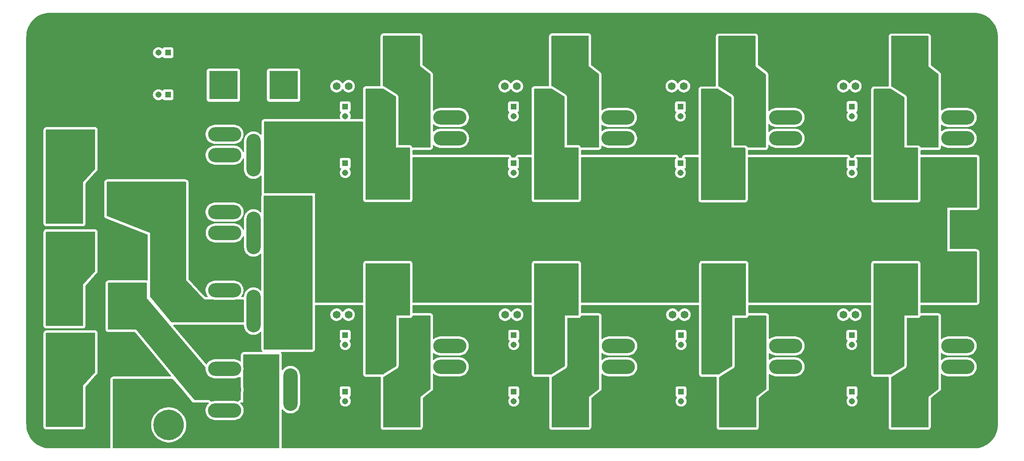
<source format=gbr>
%TF.GenerationSoftware,KiCad,Pcbnew,9.0.1*%
%TF.CreationDate,2025-06-06T18:14:51+02:00*%
%TF.ProjectId,01_Energex8PCB_v1.0,30315f45-6e65-4726-9765-78385043425f,v1.0*%
%TF.SameCoordinates,Original*%
%TF.FileFunction,Copper,L4,Bot*%
%TF.FilePolarity,Positive*%
%FSLAX46Y46*%
G04 Gerber Fmt 4.6, Leading zero omitted, Abs format (unit mm)*
G04 Created by KiCad (PCBNEW 9.0.1) date 2025-06-06 18:14:51*
%MOMM*%
%LPD*%
G01*
G04 APERTURE LIST*
%TA.AperFunction,ComponentPad*%
%ADD10R,1.308000X1.308000*%
%TD*%
%TA.AperFunction,ComponentPad*%
%ADD11C,1.308000*%
%TD*%
%TA.AperFunction,ComponentPad*%
%ADD12C,3.000000*%
%TD*%
%TA.AperFunction,ComponentPad*%
%ADD13C,6.000000*%
%TD*%
%TA.AperFunction,ComponentPad*%
%ADD14R,6.000000X6.000000*%
%TD*%
%TA.AperFunction,ComponentPad*%
%ADD15O,7.000000X3.000000*%
%TD*%
%TA.AperFunction,ComponentPad*%
%ADD16O,3.000000X9.000000*%
%TD*%
%TA.AperFunction,ComponentPad*%
%ADD17C,1.650000*%
%TD*%
%TA.AperFunction,ComponentPad*%
%ADD18C,0.800000*%
%TD*%
%TA.AperFunction,ComponentPad*%
%ADD19C,6.400000*%
%TD*%
%TA.AperFunction,ViaPad*%
%ADD20C,0.800000*%
%TD*%
G04 APERTURE END LIST*
D10*
%TO.P,J37,1*%
%TO.N,Net-(J37-Pad1)*%
X220768000Y-79016000D03*
D11*
%TO.P,J37,2*%
%TO.N,Net-(F7-Pad1)*%
X220768000Y-81016000D03*
%TD*%
D12*
%TO.P,F4,1*%
%TO.N,Net-(F4-Pad1)*%
X123063000Y-80651000D03*
X123063000Y-83953000D03*
%TO.P,F4,2*%
%TO.N,POWER*%
X136525000Y-80651000D03*
X136525000Y-83953000D03*
%TD*%
D13*
%TO.P,J28,N,NEG*%
%TO.N,GND*%
X204260000Y-131324000D03*
D14*
%TO.P,J28,P,POS*%
%TO.N,Net-(J28-POS)*%
X197060000Y-131324000D03*
%TD*%
D15*
%TO.P,U3,1,1*%
%TO.N,Net-(J4-Pad1)*%
X88378000Y-89332000D03*
%TO.P,U3,2,2*%
%TO.N,GND*%
X88388000Y-98132000D03*
D16*
%TO.P,U3,3,3*%
%TO.N,PWR_SELECT*%
X102288000Y-93732000D03*
D15*
%TO.P,U3,4,4*%
%TO.N,Net-(J7-POS)*%
X88388000Y-93732000D03*
D16*
%TO.P,U3,5,5*%
%TO.N,Net-(J6-POS)*%
X94488000Y-93732000D03*
%TD*%
D13*
%TO.P,J25,N,NEG*%
%TO.N,GND*%
X168954000Y-131324000D03*
D14*
%TO.P,J25,P,POS*%
%TO.N,Net-(J25-POS)*%
X161754000Y-131324000D03*
%TD*%
D13*
%TO.P,J31,N,NEG*%
%TO.N,GND*%
X240582000Y-131324000D03*
D14*
%TO.P,J31,P,POS*%
%TO.N,Net-(J31-POS)*%
X233382000Y-131324000D03*
%TD*%
D10*
%TO.P,J5,1*%
%TO.N,Net-(J5-Pad1)*%
X76438000Y-55674000D03*
D11*
%TO.P,J5,2*%
%TO.N,Net-(D10-K)*%
X74438000Y-55674000D03*
%TD*%
D17*
%TO.P,J23,1*%
%TO.N,Net-(D16-K)*%
X150114000Y-111004000D03*
%TO.P,J23,2*%
%TO.N,Net-(J23-Pad2)*%
X147574000Y-111004000D03*
%TD*%
D10*
%TO.P,J38,1*%
%TO.N,Net-(J38-Pad1)*%
X220768000Y-127276000D03*
D11*
%TO.P,J38,2*%
%TO.N,Net-(F11-Pad1)*%
X220768000Y-129276000D03*
%TD*%
D12*
%TO.P,F6,1*%
%TO.N,Net-(F6-Pad1)*%
X193802000Y-80651000D03*
X193802000Y-83953000D03*
%TO.P,F6,2*%
%TO.N,POWER*%
X207264000Y-80651000D03*
X207264000Y-83953000D03*
%TD*%
D15*
%TO.P,U4,1,1*%
%TO.N,Net-(J5-Pad1)*%
X88374000Y-72904000D03*
%TO.P,U4,2,2*%
%TO.N,GND*%
X88384000Y-81704000D03*
D16*
%TO.P,U4,3,3*%
%TO.N,POWER*%
X102284000Y-77304000D03*
D15*
%TO.P,U4,4,4*%
%TO.N,unconnected-(U4-Pad4)*%
X88384000Y-77304000D03*
D16*
%TO.P,U4,5,5*%
%TO.N,Net-(J7-POS)*%
X94484000Y-77304000D03*
%TD*%
D13*
%TO.P,J22,N,NEG*%
%TO.N,GND*%
X133394000Y-131324000D03*
D14*
%TO.P,J22,P,POS*%
%TO.N,Net-(J22-POS)*%
X126194000Y-131324000D03*
%TD*%
D15*
%TO.P,U7,1,1*%
%TO.N,Net-(J14-Pad2)*%
X206770000Y-73748000D03*
%TO.P,U7,2,2*%
%TO.N,GND*%
X206760000Y-64948000D03*
D16*
%TO.P,U7,3,3*%
%TO.N,Net-(F6-Pad1)*%
X192860000Y-69348000D03*
D15*
%TO.P,U7,4,4*%
%TO.N,unconnected-(U7-Pad4)*%
X206760000Y-69348000D03*
D16*
%TO.P,U7,5,5*%
%TO.N,Net-(J16-POS)*%
X200660000Y-69348000D03*
%TD*%
D10*
%TO.P,J34,1*%
%TO.N,Net-(J34-Pad1)*%
X184573000Y-79016000D03*
D11*
%TO.P,J34,2*%
%TO.N,Net-(F6-Pad1)*%
X184573000Y-81016000D03*
%TD*%
D17*
%TO.P,J20,1*%
%TO.N,Net-(D15-K)*%
X114554000Y-111004000D03*
%TO.P,J20,2*%
%TO.N,Net-(J20-Pad2)*%
X112014000Y-111004000D03*
%TD*%
D13*
%TO.P,J7,N,NEG*%
%TO.N,GND*%
X88138000Y-55334000D03*
D14*
%TO.P,J7,P,POS*%
%TO.N,Net-(J7-POS)*%
X88138000Y-62534000D03*
%TD*%
D10*
%TO.P,J32,1*%
%TO.N,Net-(J32-Pad1)*%
X113834000Y-79016000D03*
D11*
%TO.P,J32,2*%
%TO.N,Net-(F4-Pad1)*%
X113834000Y-81016000D03*
%TD*%
D10*
%TO.P,J21,1*%
%TO.N,Net-(J20-Pad2)*%
X113834000Y-115338000D03*
D11*
%TO.P,J21,2*%
%TO.N,Net-(D15-K)*%
X113834000Y-117338000D03*
%TD*%
D17*
%TO.P,J14,1*%
%TO.N,Net-(D13-K)*%
X182753000Y-62744000D03*
%TO.P,J14,2*%
%TO.N,Net-(J14-Pad2)*%
X185293000Y-62744000D03*
%TD*%
D13*
%TO.P,J10,N,NEG*%
%TO.N,GND*%
X133394000Y-55632000D03*
D14*
%TO.P,J10,P,POS*%
%TO.N,Net-(J10-POS)*%
X126194000Y-55632000D03*
%TD*%
D17*
%TO.P,J8,1*%
%TO.N,Net-(D11-K)*%
X112014000Y-62744000D03*
%TO.P,J8,2*%
%TO.N,Net-(J8-Pad2)*%
X114554000Y-62744000D03*
%TD*%
D13*
%TO.P,J19,N,NEG*%
%TO.N,GND*%
X240582000Y-55632000D03*
D14*
%TO.P,J19,P,POS*%
%TO.N,Net-(J19-POS)*%
X233382000Y-55632000D03*
%TD*%
D10*
%TO.P,J30,1*%
%TO.N,Net-(J29-Pad2)*%
X220726000Y-115338000D03*
D11*
%TO.P,J30,2*%
%TO.N,Net-(D18-K)*%
X220726000Y-117338000D03*
%TD*%
D13*
%TO.P,J3,N,NEG*%
%TO.N,GND*%
X64858000Y-75952000D03*
D14*
%TO.P,J3,P,POS*%
%TO.N,Net-(J3-POS)*%
X57658000Y-75952000D03*
%TD*%
D18*
%TO.P,H1,1,1*%
%TO.N,GND*%
X55258000Y-58934000D03*
X55960944Y-57236944D03*
X55960944Y-60631056D03*
X57658000Y-56534000D03*
D19*
X57658000Y-58934000D03*
D18*
X57658000Y-61334000D03*
X59355056Y-57236944D03*
X59355056Y-60631056D03*
X60058000Y-58934000D03*
%TD*%
D17*
%TO.P,J29,1*%
%TO.N,Net-(D18-K)*%
X221488000Y-111004000D03*
%TO.P,J29,2*%
%TO.N,Net-(J29-Pad2)*%
X218948000Y-111004000D03*
%TD*%
D12*
%TO.P,F7,1*%
%TO.N,Net-(F7-Pad1)*%
X230251000Y-80645000D03*
X230251000Y-83947000D03*
%TO.P,F7,2*%
%TO.N,POWER*%
X243713000Y-80645000D03*
X243713000Y-83947000D03*
%TD*%
D10*
%TO.P,J36,1*%
%TO.N,Net-(J36-Pad1)*%
X113834000Y-127276000D03*
D11*
%TO.P,J36,2*%
%TO.N,Net-(F8-Pad1)*%
X113834000Y-129276000D03*
%TD*%
D18*
%TO.P,H4,1,1*%
%TO.N,GND*%
X74181000Y-134285056D03*
X74883944Y-132588000D03*
X74883944Y-135982112D03*
X76581000Y-131885056D03*
D19*
X76581000Y-134285056D03*
D18*
X76581000Y-136685056D03*
X78278056Y-132588000D03*
X78278056Y-135982112D03*
X78981000Y-134285056D03*
%TD*%
D12*
%TO.P,F3,1*%
%TO.N,Net-(J3-POS)*%
X54737000Y-85096000D03*
X54737000Y-88398000D03*
%TO.P,F3,2*%
%TO.N,PWR_IN_3*%
X68199000Y-85096000D03*
X68199000Y-88398000D03*
%TD*%
D15*
%TO.P,U10,1,1*%
%TO.N,Net-(J23-Pad2)*%
X171464000Y-122008000D03*
%TO.P,U10,2,2*%
%TO.N,GND*%
X171454000Y-113208000D03*
D16*
%TO.P,U10,3,3*%
%TO.N,Net-(F9-Pad1)*%
X157554000Y-117608000D03*
D15*
%TO.P,U10,4,4*%
%TO.N,unconnected-(U10-Pad4)*%
X171454000Y-117608000D03*
D16*
%TO.P,U10,5,5*%
%TO.N,Net-(J25-POS)*%
X165354000Y-117608000D03*
%TD*%
D13*
%TO.P,J2,N,NEG*%
%TO.N,GND*%
X64814000Y-97542000D03*
D14*
%TO.P,J2,P,POS*%
%TO.N,Net-(J2-POS)*%
X57614000Y-97542000D03*
%TD*%
D17*
%TO.P,J26,1*%
%TO.N,Net-(D17-K)*%
X185420000Y-111004000D03*
%TO.P,J26,2*%
%TO.N,Net-(J26-Pad2)*%
X182880000Y-111004000D03*
%TD*%
D15*
%TO.P,U9,1,1*%
%TO.N,Net-(J20-Pad2)*%
X135904000Y-122008000D03*
%TO.P,U9,2,2*%
%TO.N,GND*%
X135894000Y-113208000D03*
D16*
%TO.P,U9,3,3*%
%TO.N,Net-(F8-Pad1)*%
X121994000Y-117608000D03*
D15*
%TO.P,U9,4,4*%
%TO.N,unconnected-(U9-Pad4)*%
X135894000Y-117608000D03*
D16*
%TO.P,U9,5,5*%
%TO.N,Net-(J22-POS)*%
X129794000Y-117608000D03*
%TD*%
D15*
%TO.P,U6,1,1*%
%TO.N,Net-(J11-Pad2)*%
X171402500Y-73748000D03*
%TO.P,U6,2,2*%
%TO.N,GND*%
X171392500Y-64948000D03*
D16*
%TO.P,U6,3,3*%
%TO.N,Net-(F5-Pad1)*%
X157492500Y-69348000D03*
D15*
%TO.P,U6,4,4*%
%TO.N,unconnected-(U6-Pad4)*%
X171392500Y-69348000D03*
D16*
%TO.P,U6,5,5*%
%TO.N,Net-(J13-POS)*%
X165292500Y-69348000D03*
%TD*%
D12*
%TO.P,F9,1*%
%TO.N,Net-(F9-Pad1)*%
X158623000Y-103003000D03*
X158623000Y-106305000D03*
%TO.P,F9,2*%
%TO.N,POWER*%
X172085000Y-103003000D03*
X172085000Y-106305000D03*
%TD*%
D10*
%TO.P,J39,1*%
%TO.N,Net-(J39-Pad1)*%
X184700000Y-127276000D03*
D11*
%TO.P,J39,2*%
%TO.N,Net-(F10-Pad1)*%
X184700000Y-129276000D03*
%TD*%
D15*
%TO.P,U1,1,1*%
%TO.N,Net-(D1-K)*%
X88374000Y-122434000D03*
%TO.P,U1,2,2*%
%TO.N,GND*%
X88384000Y-131234000D03*
D16*
%TO.P,U1,3,3*%
%TO.N,Net-(R2-Pad1)*%
X102284000Y-126834000D03*
D15*
%TO.P,U1,4,4*%
%TO.N,PWR_IN_2*%
X88384000Y-126834000D03*
D16*
%TO.P,U1,5,5*%
%TO.N,PWR_IN_1*%
X94484000Y-126834000D03*
%TD*%
D18*
%TO.P,H3,1,1*%
%TO.N,GND*%
X243044944Y-92970000D03*
X243747888Y-91272944D03*
X243747888Y-94667056D03*
X245444944Y-90570000D03*
D19*
X245444944Y-92970000D03*
D18*
X245444944Y-95370000D03*
X247142000Y-91272944D03*
X247142000Y-94667056D03*
X247844944Y-92970000D03*
%TD*%
D15*
%TO.P,U2,1,1*%
%TO.N,Net-(D2-K)*%
X88374000Y-105842000D03*
%TO.P,U2,2,2*%
%TO.N,GND*%
X88384000Y-114642000D03*
D16*
%TO.P,U2,3,3*%
%TO.N,PWR_SELECT*%
X102284000Y-110242000D03*
D15*
%TO.P,U2,4,4*%
%TO.N,PWR_IN_3*%
X88384000Y-110242000D03*
D16*
%TO.P,U2,5,5*%
%TO.N,Net-(R2-Pad1)*%
X94484000Y-110242000D03*
%TD*%
D15*
%TO.P,U11,1,1*%
%TO.N,Net-(J26-Pad2)*%
X206770000Y-122008000D03*
%TO.P,U11,2,2*%
%TO.N,GND*%
X206760000Y-113208000D03*
D16*
%TO.P,U11,3,3*%
%TO.N,Net-(F10-Pad1)*%
X192860000Y-117608000D03*
D15*
%TO.P,U11,4,4*%
%TO.N,unconnected-(U11-Pad4)*%
X206760000Y-117608000D03*
D16*
%TO.P,U11,5,5*%
%TO.N,Net-(J28-POS)*%
X200660000Y-117608000D03*
%TD*%
D12*
%TO.P,F1,1*%
%TO.N,Net-(J1-POS)*%
X54693000Y-127939200D03*
X54693000Y-131241200D03*
%TO.P,F1,2*%
%TO.N,PWR_IN_1*%
X68155000Y-127939200D03*
X68155000Y-131241200D03*
%TD*%
D10*
%TO.P,J27,1*%
%TO.N,Net-(J26-Pad2)*%
X184700000Y-115338000D03*
D11*
%TO.P,J27,2*%
%TO.N,Net-(D17-K)*%
X184700000Y-117338000D03*
%TD*%
D10*
%TO.P,J15,1*%
%TO.N,Net-(J14-Pad2)*%
X184573000Y-67078000D03*
D11*
%TO.P,J15,2*%
%TO.N,Net-(D13-K)*%
X184573000Y-69078000D03*
%TD*%
D12*
%TO.P,F10,1*%
%TO.N,Net-(F10-Pad1)*%
X193929000Y-103003000D03*
X193929000Y-106305000D03*
%TO.P,F10,2*%
%TO.N,POWER*%
X207391000Y-103003000D03*
X207391000Y-106305000D03*
%TD*%
D13*
%TO.P,J13,N,NEG*%
%TO.N,GND*%
X168892500Y-55632000D03*
D14*
%TO.P,J13,P,POS*%
%TO.N,Net-(J13-POS)*%
X161692500Y-55632000D03*
%TD*%
D12*
%TO.P,F5,1*%
%TO.N,Net-(F5-Pad1)*%
X158561500Y-80651000D03*
X158561500Y-83953000D03*
%TO.P,F5,2*%
%TO.N,POWER*%
X172023500Y-80651000D03*
X172023500Y-83953000D03*
%TD*%
D10*
%TO.P,J4,1*%
%TO.N,Net-(J4-Pad1)*%
X76438000Y-64564000D03*
D11*
%TO.P,J4,2*%
%TO.N,Net-(D9-K)*%
X74438000Y-64564000D03*
%TD*%
D10*
%TO.P,J18,1*%
%TO.N,Net-(J17-Pad2)*%
X220768000Y-67062000D03*
D11*
%TO.P,J18,2*%
%TO.N,Net-(D14-K)*%
X220768000Y-69062000D03*
%TD*%
D13*
%TO.P,J16,N,NEG*%
%TO.N,GND*%
X204133000Y-55632000D03*
D14*
%TO.P,J16,P,POS*%
%TO.N,Net-(J16-POS)*%
X196933000Y-55632000D03*
%TD*%
D12*
%TO.P,F11,1*%
%TO.N,Net-(F11-Pad1)*%
X230251000Y-103003000D03*
X230251000Y-106305000D03*
%TO.P,F11,2*%
%TO.N,POWER*%
X243713000Y-103003000D03*
X243713000Y-106305000D03*
%TD*%
D13*
%TO.P,J6,N,NEG*%
%TO.N,GND*%
X100838000Y-55334000D03*
D14*
%TO.P,J6,P,POS*%
%TO.N,Net-(J6-POS)*%
X100838000Y-62534000D03*
%TD*%
D10*
%TO.P,J33,1*%
%TO.N,Net-(J33-Pad1)*%
X149332500Y-79000000D03*
D11*
%TO.P,J33,2*%
%TO.N,Net-(F5-Pad1)*%
X149332500Y-81000000D03*
%TD*%
D17*
%TO.P,J11,1*%
%TO.N,Net-(D12-K)*%
X147512500Y-62744000D03*
%TO.P,J11,2*%
%TO.N,Net-(J11-Pad2)*%
X150052500Y-62744000D03*
%TD*%
%TO.P,J17,1*%
%TO.N,Net-(D14-K)*%
X218948000Y-62744000D03*
%TO.P,J17,2*%
%TO.N,Net-(J17-Pad2)*%
X221488000Y-62744000D03*
%TD*%
D10*
%TO.P,J24,1*%
%TO.N,Net-(J23-Pad2)*%
X149394000Y-115338000D03*
D11*
%TO.P,J24,2*%
%TO.N,Net-(D16-K)*%
X149394000Y-117338000D03*
%TD*%
D15*
%TO.P,U8,1,1*%
%TO.N,Net-(J17-Pad2)*%
X243092000Y-73748000D03*
%TO.P,U8,2,2*%
%TO.N,GND*%
X243082000Y-64948000D03*
D16*
%TO.P,U8,3,3*%
%TO.N,Net-(F7-Pad1)*%
X229182000Y-69348000D03*
D15*
%TO.P,U8,4,4*%
%TO.N,unconnected-(U8-Pad4)*%
X243082000Y-69348000D03*
D16*
%TO.P,U8,5,5*%
%TO.N,Net-(J19-POS)*%
X236982000Y-69348000D03*
%TD*%
D10*
%TO.P,J35,1*%
%TO.N,Net-(J35-Pad1)*%
X149394000Y-127276000D03*
D11*
%TO.P,J35,2*%
%TO.N,Net-(F9-Pad1)*%
X149394000Y-129276000D03*
%TD*%
D15*
%TO.P,U12,1,1*%
%TO.N,Net-(J29-Pad2)*%
X243092000Y-122008000D03*
%TO.P,U12,2,2*%
%TO.N,GND*%
X243082000Y-113208000D03*
D16*
%TO.P,U12,3,3*%
%TO.N,Net-(F11-Pad1)*%
X229182000Y-117608000D03*
D15*
%TO.P,U12,4,4*%
%TO.N,unconnected-(U12-Pad4)*%
X243082000Y-117608000D03*
D16*
%TO.P,U12,5,5*%
%TO.N,Net-(J31-POS)*%
X236982000Y-117608000D03*
%TD*%
D12*
%TO.P,F8,1*%
%TO.N,Net-(F8-Pad1)*%
X123063000Y-103003000D03*
X123063000Y-106305000D03*
%TO.P,F8,2*%
%TO.N,POWER*%
X136525000Y-103003000D03*
X136525000Y-106305000D03*
%TD*%
D15*
%TO.P,U5,1,1*%
%TO.N,Net-(J8-Pad2)*%
X135948000Y-73748000D03*
%TO.P,U5,2,2*%
%TO.N,GND*%
X135938000Y-64948000D03*
D16*
%TO.P,U5,3,3*%
%TO.N,Net-(F4-Pad1)*%
X122038000Y-69348000D03*
D15*
%TO.P,U5,4,4*%
%TO.N,unconnected-(U5-Pad4)*%
X135938000Y-69348000D03*
D16*
%TO.P,U5,5,5*%
%TO.N,Net-(J10-POS)*%
X129838000Y-69348000D03*
%TD*%
D13*
%TO.P,J1,N,NEG*%
%TO.N,GND*%
X64814000Y-118878000D03*
D14*
%TO.P,J1,P,POS*%
%TO.N,Net-(J1-POS)*%
X57614000Y-118878000D03*
%TD*%
D12*
%TO.P,F2,1*%
%TO.N,Net-(J2-POS)*%
X54737000Y-106476200D03*
X54737000Y-109778200D03*
%TO.P,F2,2*%
%TO.N,PWR_IN_2*%
X68199000Y-106476200D03*
X68199000Y-109778200D03*
%TD*%
D10*
%TO.P,J9,1*%
%TO.N,Net-(J8-Pad2)*%
X113834000Y-67078000D03*
D11*
%TO.P,J9,2*%
%TO.N,Net-(D11-K)*%
X113834000Y-69078000D03*
%TD*%
D10*
%TO.P,J12,1*%
%TO.N,Net-(J11-Pad2)*%
X149332500Y-67078000D03*
D11*
%TO.P,J12,2*%
%TO.N,Net-(D12-K)*%
X149332500Y-69078000D03*
%TD*%
D20*
%TO.N,GND*%
X147574000Y-123710000D03*
X218948000Y-123710000D03*
X112014000Y-123710000D03*
X182880000Y-123704000D03*
%TD*%
%TA.AperFunction,Conductor*%
%TO.N,POWER*%
G36*
X113582942Y-70207127D02*
G01*
X113743139Y-70232500D01*
X113743140Y-70232500D01*
X113924860Y-70232500D01*
X113924861Y-70232500D01*
X114085058Y-70207127D01*
X114104456Y-70205600D01*
X117480500Y-70205600D01*
X117547539Y-70225285D01*
X117593294Y-70278089D01*
X117604500Y-70329600D01*
X117604500Y-86617000D01*
X117604501Y-86617009D01*
X117616052Y-86724450D01*
X117616054Y-86724462D01*
X117627260Y-86775972D01*
X117661383Y-86878497D01*
X117661386Y-86878503D01*
X117739171Y-86999537D01*
X117739179Y-86999548D01*
X117784923Y-87052340D01*
X117784926Y-87052343D01*
X117784930Y-87052347D01*
X117893664Y-87146567D01*
X117893667Y-87146568D01*
X117893668Y-87146569D01*
X118004897Y-87197367D01*
X118024541Y-87206338D01*
X118091580Y-87226023D01*
X118091584Y-87226024D01*
X118234000Y-87246500D01*
X118234003Y-87246500D01*
X127383990Y-87246500D01*
X127384000Y-87246500D01*
X127491456Y-87234947D01*
X127542967Y-87223741D01*
X127577197Y-87212347D01*
X127645497Y-87189616D01*
X127645501Y-87189613D01*
X127645504Y-87189613D01*
X127766543Y-87111825D01*
X127819347Y-87066070D01*
X127913567Y-86957336D01*
X127973338Y-86826459D01*
X127993023Y-86759420D01*
X127993024Y-86759416D01*
X128013500Y-86617000D01*
X128013500Y-77848000D01*
X128033185Y-77780961D01*
X128085989Y-77735206D01*
X128137500Y-77724000D01*
X148301662Y-77724000D01*
X148368701Y-77743685D01*
X148414456Y-77796489D01*
X148424400Y-77865647D01*
X148395375Y-77929203D01*
X148375974Y-77947266D01*
X148320952Y-77988455D01*
X148234706Y-78103664D01*
X148234702Y-78103671D01*
X148184408Y-78238517D01*
X148178001Y-78298116D01*
X148178001Y-78298123D01*
X148178000Y-78298135D01*
X148178000Y-79701870D01*
X148178001Y-79701876D01*
X148184408Y-79761483D01*
X148234702Y-79896328D01*
X148234706Y-79896335D01*
X148320952Y-80011544D01*
X148320955Y-80011547D01*
X148419132Y-80085043D01*
X148461003Y-80140977D01*
X148465987Y-80210668D01*
X148445139Y-80257194D01*
X148345085Y-80394906D01*
X148262583Y-80556825D01*
X148262581Y-80556828D01*
X148206428Y-80729649D01*
X148206428Y-80729652D01*
X148178000Y-80909139D01*
X148178000Y-81090860D01*
X148206428Y-81270347D01*
X148206428Y-81270350D01*
X148262581Y-81443171D01*
X148262583Y-81443174D01*
X148345083Y-81605090D01*
X148451897Y-81752106D01*
X148580394Y-81880603D01*
X148727410Y-81987417D01*
X148889326Y-82069917D01*
X148889328Y-82069918D01*
X149050529Y-82122294D01*
X149062154Y-82126072D01*
X149241639Y-82154500D01*
X149241640Y-82154500D01*
X149423360Y-82154500D01*
X149423361Y-82154500D01*
X149602846Y-82126072D01*
X149602849Y-82126071D01*
X149602850Y-82126071D01*
X149775671Y-82069918D01*
X149775671Y-82069917D01*
X149775674Y-82069917D01*
X149937590Y-81987417D01*
X150084606Y-81880603D01*
X150213103Y-81752106D01*
X150319917Y-81605090D01*
X150402417Y-81443174D01*
X150453373Y-81286347D01*
X150458571Y-81270350D01*
X150458571Y-81270349D01*
X150458572Y-81270346D01*
X150487000Y-81090861D01*
X150487000Y-80909139D01*
X150458572Y-80729654D01*
X150458571Y-80729650D01*
X150458571Y-80729649D01*
X150402418Y-80556828D01*
X150402416Y-80556825D01*
X150328069Y-80410909D01*
X150319917Y-80394910D01*
X150219859Y-80257193D01*
X150196380Y-80191389D01*
X150212205Y-80123335D01*
X150245864Y-80085044D01*
X150344046Y-80011546D01*
X150430296Y-79896331D01*
X150480591Y-79761483D01*
X150487000Y-79701873D01*
X150486999Y-78298128D01*
X150480591Y-78238517D01*
X150436264Y-78119671D01*
X150430297Y-78103671D01*
X150430293Y-78103664D01*
X150344047Y-77988455D01*
X150289026Y-77947266D01*
X150247156Y-77891332D01*
X150242172Y-77821641D01*
X150275658Y-77760318D01*
X150336981Y-77726834D01*
X150363338Y-77724000D01*
X151257000Y-77724000D01*
X153040500Y-77724000D01*
X153107539Y-77743685D01*
X153153294Y-77796489D01*
X153164500Y-77848000D01*
X153164500Y-86617000D01*
X153164501Y-86617009D01*
X153176052Y-86724450D01*
X153176054Y-86724462D01*
X153187260Y-86775972D01*
X153221383Y-86878497D01*
X153221386Y-86878503D01*
X153299171Y-86999537D01*
X153299179Y-86999548D01*
X153344923Y-87052340D01*
X153344926Y-87052343D01*
X153344930Y-87052347D01*
X153453664Y-87146567D01*
X153453667Y-87146568D01*
X153453668Y-87146569D01*
X153564897Y-87197367D01*
X153584541Y-87206338D01*
X153651580Y-87226023D01*
X153651584Y-87226024D01*
X153794000Y-87246500D01*
X153794003Y-87246500D01*
X162943990Y-87246500D01*
X162944000Y-87246500D01*
X163051456Y-87234947D01*
X163102967Y-87223741D01*
X163137197Y-87212347D01*
X163205497Y-87189616D01*
X163205501Y-87189613D01*
X163205504Y-87189613D01*
X163326543Y-87111825D01*
X163379347Y-87066070D01*
X163473567Y-86957336D01*
X163533338Y-86826459D01*
X163553023Y-86759420D01*
X163553024Y-86759416D01*
X163573500Y-86617000D01*
X163573500Y-77848000D01*
X163593185Y-77780961D01*
X163645989Y-77735206D01*
X163697500Y-77724000D01*
X183563535Y-77724000D01*
X183630574Y-77743685D01*
X183676329Y-77796489D01*
X183686273Y-77865647D01*
X183657248Y-77929203D01*
X183637847Y-77947266D01*
X183561452Y-78004455D01*
X183475206Y-78119664D01*
X183475202Y-78119671D01*
X183424908Y-78254517D01*
X183420220Y-78298127D01*
X183418501Y-78314123D01*
X183418500Y-78314135D01*
X183418500Y-79717870D01*
X183418501Y-79717876D01*
X183424908Y-79777483D01*
X183475202Y-79912328D01*
X183475206Y-79912335D01*
X183561452Y-80027544D01*
X183561455Y-80027547D01*
X183659632Y-80101043D01*
X183701503Y-80156977D01*
X183706487Y-80226668D01*
X183685639Y-80273194D01*
X183585585Y-80410906D01*
X183503083Y-80572825D01*
X183503081Y-80572828D01*
X183446928Y-80745649D01*
X183446928Y-80745652D01*
X183418500Y-80925139D01*
X183418500Y-81106860D01*
X183446928Y-81286347D01*
X183446928Y-81286350D01*
X183503081Y-81459171D01*
X183503083Y-81459174D01*
X183585583Y-81621090D01*
X183692397Y-81768106D01*
X183820894Y-81896603D01*
X183967910Y-82003417D01*
X184129826Y-82085917D01*
X184129828Y-82085918D01*
X184253408Y-82126071D01*
X184302654Y-82142072D01*
X184482139Y-82170500D01*
X184482140Y-82170500D01*
X184663860Y-82170500D01*
X184663861Y-82170500D01*
X184843346Y-82142072D01*
X184843349Y-82142071D01*
X184843350Y-82142071D01*
X185016171Y-82085918D01*
X185016171Y-82085917D01*
X185016174Y-82085917D01*
X185178090Y-82003417D01*
X185325106Y-81896603D01*
X185453603Y-81768106D01*
X185560417Y-81621090D01*
X185642917Y-81459174D01*
X185699072Y-81286346D01*
X185727500Y-81106861D01*
X185727500Y-80925139D01*
X185699072Y-80745654D01*
X185699071Y-80745650D01*
X185699071Y-80745649D01*
X185642918Y-80572828D01*
X185642916Y-80572825D01*
X185634766Y-80556828D01*
X185560417Y-80410910D01*
X185460359Y-80273193D01*
X185436880Y-80207389D01*
X185452705Y-80139335D01*
X185486364Y-80101044D01*
X185584546Y-80027546D01*
X185670796Y-79912331D01*
X185721091Y-79777483D01*
X185727500Y-79717873D01*
X185727499Y-78314128D01*
X185721091Y-78254517D01*
X185715123Y-78238517D01*
X185670797Y-78119671D01*
X185670793Y-78119664D01*
X185584547Y-78004455D01*
X185508153Y-77947266D01*
X185466283Y-77891332D01*
X185461299Y-77821641D01*
X185494785Y-77760318D01*
X185556108Y-77726834D01*
X185582465Y-77724000D01*
X188244900Y-77724000D01*
X188311939Y-77743685D01*
X188357694Y-77796489D01*
X188368900Y-77848000D01*
X188368900Y-86667800D01*
X188368901Y-86667809D01*
X188380452Y-86775250D01*
X188380454Y-86775262D01*
X188391660Y-86826772D01*
X188425783Y-86929297D01*
X188425786Y-86929303D01*
X188503571Y-87050337D01*
X188503579Y-87050348D01*
X188549323Y-87103140D01*
X188549326Y-87103143D01*
X188549330Y-87103147D01*
X188658064Y-87197367D01*
X188658067Y-87197368D01*
X188658068Y-87197369D01*
X188765647Y-87246500D01*
X188788941Y-87257138D01*
X188855980Y-87276823D01*
X188855984Y-87276824D01*
X188998400Y-87297300D01*
X188998403Y-87297300D01*
X198148390Y-87297300D01*
X198148400Y-87297300D01*
X198255856Y-87285747D01*
X198307367Y-87274541D01*
X198341597Y-87263147D01*
X198409897Y-87240416D01*
X198409901Y-87240413D01*
X198409904Y-87240413D01*
X198530943Y-87162625D01*
X198583747Y-87116870D01*
X198677967Y-87008136D01*
X198737738Y-86877259D01*
X198757423Y-86810220D01*
X198757424Y-86810216D01*
X198777900Y-86667800D01*
X198777900Y-77848000D01*
X198797585Y-77780961D01*
X198850389Y-77735206D01*
X198901900Y-77724000D01*
X219758535Y-77724000D01*
X219825574Y-77743685D01*
X219871329Y-77796489D01*
X219881273Y-77865647D01*
X219852248Y-77929203D01*
X219832847Y-77947266D01*
X219756452Y-78004455D01*
X219670206Y-78119664D01*
X219670202Y-78119671D01*
X219619908Y-78254517D01*
X219615220Y-78298127D01*
X219613501Y-78314123D01*
X219613500Y-78314135D01*
X219613500Y-79717870D01*
X219613501Y-79717876D01*
X219619908Y-79777483D01*
X219670202Y-79912328D01*
X219670206Y-79912335D01*
X219756452Y-80027544D01*
X219756455Y-80027547D01*
X219854632Y-80101043D01*
X219896503Y-80156977D01*
X219901487Y-80226668D01*
X219880639Y-80273194D01*
X219780585Y-80410906D01*
X219698083Y-80572825D01*
X219698081Y-80572828D01*
X219641928Y-80745649D01*
X219641928Y-80745652D01*
X219613500Y-80925139D01*
X219613500Y-81106860D01*
X219641928Y-81286347D01*
X219641928Y-81286350D01*
X219698081Y-81459171D01*
X219698083Y-81459174D01*
X219780583Y-81621090D01*
X219887397Y-81768106D01*
X220015894Y-81896603D01*
X220162910Y-82003417D01*
X220324826Y-82085917D01*
X220324828Y-82085918D01*
X220448408Y-82126071D01*
X220497654Y-82142072D01*
X220677139Y-82170500D01*
X220677140Y-82170500D01*
X220858860Y-82170500D01*
X220858861Y-82170500D01*
X221038346Y-82142072D01*
X221038349Y-82142071D01*
X221038350Y-82142071D01*
X221211171Y-82085918D01*
X221211171Y-82085917D01*
X221211174Y-82085917D01*
X221373090Y-82003417D01*
X221520106Y-81896603D01*
X221648603Y-81768106D01*
X221755417Y-81621090D01*
X221837917Y-81459174D01*
X221894072Y-81286346D01*
X221922500Y-81106861D01*
X221922500Y-80925139D01*
X221894072Y-80745654D01*
X221894071Y-80745650D01*
X221894071Y-80745649D01*
X221837918Y-80572828D01*
X221837916Y-80572825D01*
X221829766Y-80556828D01*
X221755417Y-80410910D01*
X221655359Y-80273193D01*
X221631880Y-80207389D01*
X221647705Y-80139335D01*
X221681364Y-80101044D01*
X221779546Y-80027546D01*
X221865796Y-79912331D01*
X221916091Y-79777483D01*
X221922500Y-79717873D01*
X221922499Y-78314128D01*
X221916091Y-78254517D01*
X221910123Y-78238517D01*
X221865797Y-78119671D01*
X221865793Y-78119664D01*
X221779547Y-78004455D01*
X221703153Y-77947266D01*
X221661283Y-77891332D01*
X221656299Y-77821641D01*
X221689785Y-77760318D01*
X221751108Y-77726834D01*
X221777465Y-77724000D01*
X224719300Y-77724000D01*
X224786339Y-77743685D01*
X224832094Y-77796489D01*
X224843300Y-77848000D01*
X224843300Y-86667800D01*
X224843301Y-86667809D01*
X224854852Y-86775250D01*
X224854854Y-86775262D01*
X224866060Y-86826772D01*
X224900183Y-86929297D01*
X224900186Y-86929303D01*
X224977971Y-87050337D01*
X224977979Y-87050348D01*
X225023723Y-87103140D01*
X225023726Y-87103143D01*
X225023730Y-87103147D01*
X225132464Y-87197367D01*
X225132467Y-87197368D01*
X225132468Y-87197369D01*
X225240047Y-87246500D01*
X225263341Y-87257138D01*
X225330380Y-87276823D01*
X225330384Y-87276824D01*
X225472800Y-87297300D01*
X225472803Y-87297300D01*
X234622790Y-87297300D01*
X234622800Y-87297300D01*
X234730256Y-87285747D01*
X234781767Y-87274541D01*
X234815997Y-87263147D01*
X234884297Y-87240416D01*
X234884301Y-87240413D01*
X234884304Y-87240413D01*
X235005343Y-87162625D01*
X235058147Y-87116870D01*
X235152367Y-87008136D01*
X235212138Y-86877259D01*
X235231823Y-86810220D01*
X235231824Y-86810216D01*
X235252300Y-86667800D01*
X235252300Y-77848000D01*
X235271985Y-77780961D01*
X235324789Y-77735206D01*
X235376300Y-77724000D01*
X247018000Y-77724000D01*
X247085039Y-77743685D01*
X247130794Y-77796489D01*
X247142000Y-77848000D01*
X247142000Y-88268000D01*
X247122315Y-88335039D01*
X247069511Y-88380794D01*
X247018000Y-88392000D01*
X240919000Y-88392000D01*
X240919000Y-97663000D01*
X247018000Y-97663000D01*
X247085039Y-97682685D01*
X247130794Y-97735489D01*
X247142000Y-97787000D01*
X247142000Y-108334000D01*
X247122315Y-108401039D01*
X247069511Y-108446794D01*
X247018000Y-108458000D01*
X235350900Y-108458000D01*
X235283861Y-108438315D01*
X235238106Y-108385511D01*
X235226900Y-108334000D01*
X235226900Y-100276210D01*
X235226900Y-100276200D01*
X235215347Y-100168744D01*
X235204141Y-100117233D01*
X235204037Y-100116922D01*
X235170016Y-100014702D01*
X235170013Y-100014696D01*
X235092228Y-99893662D01*
X235092225Y-99893657D01*
X235092220Y-99893651D01*
X235046476Y-99840859D01*
X235046472Y-99840856D01*
X235046470Y-99840853D01*
X234937736Y-99746633D01*
X234937733Y-99746631D01*
X234937731Y-99746630D01*
X234806865Y-99686864D01*
X234806860Y-99686862D01*
X234806859Y-99686862D01*
X234739820Y-99667177D01*
X234739822Y-99667177D01*
X234739817Y-99667176D01*
X234677747Y-99658252D01*
X234597400Y-99646700D01*
X225447400Y-99646700D01*
X225447391Y-99646700D01*
X225447390Y-99646701D01*
X225339949Y-99658252D01*
X225339937Y-99658254D01*
X225288427Y-99669460D01*
X225185902Y-99703583D01*
X225185896Y-99703586D01*
X225064862Y-99781371D01*
X225064851Y-99781379D01*
X225012059Y-99827123D01*
X224917833Y-99935864D01*
X224917830Y-99935868D01*
X224858064Y-100066734D01*
X224838376Y-100133782D01*
X224833349Y-100168749D01*
X224817902Y-100276190D01*
X224817900Y-100276201D01*
X224817900Y-108334000D01*
X224798215Y-108401039D01*
X224745411Y-108446794D01*
X224693900Y-108458000D01*
X199054300Y-108458000D01*
X198987261Y-108438315D01*
X198941506Y-108385511D01*
X198930300Y-108334000D01*
X198930300Y-100276210D01*
X198930300Y-100276200D01*
X198918747Y-100168744D01*
X198907541Y-100117233D01*
X198907437Y-100116922D01*
X198873416Y-100014702D01*
X198873413Y-100014696D01*
X198795628Y-99893662D01*
X198795625Y-99893657D01*
X198795620Y-99893651D01*
X198749876Y-99840859D01*
X198749872Y-99840856D01*
X198749870Y-99840853D01*
X198641136Y-99746633D01*
X198641133Y-99746631D01*
X198641131Y-99746630D01*
X198510265Y-99686864D01*
X198510260Y-99686862D01*
X198510259Y-99686862D01*
X198443220Y-99667177D01*
X198443222Y-99667177D01*
X198443217Y-99667176D01*
X198381147Y-99658252D01*
X198300800Y-99646700D01*
X189150800Y-99646700D01*
X189150791Y-99646700D01*
X189150790Y-99646701D01*
X189043349Y-99658252D01*
X189043337Y-99658254D01*
X188991827Y-99669460D01*
X188889302Y-99703583D01*
X188889296Y-99703586D01*
X188768262Y-99781371D01*
X188768251Y-99781379D01*
X188715459Y-99827123D01*
X188621233Y-99935864D01*
X188621230Y-99935868D01*
X188561464Y-100066734D01*
X188541776Y-100133782D01*
X188536749Y-100168749D01*
X188521302Y-100276190D01*
X188521300Y-100276201D01*
X188521300Y-108334000D01*
X188501615Y-108401039D01*
X188448811Y-108446794D01*
X188397300Y-108458000D01*
X163722900Y-108458000D01*
X163655861Y-108438315D01*
X163610106Y-108385511D01*
X163598900Y-108334000D01*
X163598900Y-100276210D01*
X163598900Y-100276200D01*
X163587347Y-100168744D01*
X163576141Y-100117233D01*
X163576037Y-100116922D01*
X163542016Y-100014702D01*
X163542013Y-100014696D01*
X163464228Y-99893662D01*
X163464225Y-99893657D01*
X163464220Y-99893651D01*
X163418476Y-99840859D01*
X163418472Y-99840856D01*
X163418470Y-99840853D01*
X163309736Y-99746633D01*
X163309733Y-99746631D01*
X163309731Y-99746630D01*
X163178865Y-99686864D01*
X163178860Y-99686862D01*
X163178859Y-99686862D01*
X163111820Y-99667177D01*
X163111822Y-99667177D01*
X163111817Y-99667176D01*
X163049747Y-99658252D01*
X162969400Y-99646700D01*
X153819400Y-99646700D01*
X153819391Y-99646700D01*
X153819390Y-99646701D01*
X153711949Y-99658252D01*
X153711937Y-99658254D01*
X153660427Y-99669460D01*
X153557902Y-99703583D01*
X153557896Y-99703586D01*
X153436862Y-99781371D01*
X153436851Y-99781379D01*
X153384059Y-99827123D01*
X153289833Y-99935864D01*
X153289830Y-99935868D01*
X153230064Y-100066734D01*
X153210376Y-100133782D01*
X153205349Y-100168749D01*
X153189902Y-100276190D01*
X153189900Y-100276201D01*
X153189900Y-108334000D01*
X153170215Y-108401039D01*
X153117411Y-108446794D01*
X153065900Y-108458000D01*
X128162900Y-108458000D01*
X128095861Y-108438315D01*
X128050106Y-108385511D01*
X128038900Y-108334000D01*
X128038900Y-100276210D01*
X128038900Y-100276200D01*
X128027347Y-100168744D01*
X128016141Y-100117233D01*
X128016037Y-100116922D01*
X127982016Y-100014702D01*
X127982013Y-100014696D01*
X127904228Y-99893662D01*
X127904225Y-99893657D01*
X127904220Y-99893651D01*
X127858476Y-99840859D01*
X127858472Y-99840856D01*
X127858470Y-99840853D01*
X127749736Y-99746633D01*
X127749733Y-99746631D01*
X127749731Y-99746630D01*
X127618865Y-99686864D01*
X127618860Y-99686862D01*
X127618859Y-99686862D01*
X127551820Y-99667177D01*
X127551822Y-99667177D01*
X127551817Y-99667176D01*
X127489747Y-99658252D01*
X127409400Y-99646700D01*
X118259400Y-99646700D01*
X118259391Y-99646700D01*
X118259390Y-99646701D01*
X118151949Y-99658252D01*
X118151937Y-99658254D01*
X118100427Y-99669460D01*
X117997902Y-99703583D01*
X117997896Y-99703586D01*
X117876862Y-99781371D01*
X117876851Y-99781379D01*
X117824059Y-99827123D01*
X117729833Y-99935864D01*
X117729830Y-99935868D01*
X117670064Y-100066734D01*
X117650376Y-100133782D01*
X117645349Y-100168749D01*
X117629902Y-100276190D01*
X117629900Y-100276201D01*
X117629900Y-108334000D01*
X117610215Y-108401039D01*
X117557411Y-108446794D01*
X117505900Y-108458000D01*
X107566000Y-108458000D01*
X107498961Y-108438315D01*
X107453206Y-108385511D01*
X107442000Y-108334000D01*
X107442000Y-85344000D01*
X96796400Y-85344000D01*
X96729361Y-85324315D01*
X96683606Y-85271511D01*
X96672400Y-85220000D01*
X96672400Y-78314135D01*
X112679500Y-78314135D01*
X112679500Y-79717870D01*
X112679501Y-79717876D01*
X112685908Y-79777483D01*
X112736202Y-79912328D01*
X112736206Y-79912335D01*
X112822452Y-80027544D01*
X112822455Y-80027547D01*
X112920632Y-80101043D01*
X112962503Y-80156977D01*
X112967487Y-80226668D01*
X112946639Y-80273194D01*
X112846585Y-80410906D01*
X112764083Y-80572825D01*
X112764081Y-80572828D01*
X112707928Y-80745649D01*
X112707928Y-80745652D01*
X112679500Y-80925139D01*
X112679500Y-81106860D01*
X112707928Y-81286347D01*
X112707928Y-81286350D01*
X112764081Y-81459171D01*
X112764083Y-81459174D01*
X112846583Y-81621090D01*
X112953397Y-81768106D01*
X113081894Y-81896603D01*
X113228910Y-82003417D01*
X113390826Y-82085917D01*
X113390828Y-82085918D01*
X113514408Y-82126071D01*
X113563654Y-82142072D01*
X113743139Y-82170500D01*
X113743140Y-82170500D01*
X113924860Y-82170500D01*
X113924861Y-82170500D01*
X114104346Y-82142072D01*
X114104349Y-82142071D01*
X114104350Y-82142071D01*
X114277171Y-82085918D01*
X114277171Y-82085917D01*
X114277174Y-82085917D01*
X114439090Y-82003417D01*
X114586106Y-81896603D01*
X114714603Y-81768106D01*
X114821417Y-81621090D01*
X114903917Y-81459174D01*
X114960072Y-81286346D01*
X114988500Y-81106861D01*
X114988500Y-80925139D01*
X114960072Y-80745654D01*
X114960071Y-80745650D01*
X114960071Y-80745649D01*
X114903918Y-80572828D01*
X114903916Y-80572825D01*
X114895766Y-80556828D01*
X114821417Y-80410910D01*
X114721359Y-80273193D01*
X114697880Y-80207389D01*
X114713705Y-80139335D01*
X114747364Y-80101044D01*
X114845546Y-80027546D01*
X114931796Y-79912331D01*
X114982091Y-79777483D01*
X114988500Y-79717873D01*
X114988499Y-78314128D01*
X114982091Y-78254517D01*
X114976123Y-78238517D01*
X114931797Y-78119671D01*
X114931793Y-78119664D01*
X114845547Y-78004455D01*
X114845544Y-78004452D01*
X114730335Y-77918206D01*
X114730328Y-77918202D01*
X114595482Y-77867908D01*
X114595483Y-77867908D01*
X114535883Y-77861501D01*
X114535881Y-77861500D01*
X114535873Y-77861500D01*
X114535864Y-77861500D01*
X113132129Y-77861500D01*
X113132123Y-77861501D01*
X113072516Y-77867908D01*
X112937671Y-77918202D01*
X112937664Y-77918206D01*
X112822455Y-78004452D01*
X112822452Y-78004455D01*
X112736206Y-78119664D01*
X112736202Y-78119671D01*
X112685908Y-78254517D01*
X112681220Y-78298127D01*
X112679501Y-78314123D01*
X112679500Y-78314135D01*
X96672400Y-78314135D01*
X96672400Y-70329600D01*
X96692085Y-70262561D01*
X96744889Y-70216806D01*
X96796400Y-70205600D01*
X113563544Y-70205600D01*
X113582942Y-70207127D01*
G37*
%TD.AperFunction*%
%TD*%
%TA.AperFunction,Conductor*%
%TO.N,Net-(J22-POS)*%
G36*
X131794439Y-111220885D02*
G01*
X131840194Y-111273689D01*
X131851400Y-111325200D01*
X131851400Y-126633922D01*
X131831715Y-126700961D01*
X131802724Y-126732422D01*
X129692400Y-128346199D01*
X129692400Y-134699200D01*
X129672715Y-134766239D01*
X129619911Y-134811994D01*
X129568400Y-134823200D01*
X121942400Y-134823200D01*
X121875361Y-134803515D01*
X121829606Y-134750711D01*
X121818400Y-134699200D01*
X121818400Y-124255117D01*
X121838085Y-124188078D01*
X121890889Y-124142323D01*
X121919429Y-124133961D01*
X121919323Y-124133468D01*
X121923600Y-124132544D01*
X121923622Y-124132541D01*
X121990195Y-124113155D01*
X122120255Y-124054285D01*
X124826364Y-122332215D01*
X124911622Y-122263978D01*
X124949364Y-122226403D01*
X125017967Y-122141466D01*
X125077738Y-122010589D01*
X125097423Y-121943550D01*
X125097424Y-121943546D01*
X125117900Y-121801130D01*
X125117900Y-111830700D01*
X125137585Y-111763661D01*
X125190389Y-111717906D01*
X125241900Y-111706700D01*
X127409390Y-111706700D01*
X127409400Y-111706700D01*
X127516856Y-111695147D01*
X127568367Y-111683941D01*
X127602597Y-111672547D01*
X127670897Y-111649816D01*
X127670901Y-111649813D01*
X127670904Y-111649813D01*
X127791943Y-111572025D01*
X127844747Y-111526270D01*
X127938967Y-111417536D01*
X127998738Y-111286659D01*
X127998739Y-111286657D01*
X128000284Y-111282515D01*
X128002203Y-111283230D01*
X128035440Y-111231498D01*
X128098992Y-111202465D01*
X128116656Y-111201200D01*
X131727400Y-111201200D01*
X131794439Y-111220885D01*
G37*
%TD.AperFunction*%
%TD*%
%TA.AperFunction,Conductor*%
%TO.N,Net-(F8-Pad1)*%
G36*
X127476439Y-100171885D02*
G01*
X127522194Y-100224689D01*
X127533400Y-100276200D01*
X127533400Y-111077200D01*
X127513715Y-111144239D01*
X127460911Y-111189994D01*
X127409400Y-111201200D01*
X124612400Y-111201200D01*
X124612400Y-121801130D01*
X124592715Y-121868169D01*
X124554973Y-121905744D01*
X122622038Y-123135794D01*
X121932312Y-123574711D01*
X121848864Y-123627814D01*
X121782291Y-123647200D01*
X118259400Y-123647200D01*
X118192361Y-123627515D01*
X118146606Y-123574711D01*
X118135400Y-123523200D01*
X118135400Y-100276200D01*
X118155085Y-100209161D01*
X118207889Y-100163406D01*
X118259400Y-100152200D01*
X127409400Y-100152200D01*
X127476439Y-100171885D01*
G37*
%TD.AperFunction*%
%TD*%
%TA.AperFunction,Conductor*%
%TO.N,GND*%
G36*
X246540562Y-47244605D02*
G01*
X246908277Y-47259814D01*
X246913906Y-47260177D01*
X246997956Y-47267530D01*
X247002429Y-47268004D01*
X247325028Y-47308216D01*
X247331169Y-47309140D01*
X247409766Y-47322999D01*
X247413594Y-47323737D01*
X247737008Y-47391549D01*
X247743622Y-47393128D01*
X247812576Y-47411604D01*
X247815787Y-47412512D01*
X248141169Y-47509383D01*
X248148157Y-47511692D01*
X248202056Y-47531310D01*
X248204678Y-47532299D01*
X248534425Y-47660967D01*
X248541729Y-47664089D01*
X248572837Y-47678595D01*
X248574641Y-47679458D01*
X248912902Y-47844823D01*
X248921883Y-47849683D01*
X249268070Y-48055966D01*
X249276638Y-48061564D01*
X249604593Y-48295719D01*
X249612668Y-48302005D01*
X249920155Y-48562433D01*
X249927695Y-48569374D01*
X250212625Y-48854304D01*
X250219566Y-48861844D01*
X250479989Y-49169325D01*
X250486284Y-49177412D01*
X250720431Y-49505355D01*
X250726037Y-49513935D01*
X250932309Y-49860105D01*
X250937186Y-49869119D01*
X251102467Y-50207206D01*
X251103450Y-50209262D01*
X251117902Y-50240255D01*
X251121036Y-50247584D01*
X251249691Y-50577300D01*
X251250696Y-50579964D01*
X251270299Y-50633822D01*
X251272622Y-50640851D01*
X251369475Y-50966173D01*
X251370405Y-50969462D01*
X251388867Y-51038364D01*
X251390453Y-51045010D01*
X251458250Y-51368350D01*
X251459005Y-51372265D01*
X251472854Y-51450807D01*
X251473786Y-51457001D01*
X251513990Y-51779538D01*
X251514470Y-51784069D01*
X251521819Y-51868067D01*
X251522185Y-51873749D01*
X251537394Y-52241437D01*
X251537500Y-52246562D01*
X251537500Y-134241437D01*
X251537394Y-134246562D01*
X251522185Y-134614249D01*
X251521819Y-134619931D01*
X251514470Y-134703929D01*
X251513990Y-134708460D01*
X251473786Y-135030997D01*
X251472854Y-135037191D01*
X251459005Y-135115733D01*
X251458250Y-135119648D01*
X251390453Y-135442988D01*
X251388867Y-135449634D01*
X251370405Y-135518536D01*
X251369475Y-135521825D01*
X251272622Y-135847147D01*
X251270299Y-135854176D01*
X251250696Y-135908034D01*
X251249691Y-135910698D01*
X251121036Y-136240414D01*
X251117902Y-136247743D01*
X251103471Y-136278691D01*
X251102489Y-136280747D01*
X250937182Y-136618889D01*
X250932304Y-136627903D01*
X250726037Y-136974064D01*
X250720431Y-136982644D01*
X250486284Y-137310587D01*
X250479989Y-137318674D01*
X250219566Y-137626155D01*
X250212625Y-137633695D01*
X249927695Y-137918625D01*
X249920155Y-137925566D01*
X249612674Y-138185989D01*
X249604587Y-138192284D01*
X249276644Y-138426431D01*
X249268064Y-138432037D01*
X248921903Y-138638304D01*
X248912889Y-138643182D01*
X248574747Y-138808489D01*
X248572691Y-138809471D01*
X248541743Y-138823902D01*
X248534414Y-138827036D01*
X248204698Y-138955691D01*
X248202034Y-138956696D01*
X248148176Y-138976299D01*
X248141147Y-138978622D01*
X247815825Y-139075475D01*
X247812536Y-139076405D01*
X247743634Y-139094867D01*
X247736988Y-139096453D01*
X247413648Y-139164250D01*
X247409733Y-139165005D01*
X247331190Y-139178854D01*
X247324998Y-139179786D01*
X247247568Y-139189438D01*
X247234656Y-139191048D01*
X247219319Y-139192000D01*
X100578500Y-139192000D01*
X100511461Y-139172315D01*
X100465706Y-139119511D01*
X100454500Y-139068000D01*
X100454500Y-131101221D01*
X100474185Y-131034182D01*
X100526989Y-130988427D01*
X100596147Y-130978483D01*
X100659703Y-131007508D01*
X100676875Y-131025734D01*
X100776718Y-131155851D01*
X100776726Y-131155860D01*
X100962140Y-131341274D01*
X100962148Y-131341281D01*
X101170196Y-131500924D01*
X101397299Y-131632041D01*
X101397309Y-131632046D01*
X101639571Y-131732394D01*
X101639581Y-131732398D01*
X101892884Y-131800270D01*
X102152880Y-131834500D01*
X102152887Y-131834500D01*
X102415113Y-131834500D01*
X102415120Y-131834500D01*
X102675116Y-131800270D01*
X102928419Y-131732398D01*
X103170697Y-131632043D01*
X103397803Y-131500924D01*
X103605851Y-131341282D01*
X103605855Y-131341277D01*
X103605860Y-131341274D01*
X103791274Y-131155860D01*
X103791277Y-131155855D01*
X103791282Y-131155851D01*
X103950924Y-130947803D01*
X104082043Y-130720697D01*
X104182398Y-130478419D01*
X104250270Y-130225116D01*
X104284500Y-129965120D01*
X104284500Y-126574135D01*
X112679500Y-126574135D01*
X112679500Y-127977870D01*
X112679501Y-127977876D01*
X112685908Y-128037483D01*
X112736202Y-128172328D01*
X112736206Y-128172335D01*
X112822452Y-128287544D01*
X112822455Y-128287547D01*
X112920632Y-128361043D01*
X112962503Y-128416977D01*
X112967487Y-128486668D01*
X112946639Y-128533194D01*
X112846585Y-128670906D01*
X112764083Y-128832825D01*
X112764081Y-128832828D01*
X112707928Y-129005649D01*
X112707928Y-129005652D01*
X112679500Y-129185139D01*
X112679500Y-129366860D01*
X112707928Y-129546347D01*
X112707928Y-129546350D01*
X112764081Y-129719171D01*
X112764083Y-129719174D01*
X112846583Y-129881090D01*
X112953397Y-130028106D01*
X113081894Y-130156603D01*
X113228910Y-130263417D01*
X113390826Y-130345917D01*
X113390828Y-130345918D01*
X113542476Y-130395191D01*
X113563654Y-130402072D01*
X113743139Y-130430500D01*
X113743140Y-130430500D01*
X113924860Y-130430500D01*
X113924861Y-130430500D01*
X114104346Y-130402072D01*
X114104349Y-130402071D01*
X114104350Y-130402071D01*
X114277171Y-130345918D01*
X114277171Y-130345917D01*
X114277174Y-130345917D01*
X114439090Y-130263417D01*
X114586106Y-130156603D01*
X114714603Y-130028106D01*
X114821417Y-129881090D01*
X114903917Y-129719174D01*
X114960072Y-129546346D01*
X114988500Y-129366861D01*
X114988500Y-129185139D01*
X114960072Y-129005654D01*
X114960071Y-129005650D01*
X114960071Y-129005649D01*
X114903918Y-128832828D01*
X114903916Y-128832825D01*
X114821416Y-128670909D01*
X114811514Y-128657280D01*
X114721359Y-128533193D01*
X114697880Y-128467389D01*
X114713705Y-128399335D01*
X114747364Y-128361044D01*
X114845546Y-128287546D01*
X114931796Y-128172331D01*
X114982091Y-128037483D01*
X114988500Y-127977873D01*
X114988499Y-126574128D01*
X114982091Y-126514517D01*
X114931796Y-126379669D01*
X114931795Y-126379668D01*
X114931793Y-126379664D01*
X114845547Y-126264455D01*
X114845544Y-126264452D01*
X114730335Y-126178206D01*
X114730328Y-126178202D01*
X114595482Y-126127908D01*
X114595483Y-126127908D01*
X114535883Y-126121501D01*
X114535881Y-126121500D01*
X114535873Y-126121500D01*
X114535864Y-126121500D01*
X113132129Y-126121500D01*
X113132123Y-126121501D01*
X113072516Y-126127908D01*
X112937671Y-126178202D01*
X112937664Y-126178206D01*
X112822455Y-126264452D01*
X112822452Y-126264455D01*
X112736206Y-126379664D01*
X112736202Y-126379671D01*
X112685908Y-126514517D01*
X112679501Y-126574116D01*
X112679501Y-126574123D01*
X112679500Y-126574135D01*
X104284500Y-126574135D01*
X104284500Y-123702880D01*
X104250270Y-123442884D01*
X104182398Y-123189581D01*
X104162714Y-123142060D01*
X104082046Y-122947309D01*
X104082041Y-122947299D01*
X103950924Y-122720196D01*
X103791281Y-122512148D01*
X103791274Y-122512140D01*
X103605860Y-122326726D01*
X103605851Y-122326718D01*
X103397803Y-122167075D01*
X103170700Y-122035958D01*
X103170690Y-122035953D01*
X102928428Y-121935605D01*
X102928421Y-121935603D01*
X102928419Y-121935602D01*
X102675116Y-121867730D01*
X102617339Y-121860123D01*
X102415127Y-121833500D01*
X102415120Y-121833500D01*
X102152880Y-121833500D01*
X102152872Y-121833500D01*
X101921772Y-121863926D01*
X101892884Y-121867730D01*
X101639581Y-121935602D01*
X101639571Y-121935605D01*
X101397309Y-122035953D01*
X101397299Y-122035958D01*
X101170196Y-122167075D01*
X100962148Y-122326718D01*
X100776718Y-122512148D01*
X100676875Y-122642265D01*
X100620447Y-122683468D01*
X100550701Y-122687622D01*
X100489781Y-122653409D01*
X100457029Y-122591691D01*
X100454500Y-122566778D01*
X100454500Y-119504010D01*
X100454500Y-119504000D01*
X100442947Y-119396544D01*
X100431741Y-119345033D01*
X100431637Y-119344722D01*
X100397616Y-119242502D01*
X100397613Y-119242496D01*
X100319828Y-119121462D01*
X100319826Y-119121458D01*
X100279312Y-119074703D01*
X100250287Y-119011147D01*
X100260230Y-118941989D01*
X100305985Y-118889185D01*
X100373025Y-118869500D01*
X106809990Y-118869500D01*
X106810000Y-118869500D01*
X106917456Y-118857947D01*
X106968967Y-118846741D01*
X107003197Y-118835347D01*
X107071497Y-118812616D01*
X107071501Y-118812613D01*
X107071504Y-118812613D01*
X107192543Y-118734825D01*
X107245347Y-118689070D01*
X107339567Y-118580336D01*
X107399338Y-118449459D01*
X107419023Y-118382420D01*
X107419024Y-118382416D01*
X107439500Y-118240000D01*
X107439500Y-114636135D01*
X112679500Y-114636135D01*
X112679500Y-116039870D01*
X112679501Y-116039876D01*
X112685908Y-116099483D01*
X112736202Y-116234328D01*
X112736206Y-116234335D01*
X112822452Y-116349544D01*
X112822455Y-116349547D01*
X112920632Y-116423043D01*
X112962503Y-116478977D01*
X112967487Y-116548668D01*
X112946639Y-116595194D01*
X112846585Y-116732906D01*
X112764083Y-116894825D01*
X112764081Y-116894828D01*
X112707928Y-117067649D01*
X112707928Y-117067652D01*
X112679500Y-117247139D01*
X112679500Y-117428860D01*
X112707928Y-117608347D01*
X112707928Y-117608350D01*
X112764081Y-117781171D01*
X112764083Y-117781174D01*
X112846583Y-117943090D01*
X112953397Y-118090106D01*
X113081894Y-118218603D01*
X113228910Y-118325417D01*
X113390826Y-118407917D01*
X113390828Y-118407918D01*
X113518698Y-118449465D01*
X113563654Y-118464072D01*
X113743139Y-118492500D01*
X113743140Y-118492500D01*
X113924860Y-118492500D01*
X113924861Y-118492500D01*
X114104346Y-118464072D01*
X114104349Y-118464071D01*
X114104350Y-118464071D01*
X114277171Y-118407918D01*
X114277171Y-118407917D01*
X114277174Y-118407917D01*
X114439090Y-118325417D01*
X114586106Y-118218603D01*
X114714603Y-118090106D01*
X114821417Y-117943090D01*
X114903917Y-117781174D01*
X114960072Y-117608346D01*
X114988500Y-117428861D01*
X114988500Y-117247139D01*
X114960072Y-117067654D01*
X114960071Y-117067650D01*
X114960071Y-117067649D01*
X114903918Y-116894828D01*
X114903916Y-116894825D01*
X114821416Y-116732909D01*
X114812981Y-116721299D01*
X114721359Y-116595193D01*
X114697880Y-116529389D01*
X114713705Y-116461335D01*
X114747364Y-116423044D01*
X114845546Y-116349546D01*
X114931796Y-116234331D01*
X114982091Y-116099483D01*
X114988500Y-116039873D01*
X114988499Y-114636128D01*
X114982091Y-114576517D01*
X114977370Y-114563860D01*
X114931797Y-114441671D01*
X114931793Y-114441664D01*
X114845547Y-114326455D01*
X114845544Y-114326452D01*
X114730335Y-114240206D01*
X114730328Y-114240202D01*
X114595482Y-114189908D01*
X114595483Y-114189908D01*
X114535883Y-114183501D01*
X114535881Y-114183500D01*
X114535873Y-114183500D01*
X114535864Y-114183500D01*
X113132129Y-114183500D01*
X113132123Y-114183501D01*
X113072516Y-114189908D01*
X112937671Y-114240202D01*
X112937664Y-114240206D01*
X112822455Y-114326452D01*
X112822452Y-114326455D01*
X112736206Y-114441664D01*
X112736202Y-114441671D01*
X112685908Y-114576517D01*
X112680662Y-114625315D01*
X112679501Y-114636123D01*
X112679500Y-114636135D01*
X107439500Y-114636135D01*
X107439500Y-110899675D01*
X110688500Y-110899675D01*
X110688500Y-111108324D01*
X110721137Y-111314389D01*
X110785612Y-111512820D01*
X110854485Y-111647990D01*
X110880330Y-111698714D01*
X111002965Y-111867505D01*
X111150495Y-112015035D01*
X111319286Y-112137670D01*
X111407116Y-112182421D01*
X111505179Y-112232387D01*
X111505181Y-112232387D01*
X111505184Y-112232389D01*
X111611545Y-112266948D01*
X111703610Y-112296862D01*
X111909676Y-112329500D01*
X111909681Y-112329500D01*
X112118324Y-112329500D01*
X112324389Y-112296862D01*
X112522816Y-112232389D01*
X112708714Y-112137670D01*
X112877505Y-112015035D01*
X113025035Y-111867505D01*
X113147670Y-111698714D01*
X113173515Y-111647990D01*
X113221489Y-111597194D01*
X113289310Y-111580398D01*
X113355445Y-111602935D01*
X113394485Y-111647990D01*
X113420328Y-111698712D01*
X113502086Y-111811241D01*
X113542965Y-111867505D01*
X113690495Y-112015035D01*
X113859286Y-112137670D01*
X113947116Y-112182421D01*
X114045179Y-112232387D01*
X114045181Y-112232387D01*
X114045184Y-112232389D01*
X114151545Y-112266948D01*
X114243610Y-112296862D01*
X114449676Y-112329500D01*
X114449681Y-112329500D01*
X114658324Y-112329500D01*
X114864389Y-112296862D01*
X115062816Y-112232389D01*
X115248714Y-112137670D01*
X115417505Y-112015035D01*
X115565035Y-111867505D01*
X115687670Y-111698714D01*
X115782389Y-111512816D01*
X115846862Y-111314389D01*
X115879500Y-111108324D01*
X115879500Y-110899675D01*
X115846862Y-110693610D01*
X115782387Y-110495179D01*
X115687669Y-110309285D01*
X115565035Y-110140495D01*
X115417505Y-109992965D01*
X115248714Y-109870330D01*
X115062820Y-109775612D01*
X114864389Y-109711137D01*
X114658324Y-109678500D01*
X114658319Y-109678500D01*
X114449681Y-109678500D01*
X114449676Y-109678500D01*
X114243610Y-109711137D01*
X114045179Y-109775612D01*
X113859285Y-109870330D01*
X113690493Y-109992966D01*
X113542966Y-110140493D01*
X113420330Y-110309285D01*
X113394485Y-110360010D01*
X113346510Y-110410806D01*
X113278690Y-110427601D01*
X113212555Y-110405064D01*
X113173515Y-110360010D01*
X113147669Y-110309285D01*
X113025035Y-110140495D01*
X112877505Y-109992965D01*
X112708714Y-109870330D01*
X112522820Y-109775612D01*
X112324389Y-109711137D01*
X112118324Y-109678500D01*
X112118319Y-109678500D01*
X111909681Y-109678500D01*
X111909676Y-109678500D01*
X111703610Y-109711137D01*
X111505179Y-109775612D01*
X111319285Y-109870330D01*
X111150493Y-109992966D01*
X111002966Y-110140493D01*
X110880330Y-110309285D01*
X110785612Y-110495179D01*
X110721137Y-110693610D01*
X110688500Y-110899675D01*
X107439500Y-110899675D01*
X107439500Y-109087500D01*
X107459185Y-109020461D01*
X107511989Y-108974706D01*
X107563500Y-108963500D01*
X117505900Y-108963500D01*
X117572939Y-108983185D01*
X117618694Y-109035989D01*
X117629900Y-109087500D01*
X117629900Y-123523200D01*
X117629901Y-123523209D01*
X117641452Y-123630650D01*
X117641454Y-123630662D01*
X117652660Y-123682172D01*
X117686783Y-123784697D01*
X117686786Y-123784703D01*
X117764571Y-123905737D01*
X117764579Y-123905748D01*
X117810323Y-123958540D01*
X117810326Y-123958543D01*
X117810330Y-123958547D01*
X117919064Y-124052767D01*
X117919067Y-124052768D01*
X117919068Y-124052769D01*
X118007275Y-124093053D01*
X118049941Y-124112538D01*
X118116980Y-124132223D01*
X118116984Y-124132224D01*
X118259400Y-124152700D01*
X121188900Y-124152700D01*
X121255939Y-124172385D01*
X121301694Y-124225189D01*
X121312900Y-124276700D01*
X121312900Y-134699200D01*
X121312901Y-134699209D01*
X121324452Y-134806650D01*
X121324454Y-134806662D01*
X121335660Y-134858172D01*
X121369783Y-134960697D01*
X121369786Y-134960703D01*
X121447571Y-135081737D01*
X121447579Y-135081748D01*
X121493323Y-135134540D01*
X121493326Y-135134543D01*
X121493330Y-135134547D01*
X121602064Y-135228767D01*
X121602067Y-135228768D01*
X121602068Y-135228769D01*
X121696325Y-135271816D01*
X121732941Y-135288538D01*
X121799980Y-135308223D01*
X121799984Y-135308224D01*
X121942400Y-135328700D01*
X121942403Y-135328700D01*
X129568390Y-135328700D01*
X129568400Y-135328700D01*
X129675856Y-135317147D01*
X129727367Y-135305941D01*
X129761597Y-135294547D01*
X129829897Y-135271816D01*
X129829901Y-135271813D01*
X129829904Y-135271813D01*
X129950943Y-135194025D01*
X130003747Y-135148270D01*
X130097967Y-135039536D01*
X130157738Y-134908659D01*
X130177423Y-134841620D01*
X130177424Y-134841616D01*
X130197900Y-134699200D01*
X130197900Y-128657280D01*
X130217585Y-128590241D01*
X130246576Y-128558780D01*
X130280034Y-128533195D01*
X131006224Y-127977873D01*
X132109784Y-127133975D01*
X132109785Y-127133973D01*
X132109790Y-127133970D01*
X132174461Y-127074974D01*
X132203452Y-127043513D01*
X132256967Y-126974258D01*
X132316738Y-126843381D01*
X132336423Y-126776342D01*
X132336424Y-126776338D01*
X132356900Y-126633922D01*
X132356900Y-126574135D01*
X148239500Y-126574135D01*
X148239500Y-127977870D01*
X148239501Y-127977876D01*
X148245908Y-128037483D01*
X148296202Y-128172328D01*
X148296206Y-128172335D01*
X148382452Y-128287544D01*
X148382455Y-128287547D01*
X148480632Y-128361043D01*
X148522503Y-128416977D01*
X148527487Y-128486668D01*
X148506639Y-128533194D01*
X148406585Y-128670906D01*
X148324083Y-128832825D01*
X148324081Y-128832828D01*
X148267928Y-129005649D01*
X148267928Y-129005652D01*
X148239500Y-129185139D01*
X148239500Y-129366860D01*
X148267928Y-129546347D01*
X148267928Y-129546350D01*
X148324081Y-129719171D01*
X148324083Y-129719174D01*
X148406583Y-129881090D01*
X148513397Y-130028106D01*
X148641894Y-130156603D01*
X148788910Y-130263417D01*
X148950826Y-130345917D01*
X148950828Y-130345918D01*
X149102476Y-130395191D01*
X149123654Y-130402072D01*
X149303139Y-130430500D01*
X149303140Y-130430500D01*
X149484860Y-130430500D01*
X149484861Y-130430500D01*
X149664346Y-130402072D01*
X149664349Y-130402071D01*
X149664350Y-130402071D01*
X149837171Y-130345918D01*
X149837171Y-130345917D01*
X149837174Y-130345917D01*
X149999090Y-130263417D01*
X150146106Y-130156603D01*
X150274603Y-130028106D01*
X150381417Y-129881090D01*
X150463917Y-129719174D01*
X150520072Y-129546346D01*
X150548500Y-129366861D01*
X150548500Y-129185139D01*
X150520072Y-129005654D01*
X150520071Y-129005650D01*
X150520071Y-129005649D01*
X150463918Y-128832828D01*
X150463916Y-128832825D01*
X150381416Y-128670909D01*
X150371514Y-128657280D01*
X150281359Y-128533193D01*
X150257880Y-128467389D01*
X150273705Y-128399335D01*
X150307364Y-128361044D01*
X150405546Y-128287546D01*
X150491796Y-128172331D01*
X150542091Y-128037483D01*
X150548500Y-127977873D01*
X150548499Y-126574128D01*
X150542091Y-126514517D01*
X150491796Y-126379669D01*
X150491795Y-126379668D01*
X150491793Y-126379664D01*
X150405547Y-126264455D01*
X150405544Y-126264452D01*
X150290335Y-126178206D01*
X150290328Y-126178202D01*
X150155482Y-126127908D01*
X150155483Y-126127908D01*
X150095883Y-126121501D01*
X150095881Y-126121500D01*
X150095873Y-126121500D01*
X150095864Y-126121500D01*
X148692129Y-126121500D01*
X148692123Y-126121501D01*
X148632516Y-126127908D01*
X148497671Y-126178202D01*
X148497664Y-126178206D01*
X148382455Y-126264452D01*
X148382452Y-126264455D01*
X148296206Y-126379664D01*
X148296202Y-126379671D01*
X148245908Y-126514517D01*
X148239501Y-126574116D01*
X148239501Y-126574123D01*
X148239500Y-126574135D01*
X132356900Y-126574135D01*
X132356900Y-123589396D01*
X132376585Y-123522357D01*
X132429389Y-123476602D01*
X132498547Y-123466658D01*
X132562103Y-123495683D01*
X132568581Y-123501715D01*
X132582140Y-123515274D01*
X132582148Y-123515281D01*
X132582149Y-123515282D01*
X132591369Y-123522357D01*
X132790196Y-123674924D01*
X133017299Y-123806041D01*
X133017309Y-123806046D01*
X133259571Y-123906394D01*
X133259581Y-123906398D01*
X133512884Y-123974270D01*
X133772880Y-124008500D01*
X133772887Y-124008500D01*
X138035113Y-124008500D01*
X138035120Y-124008500D01*
X138295116Y-123974270D01*
X138548419Y-123906398D01*
X138790697Y-123806043D01*
X139017803Y-123674924D01*
X139225851Y-123515282D01*
X139225855Y-123515277D01*
X139225860Y-123515274D01*
X139411274Y-123329860D01*
X139411277Y-123329855D01*
X139411282Y-123329851D01*
X139570924Y-123121803D01*
X139702043Y-122894697D01*
X139802398Y-122652419D01*
X139870270Y-122399116D01*
X139904500Y-122139120D01*
X139904500Y-121876880D01*
X139870270Y-121616884D01*
X139802398Y-121363581D01*
X139784428Y-121320197D01*
X139702046Y-121121309D01*
X139702041Y-121121299D01*
X139570924Y-120894196D01*
X139411281Y-120686148D01*
X139411274Y-120686140D01*
X139225860Y-120500726D01*
X139225851Y-120500718D01*
X139017803Y-120341075D01*
X138790700Y-120209958D01*
X138790690Y-120209953D01*
X138548428Y-120109605D01*
X138548421Y-120109603D01*
X138548419Y-120109602D01*
X138295116Y-120041730D01*
X138237339Y-120034123D01*
X138035127Y-120007500D01*
X138035120Y-120007500D01*
X133772880Y-120007500D01*
X133772872Y-120007500D01*
X133541772Y-120037926D01*
X133512884Y-120041730D01*
X133259581Y-120109602D01*
X133259571Y-120109605D01*
X133017309Y-120209953D01*
X133017299Y-120209958D01*
X132790196Y-120341075D01*
X132582148Y-120500718D01*
X132568581Y-120514285D01*
X132507258Y-120547770D01*
X132437566Y-120542786D01*
X132381633Y-120500914D01*
X132357216Y-120435450D01*
X132356900Y-120426604D01*
X132356900Y-119199396D01*
X132376585Y-119132357D01*
X132429389Y-119086602D01*
X132498547Y-119076658D01*
X132562103Y-119105683D01*
X132568581Y-119111715D01*
X132572140Y-119115274D01*
X132572148Y-119115281D01*
X132572149Y-119115282D01*
X132620554Y-119152424D01*
X132780196Y-119274924D01*
X133007299Y-119406041D01*
X133007309Y-119406046D01*
X133243794Y-119504001D01*
X133249581Y-119506398D01*
X133502884Y-119574270D01*
X133762880Y-119608500D01*
X133762887Y-119608500D01*
X138025113Y-119608500D01*
X138025120Y-119608500D01*
X138285116Y-119574270D01*
X138538419Y-119506398D01*
X138780697Y-119406043D01*
X139007803Y-119274924D01*
X139215851Y-119115282D01*
X139215855Y-119115277D01*
X139215860Y-119115274D01*
X139401274Y-118929860D01*
X139401277Y-118929855D01*
X139401282Y-118929851D01*
X139560924Y-118721803D01*
X139692043Y-118494697D01*
X139792398Y-118252419D01*
X139860270Y-117999116D01*
X139894500Y-117739120D01*
X139894500Y-117476880D01*
X139860270Y-117216884D01*
X139792398Y-116963581D01*
X139763919Y-116894826D01*
X139692046Y-116721309D01*
X139692041Y-116721299D01*
X139560924Y-116494196D01*
X139431100Y-116325008D01*
X139401282Y-116286149D01*
X139401281Y-116286148D01*
X139401274Y-116286140D01*
X139215860Y-116100726D01*
X139215851Y-116100718D01*
X139007803Y-115941075D01*
X138780700Y-115809958D01*
X138780690Y-115809953D01*
X138538428Y-115709605D01*
X138538421Y-115709603D01*
X138538419Y-115709602D01*
X138285116Y-115641730D01*
X138227339Y-115634123D01*
X138025127Y-115607500D01*
X138025120Y-115607500D01*
X133762880Y-115607500D01*
X133762872Y-115607500D01*
X133531772Y-115637926D01*
X133502884Y-115641730D01*
X133249581Y-115709602D01*
X133249571Y-115709605D01*
X133007309Y-115809953D01*
X133007299Y-115809958D01*
X132780196Y-115941075D01*
X132572148Y-116100718D01*
X132568581Y-116104285D01*
X132507258Y-116137770D01*
X132437566Y-116132786D01*
X132381633Y-116090914D01*
X132357216Y-116025450D01*
X132356900Y-116016604D01*
X132356900Y-114636135D01*
X148239500Y-114636135D01*
X148239500Y-116039870D01*
X148239501Y-116039876D01*
X148245908Y-116099483D01*
X148296202Y-116234328D01*
X148296206Y-116234335D01*
X148382452Y-116349544D01*
X148382455Y-116349547D01*
X148480632Y-116423043D01*
X148522503Y-116478977D01*
X148527487Y-116548668D01*
X148506639Y-116595194D01*
X148406585Y-116732906D01*
X148324083Y-116894825D01*
X148324081Y-116894828D01*
X148267928Y-117067649D01*
X148267928Y-117067652D01*
X148239500Y-117247139D01*
X148239500Y-117428860D01*
X148267928Y-117608347D01*
X148267928Y-117608350D01*
X148324081Y-117781171D01*
X148324083Y-117781174D01*
X148406583Y-117943090D01*
X148513397Y-118090106D01*
X148641894Y-118218603D01*
X148788910Y-118325417D01*
X148950826Y-118407917D01*
X148950828Y-118407918D01*
X149078698Y-118449465D01*
X149123654Y-118464072D01*
X149303139Y-118492500D01*
X149303140Y-118492500D01*
X149484860Y-118492500D01*
X149484861Y-118492500D01*
X149664346Y-118464072D01*
X149664349Y-118464071D01*
X149664350Y-118464071D01*
X149837171Y-118407918D01*
X149837171Y-118407917D01*
X149837174Y-118407917D01*
X149999090Y-118325417D01*
X150146106Y-118218603D01*
X150274603Y-118090106D01*
X150381417Y-117943090D01*
X150463917Y-117781174D01*
X150520072Y-117608346D01*
X150548500Y-117428861D01*
X150548500Y-117247139D01*
X150520072Y-117067654D01*
X150520071Y-117067650D01*
X150520071Y-117067649D01*
X150463918Y-116894828D01*
X150463916Y-116894825D01*
X150381416Y-116732909D01*
X150372981Y-116721299D01*
X150281359Y-116595193D01*
X150257880Y-116529389D01*
X150273705Y-116461335D01*
X150307364Y-116423044D01*
X150405546Y-116349546D01*
X150491796Y-116234331D01*
X150542091Y-116099483D01*
X150548500Y-116039873D01*
X150548499Y-114636128D01*
X150542091Y-114576517D01*
X150537370Y-114563860D01*
X150491797Y-114441671D01*
X150491793Y-114441664D01*
X150405547Y-114326455D01*
X150405544Y-114326452D01*
X150290335Y-114240206D01*
X150290328Y-114240202D01*
X150155482Y-114189908D01*
X150155483Y-114189908D01*
X150095883Y-114183501D01*
X150095881Y-114183500D01*
X150095873Y-114183500D01*
X150095864Y-114183500D01*
X148692129Y-114183500D01*
X148692123Y-114183501D01*
X148632516Y-114189908D01*
X148497671Y-114240202D01*
X148497664Y-114240206D01*
X148382455Y-114326452D01*
X148382452Y-114326455D01*
X148296206Y-114441664D01*
X148296202Y-114441671D01*
X148245908Y-114576517D01*
X148240662Y-114625315D01*
X148239501Y-114636123D01*
X148239500Y-114636135D01*
X132356900Y-114636135D01*
X132356900Y-111325210D01*
X132356900Y-111325200D01*
X132345347Y-111217744D01*
X132334141Y-111166233D01*
X132314867Y-111108324D01*
X132300016Y-111063702D01*
X132300011Y-111063692D01*
X132234560Y-110961848D01*
X132222231Y-110942666D01*
X132222228Y-110942662D01*
X132222225Y-110942657D01*
X132222220Y-110942651D01*
X132184982Y-110899675D01*
X146248500Y-110899675D01*
X146248500Y-111108324D01*
X146281137Y-111314389D01*
X146345612Y-111512820D01*
X146414485Y-111647990D01*
X146440330Y-111698714D01*
X146562965Y-111867505D01*
X146710495Y-112015035D01*
X146879286Y-112137670D01*
X146967116Y-112182421D01*
X147065179Y-112232387D01*
X147065181Y-112232387D01*
X147065184Y-112232389D01*
X147171545Y-112266948D01*
X147263610Y-112296862D01*
X147469676Y-112329500D01*
X147469681Y-112329500D01*
X147678324Y-112329500D01*
X147884389Y-112296862D01*
X148082816Y-112232389D01*
X148268714Y-112137670D01*
X148437505Y-112015035D01*
X148585035Y-111867505D01*
X148707670Y-111698714D01*
X148733515Y-111647990D01*
X148781489Y-111597194D01*
X148849310Y-111580398D01*
X148915445Y-111602935D01*
X148954485Y-111647990D01*
X148980328Y-111698712D01*
X149062086Y-111811241D01*
X149102965Y-111867505D01*
X149250495Y-112015035D01*
X149419286Y-112137670D01*
X149507116Y-112182421D01*
X149605179Y-112232387D01*
X149605181Y-112232387D01*
X149605184Y-112232389D01*
X149711545Y-112266948D01*
X149803610Y-112296862D01*
X150009676Y-112329500D01*
X150009681Y-112329500D01*
X150218324Y-112329500D01*
X150424389Y-112296862D01*
X150622816Y-112232389D01*
X150808714Y-112137670D01*
X150977505Y-112015035D01*
X151125035Y-111867505D01*
X151247670Y-111698714D01*
X151342389Y-111512816D01*
X151406862Y-111314389D01*
X151439500Y-111108324D01*
X151439500Y-110899675D01*
X151406862Y-110693610D01*
X151342387Y-110495179D01*
X151247669Y-110309285D01*
X151125035Y-110140495D01*
X150977505Y-109992965D01*
X150808714Y-109870330D01*
X150622820Y-109775612D01*
X150424389Y-109711137D01*
X150218324Y-109678500D01*
X150218319Y-109678500D01*
X150009681Y-109678500D01*
X150009676Y-109678500D01*
X149803610Y-109711137D01*
X149605179Y-109775612D01*
X149419285Y-109870330D01*
X149250493Y-109992966D01*
X149102966Y-110140493D01*
X148980330Y-110309285D01*
X148954485Y-110360010D01*
X148906510Y-110410806D01*
X148838690Y-110427601D01*
X148772555Y-110405064D01*
X148733515Y-110360010D01*
X148707669Y-110309285D01*
X148585035Y-110140495D01*
X148437505Y-109992965D01*
X148268714Y-109870330D01*
X148082820Y-109775612D01*
X147884389Y-109711137D01*
X147678324Y-109678500D01*
X147678319Y-109678500D01*
X147469681Y-109678500D01*
X147469676Y-109678500D01*
X147263610Y-109711137D01*
X147065179Y-109775612D01*
X146879285Y-109870330D01*
X146710493Y-109992966D01*
X146562966Y-110140493D01*
X146440330Y-110309285D01*
X146345612Y-110495179D01*
X146281137Y-110693610D01*
X146248500Y-110899675D01*
X132184982Y-110899675D01*
X132176476Y-110889859D01*
X132176472Y-110889856D01*
X132176470Y-110889853D01*
X132067736Y-110795633D01*
X132067733Y-110795631D01*
X132067731Y-110795630D01*
X131936865Y-110735864D01*
X131936860Y-110735862D01*
X131936859Y-110735862D01*
X131869820Y-110716177D01*
X131869822Y-110716177D01*
X131869817Y-110716176D01*
X131822344Y-110709350D01*
X131727400Y-110695700D01*
X128162900Y-110695700D01*
X128095861Y-110676015D01*
X128050106Y-110623211D01*
X128038900Y-110571700D01*
X128038900Y-109087500D01*
X128058585Y-109020461D01*
X128111389Y-108974706D01*
X128162900Y-108963500D01*
X153065900Y-108963500D01*
X153132939Y-108983185D01*
X153178694Y-109035989D01*
X153189900Y-109087500D01*
X153189900Y-123523200D01*
X153189901Y-123523209D01*
X153201452Y-123630650D01*
X153201454Y-123630662D01*
X153212660Y-123682172D01*
X153246783Y-123784697D01*
X153246786Y-123784703D01*
X153324571Y-123905737D01*
X153324579Y-123905748D01*
X153370323Y-123958540D01*
X153370326Y-123958543D01*
X153370330Y-123958547D01*
X153479064Y-124052767D01*
X153479067Y-124052768D01*
X153479068Y-124052769D01*
X153567275Y-124093053D01*
X153609941Y-124112538D01*
X153676980Y-124132223D01*
X153676984Y-124132224D01*
X153819400Y-124152700D01*
X156748900Y-124152700D01*
X156815939Y-124172385D01*
X156861694Y-124225189D01*
X156872900Y-124276700D01*
X156872900Y-134699200D01*
X156872901Y-134699209D01*
X156884452Y-134806650D01*
X156884454Y-134806662D01*
X156895660Y-134858172D01*
X156929783Y-134960697D01*
X156929786Y-134960703D01*
X157007571Y-135081737D01*
X157007579Y-135081748D01*
X157053323Y-135134540D01*
X157053326Y-135134543D01*
X157053330Y-135134547D01*
X157162064Y-135228767D01*
X157162067Y-135228768D01*
X157162068Y-135228769D01*
X157256325Y-135271816D01*
X157292941Y-135288538D01*
X157359980Y-135308223D01*
X157359984Y-135308224D01*
X157502400Y-135328700D01*
X157502403Y-135328700D01*
X165128390Y-135328700D01*
X165128400Y-135328700D01*
X165235856Y-135317147D01*
X165287367Y-135305941D01*
X165321597Y-135294547D01*
X165389897Y-135271816D01*
X165389901Y-135271813D01*
X165389904Y-135271813D01*
X165510943Y-135194025D01*
X165563747Y-135148270D01*
X165657967Y-135039536D01*
X165717738Y-134908659D01*
X165737423Y-134841620D01*
X165737424Y-134841616D01*
X165757900Y-134699200D01*
X165757900Y-128657280D01*
X165777585Y-128590241D01*
X165806576Y-128558780D01*
X165840034Y-128533195D01*
X166566224Y-127977873D01*
X167669784Y-127133975D01*
X167669785Y-127133973D01*
X167669790Y-127133970D01*
X167734461Y-127074974D01*
X167763452Y-127043513D01*
X167816967Y-126974258D01*
X167876738Y-126843381D01*
X167896423Y-126776342D01*
X167896424Y-126776338D01*
X167916900Y-126633922D01*
X167916900Y-126574135D01*
X183545500Y-126574135D01*
X183545500Y-127977870D01*
X183545501Y-127977876D01*
X183551908Y-128037483D01*
X183602202Y-128172328D01*
X183602206Y-128172335D01*
X183688452Y-128287544D01*
X183688455Y-128287547D01*
X183786632Y-128361043D01*
X183828503Y-128416977D01*
X183833487Y-128486668D01*
X183812639Y-128533194D01*
X183712585Y-128670906D01*
X183630083Y-128832825D01*
X183630081Y-128832828D01*
X183573928Y-129005649D01*
X183573928Y-129005652D01*
X183545500Y-129185139D01*
X183545500Y-129366860D01*
X183573928Y-129546347D01*
X183573928Y-129546350D01*
X183630081Y-129719171D01*
X183630083Y-129719174D01*
X183712583Y-129881090D01*
X183819397Y-130028106D01*
X183947894Y-130156603D01*
X184094910Y-130263417D01*
X184256826Y-130345917D01*
X184256828Y-130345918D01*
X184408476Y-130395191D01*
X184429654Y-130402072D01*
X184609139Y-130430500D01*
X184609140Y-130430500D01*
X184790860Y-130430500D01*
X184790861Y-130430500D01*
X184970346Y-130402072D01*
X184970349Y-130402071D01*
X184970350Y-130402071D01*
X185143171Y-130345918D01*
X185143171Y-130345917D01*
X185143174Y-130345917D01*
X185305090Y-130263417D01*
X185452106Y-130156603D01*
X185580603Y-130028106D01*
X185687417Y-129881090D01*
X185769917Y-129719174D01*
X185826072Y-129546346D01*
X185854500Y-129366861D01*
X185854500Y-129185139D01*
X185826072Y-129005654D01*
X185826071Y-129005650D01*
X185826071Y-129005649D01*
X185769918Y-128832828D01*
X185769916Y-128832825D01*
X185687416Y-128670909D01*
X185677514Y-128657280D01*
X185587359Y-128533193D01*
X185563880Y-128467389D01*
X185579705Y-128399335D01*
X185613364Y-128361044D01*
X185711546Y-128287546D01*
X185797796Y-128172331D01*
X185848091Y-128037483D01*
X185854500Y-127977873D01*
X185854499Y-126574128D01*
X185848091Y-126514517D01*
X185797796Y-126379669D01*
X185797795Y-126379668D01*
X185797793Y-126379664D01*
X185711547Y-126264455D01*
X185711544Y-126264452D01*
X185596335Y-126178206D01*
X185596328Y-126178202D01*
X185461482Y-126127908D01*
X185461483Y-126127908D01*
X185401883Y-126121501D01*
X185401881Y-126121500D01*
X185401873Y-126121500D01*
X185401864Y-126121500D01*
X183998129Y-126121500D01*
X183998123Y-126121501D01*
X183938516Y-126127908D01*
X183803671Y-126178202D01*
X183803664Y-126178206D01*
X183688455Y-126264452D01*
X183688452Y-126264455D01*
X183602206Y-126379664D01*
X183602202Y-126379671D01*
X183551908Y-126514517D01*
X183545501Y-126574116D01*
X183545501Y-126574123D01*
X183545500Y-126574135D01*
X167916900Y-126574135D01*
X167916900Y-123589396D01*
X167936585Y-123522357D01*
X167989389Y-123476602D01*
X168058547Y-123466658D01*
X168122103Y-123495683D01*
X168128581Y-123501715D01*
X168142140Y-123515274D01*
X168142148Y-123515281D01*
X168142149Y-123515282D01*
X168151369Y-123522357D01*
X168350196Y-123674924D01*
X168577299Y-123806041D01*
X168577309Y-123806046D01*
X168819571Y-123906394D01*
X168819581Y-123906398D01*
X169072884Y-123974270D01*
X169332880Y-124008500D01*
X169332887Y-124008500D01*
X173595113Y-124008500D01*
X173595120Y-124008500D01*
X173855116Y-123974270D01*
X174108419Y-123906398D01*
X174350697Y-123806043D01*
X174577803Y-123674924D01*
X174785851Y-123515282D01*
X174785855Y-123515277D01*
X174785860Y-123515274D01*
X174971274Y-123329860D01*
X174971277Y-123329855D01*
X174971282Y-123329851D01*
X175130924Y-123121803D01*
X175262043Y-122894697D01*
X175362398Y-122652419D01*
X175430270Y-122399116D01*
X175464500Y-122139120D01*
X175464500Y-121876880D01*
X175430270Y-121616884D01*
X175362398Y-121363581D01*
X175344428Y-121320197D01*
X175262046Y-121121309D01*
X175262041Y-121121299D01*
X175130924Y-120894196D01*
X174971281Y-120686148D01*
X174971274Y-120686140D01*
X174785860Y-120500726D01*
X174785851Y-120500718D01*
X174577803Y-120341075D01*
X174350700Y-120209958D01*
X174350690Y-120209953D01*
X174108428Y-120109605D01*
X174108421Y-120109603D01*
X174108419Y-120109602D01*
X173855116Y-120041730D01*
X173797339Y-120034123D01*
X173595127Y-120007500D01*
X173595120Y-120007500D01*
X169332880Y-120007500D01*
X169332872Y-120007500D01*
X169101772Y-120037926D01*
X169072884Y-120041730D01*
X168819581Y-120109602D01*
X168819571Y-120109605D01*
X168577309Y-120209953D01*
X168577299Y-120209958D01*
X168350196Y-120341075D01*
X168142148Y-120500718D01*
X168128581Y-120514285D01*
X168067258Y-120547770D01*
X167997566Y-120542786D01*
X167941633Y-120500914D01*
X167917216Y-120435450D01*
X167916900Y-120426604D01*
X167916900Y-119199396D01*
X167936585Y-119132357D01*
X167989389Y-119086602D01*
X168058547Y-119076658D01*
X168122103Y-119105683D01*
X168128581Y-119111715D01*
X168132140Y-119115274D01*
X168132148Y-119115281D01*
X168132149Y-119115282D01*
X168180554Y-119152424D01*
X168340196Y-119274924D01*
X168567299Y-119406041D01*
X168567309Y-119406046D01*
X168803794Y-119504001D01*
X168809581Y-119506398D01*
X169062884Y-119574270D01*
X169322880Y-119608500D01*
X169322887Y-119608500D01*
X173585113Y-119608500D01*
X173585120Y-119608500D01*
X173845116Y-119574270D01*
X174098419Y-119506398D01*
X174340697Y-119406043D01*
X174567803Y-119274924D01*
X174775851Y-119115282D01*
X174775855Y-119115277D01*
X174775860Y-119115274D01*
X174961274Y-118929860D01*
X174961277Y-118929855D01*
X174961282Y-118929851D01*
X175120924Y-118721803D01*
X175252043Y-118494697D01*
X175352398Y-118252419D01*
X175420270Y-117999116D01*
X175454500Y-117739120D01*
X175454500Y-117476880D01*
X175420270Y-117216884D01*
X175352398Y-116963581D01*
X175323919Y-116894826D01*
X175252046Y-116721309D01*
X175252041Y-116721299D01*
X175120924Y-116494196D01*
X174991100Y-116325008D01*
X174961282Y-116286149D01*
X174961281Y-116286148D01*
X174961274Y-116286140D01*
X174775860Y-116100726D01*
X174775851Y-116100718D01*
X174567803Y-115941075D01*
X174340700Y-115809958D01*
X174340690Y-115809953D01*
X174098428Y-115709605D01*
X174098421Y-115709603D01*
X174098419Y-115709602D01*
X173845116Y-115641730D01*
X173787339Y-115634123D01*
X173585127Y-115607500D01*
X173585120Y-115607500D01*
X169322880Y-115607500D01*
X169322872Y-115607500D01*
X169091772Y-115637926D01*
X169062884Y-115641730D01*
X168809581Y-115709602D01*
X168809571Y-115709605D01*
X168567309Y-115809953D01*
X168567299Y-115809958D01*
X168340196Y-115941075D01*
X168132148Y-116100718D01*
X168128581Y-116104285D01*
X168067258Y-116137770D01*
X167997566Y-116132786D01*
X167941633Y-116090914D01*
X167917216Y-116025450D01*
X167916900Y-116016604D01*
X167916900Y-114636135D01*
X183545500Y-114636135D01*
X183545500Y-116039870D01*
X183545501Y-116039876D01*
X183551908Y-116099483D01*
X183602202Y-116234328D01*
X183602206Y-116234335D01*
X183688452Y-116349544D01*
X183688455Y-116349547D01*
X183786632Y-116423043D01*
X183828503Y-116478977D01*
X183833487Y-116548668D01*
X183812639Y-116595194D01*
X183712585Y-116732906D01*
X183630083Y-116894825D01*
X183630081Y-116894828D01*
X183573928Y-117067649D01*
X183573928Y-117067652D01*
X183545500Y-117247139D01*
X183545500Y-117428860D01*
X183573928Y-117608347D01*
X183573928Y-117608350D01*
X183630081Y-117781171D01*
X183630083Y-117781174D01*
X183712583Y-117943090D01*
X183819397Y-118090106D01*
X183947894Y-118218603D01*
X184094910Y-118325417D01*
X184256826Y-118407917D01*
X184256828Y-118407918D01*
X184384698Y-118449465D01*
X184429654Y-118464072D01*
X184609139Y-118492500D01*
X184609140Y-118492500D01*
X184790860Y-118492500D01*
X184790861Y-118492500D01*
X184970346Y-118464072D01*
X184970349Y-118464071D01*
X184970350Y-118464071D01*
X185143171Y-118407918D01*
X185143171Y-118407917D01*
X185143174Y-118407917D01*
X185305090Y-118325417D01*
X185452106Y-118218603D01*
X185580603Y-118090106D01*
X185687417Y-117943090D01*
X185769917Y-117781174D01*
X185826072Y-117608346D01*
X185854500Y-117428861D01*
X185854500Y-117247139D01*
X185826072Y-117067654D01*
X185826071Y-117067650D01*
X185826071Y-117067649D01*
X185769918Y-116894828D01*
X185769916Y-116894825D01*
X185687416Y-116732909D01*
X185678981Y-116721299D01*
X185587359Y-116595193D01*
X185563880Y-116529389D01*
X185579705Y-116461335D01*
X185613364Y-116423044D01*
X185711546Y-116349546D01*
X185797796Y-116234331D01*
X185848091Y-116099483D01*
X185854500Y-116039873D01*
X185854499Y-114636128D01*
X185848091Y-114576517D01*
X185843370Y-114563860D01*
X185797797Y-114441671D01*
X185797793Y-114441664D01*
X185711547Y-114326455D01*
X185711544Y-114326452D01*
X185596335Y-114240206D01*
X185596328Y-114240202D01*
X185461482Y-114189908D01*
X185461483Y-114189908D01*
X185401883Y-114183501D01*
X185401881Y-114183500D01*
X185401873Y-114183500D01*
X185401864Y-114183500D01*
X183998129Y-114183500D01*
X183998123Y-114183501D01*
X183938516Y-114189908D01*
X183803671Y-114240202D01*
X183803664Y-114240206D01*
X183688455Y-114326452D01*
X183688452Y-114326455D01*
X183602206Y-114441664D01*
X183602202Y-114441671D01*
X183551908Y-114576517D01*
X183546662Y-114625315D01*
X183545501Y-114636123D01*
X183545500Y-114636135D01*
X167916900Y-114636135D01*
X167916900Y-111325210D01*
X167916900Y-111325200D01*
X167905347Y-111217744D01*
X167894141Y-111166233D01*
X167874867Y-111108324D01*
X167860016Y-111063702D01*
X167860011Y-111063692D01*
X167794560Y-110961848D01*
X167782231Y-110942666D01*
X167782228Y-110942662D01*
X167782225Y-110942657D01*
X167782220Y-110942651D01*
X167744982Y-110899675D01*
X181554500Y-110899675D01*
X181554500Y-111108324D01*
X181587137Y-111314389D01*
X181651612Y-111512820D01*
X181720485Y-111647990D01*
X181746330Y-111698714D01*
X181868965Y-111867505D01*
X182016495Y-112015035D01*
X182185286Y-112137670D01*
X182273116Y-112182421D01*
X182371179Y-112232387D01*
X182371181Y-112232387D01*
X182371184Y-112232389D01*
X182477545Y-112266948D01*
X182569610Y-112296862D01*
X182775676Y-112329500D01*
X182775681Y-112329500D01*
X182984324Y-112329500D01*
X183190389Y-112296862D01*
X183388816Y-112232389D01*
X183574714Y-112137670D01*
X183743505Y-112015035D01*
X183891035Y-111867505D01*
X184013670Y-111698714D01*
X184039515Y-111647990D01*
X184087489Y-111597194D01*
X184155310Y-111580398D01*
X184221445Y-111602935D01*
X184260485Y-111647990D01*
X184286328Y-111698712D01*
X184368086Y-111811241D01*
X184408965Y-111867505D01*
X184556495Y-112015035D01*
X184725286Y-112137670D01*
X184813116Y-112182421D01*
X184911179Y-112232387D01*
X184911181Y-112232387D01*
X184911184Y-112232389D01*
X185017545Y-112266948D01*
X185109610Y-112296862D01*
X185315676Y-112329500D01*
X185315681Y-112329500D01*
X185524324Y-112329500D01*
X185730389Y-112296862D01*
X185928816Y-112232389D01*
X186114714Y-112137670D01*
X186283505Y-112015035D01*
X186431035Y-111867505D01*
X186553670Y-111698714D01*
X186648389Y-111512816D01*
X186712862Y-111314389D01*
X186745500Y-111108324D01*
X186745500Y-110899675D01*
X186712862Y-110693610D01*
X186648387Y-110495179D01*
X186553669Y-110309285D01*
X186431035Y-110140495D01*
X186283505Y-109992965D01*
X186114714Y-109870330D01*
X185928820Y-109775612D01*
X185730389Y-109711137D01*
X185524324Y-109678500D01*
X185524319Y-109678500D01*
X185315681Y-109678500D01*
X185315676Y-109678500D01*
X185109610Y-109711137D01*
X184911179Y-109775612D01*
X184725285Y-109870330D01*
X184556493Y-109992966D01*
X184408966Y-110140493D01*
X184286330Y-110309285D01*
X184260485Y-110360010D01*
X184212510Y-110410806D01*
X184144690Y-110427601D01*
X184078555Y-110405064D01*
X184039515Y-110360010D01*
X184013669Y-110309285D01*
X183891035Y-110140495D01*
X183743505Y-109992965D01*
X183574714Y-109870330D01*
X183388820Y-109775612D01*
X183190389Y-109711137D01*
X182984324Y-109678500D01*
X182984319Y-109678500D01*
X182775681Y-109678500D01*
X182775676Y-109678500D01*
X182569610Y-109711137D01*
X182371179Y-109775612D01*
X182185285Y-109870330D01*
X182016493Y-109992966D01*
X181868966Y-110140493D01*
X181746330Y-110309285D01*
X181651612Y-110495179D01*
X181587137Y-110693610D01*
X181554500Y-110899675D01*
X167744982Y-110899675D01*
X167736476Y-110889859D01*
X167736472Y-110889856D01*
X167736470Y-110889853D01*
X167627736Y-110795633D01*
X167627733Y-110795631D01*
X167627731Y-110795630D01*
X167496865Y-110735864D01*
X167496860Y-110735862D01*
X167496859Y-110735862D01*
X167429820Y-110716177D01*
X167429822Y-110716177D01*
X167429817Y-110716176D01*
X167382344Y-110709350D01*
X167287400Y-110695700D01*
X163722900Y-110695700D01*
X163655861Y-110676015D01*
X163610106Y-110623211D01*
X163598900Y-110571700D01*
X163598900Y-109087500D01*
X163618585Y-109020461D01*
X163671389Y-108974706D01*
X163722900Y-108963500D01*
X188397300Y-108963500D01*
X188464339Y-108983185D01*
X188510094Y-109035989D01*
X188521300Y-109087500D01*
X188521300Y-123523200D01*
X188521301Y-123523209D01*
X188532852Y-123630650D01*
X188532854Y-123630662D01*
X188544060Y-123682172D01*
X188578183Y-123784697D01*
X188578186Y-123784703D01*
X188655971Y-123905737D01*
X188655979Y-123905748D01*
X188701723Y-123958540D01*
X188701726Y-123958543D01*
X188701730Y-123958547D01*
X188810464Y-124052767D01*
X188810467Y-124052768D01*
X188810468Y-124052769D01*
X188898675Y-124093053D01*
X188941341Y-124112538D01*
X189008380Y-124132223D01*
X189008384Y-124132224D01*
X189150800Y-124152700D01*
X192080300Y-124152700D01*
X192147339Y-124172385D01*
X192193094Y-124225189D01*
X192204300Y-124276700D01*
X192204300Y-134699200D01*
X192204301Y-134699209D01*
X192215852Y-134806650D01*
X192215854Y-134806662D01*
X192227060Y-134858172D01*
X192261183Y-134960697D01*
X192261186Y-134960703D01*
X192338971Y-135081737D01*
X192338979Y-135081748D01*
X192384723Y-135134540D01*
X192384726Y-135134543D01*
X192384730Y-135134547D01*
X192493464Y-135228767D01*
X192493467Y-135228768D01*
X192493468Y-135228769D01*
X192587725Y-135271816D01*
X192624341Y-135288538D01*
X192691380Y-135308223D01*
X192691384Y-135308224D01*
X192833800Y-135328700D01*
X192833803Y-135328700D01*
X200459790Y-135328700D01*
X200459800Y-135328700D01*
X200567256Y-135317147D01*
X200618767Y-135305941D01*
X200652997Y-135294547D01*
X200721297Y-135271816D01*
X200721301Y-135271813D01*
X200721304Y-135271813D01*
X200842343Y-135194025D01*
X200895147Y-135148270D01*
X200989367Y-135039536D01*
X201049138Y-134908659D01*
X201068823Y-134841620D01*
X201068824Y-134841616D01*
X201089300Y-134699200D01*
X201089300Y-128657280D01*
X201108985Y-128590241D01*
X201137976Y-128558780D01*
X201171434Y-128533195D01*
X201897624Y-127977873D01*
X203001184Y-127133975D01*
X203001185Y-127133973D01*
X203001190Y-127133970D01*
X203065861Y-127074974D01*
X203094852Y-127043513D01*
X203148367Y-126974258D01*
X203208138Y-126843381D01*
X203227823Y-126776342D01*
X203227824Y-126776338D01*
X203248300Y-126633922D01*
X203248300Y-126574135D01*
X219613500Y-126574135D01*
X219613500Y-127977870D01*
X219613501Y-127977876D01*
X219619908Y-128037483D01*
X219670202Y-128172328D01*
X219670206Y-128172335D01*
X219756452Y-128287544D01*
X219756455Y-128287547D01*
X219854632Y-128361043D01*
X219896503Y-128416977D01*
X219901487Y-128486668D01*
X219880639Y-128533194D01*
X219780585Y-128670906D01*
X219698083Y-128832825D01*
X219698081Y-128832828D01*
X219641928Y-129005649D01*
X219641928Y-129005652D01*
X219613500Y-129185139D01*
X219613500Y-129366860D01*
X219641928Y-129546347D01*
X219641928Y-129546350D01*
X219698081Y-129719171D01*
X219698083Y-129719174D01*
X219780583Y-129881090D01*
X219887397Y-130028106D01*
X220015894Y-130156603D01*
X220162910Y-130263417D01*
X220324826Y-130345917D01*
X220324828Y-130345918D01*
X220476476Y-130395191D01*
X220497654Y-130402072D01*
X220677139Y-130430500D01*
X220677140Y-130430500D01*
X220858860Y-130430500D01*
X220858861Y-130430500D01*
X221038346Y-130402072D01*
X221038349Y-130402071D01*
X221038350Y-130402071D01*
X221211171Y-130345918D01*
X221211171Y-130345917D01*
X221211174Y-130345917D01*
X221373090Y-130263417D01*
X221520106Y-130156603D01*
X221648603Y-130028106D01*
X221755417Y-129881090D01*
X221837917Y-129719174D01*
X221894072Y-129546346D01*
X221922500Y-129366861D01*
X221922500Y-129185139D01*
X221894072Y-129005654D01*
X221894071Y-129005650D01*
X221894071Y-129005649D01*
X221837918Y-128832828D01*
X221837916Y-128832825D01*
X221755416Y-128670909D01*
X221745514Y-128657280D01*
X221655359Y-128533193D01*
X221631880Y-128467389D01*
X221647705Y-128399335D01*
X221681364Y-128361044D01*
X221779546Y-128287546D01*
X221865796Y-128172331D01*
X221916091Y-128037483D01*
X221922500Y-127977873D01*
X221922499Y-126574128D01*
X221916091Y-126514517D01*
X221865796Y-126379669D01*
X221865795Y-126379668D01*
X221865793Y-126379664D01*
X221779547Y-126264455D01*
X221779544Y-126264452D01*
X221664335Y-126178206D01*
X221664328Y-126178202D01*
X221529482Y-126127908D01*
X221529483Y-126127908D01*
X221469883Y-126121501D01*
X221469881Y-126121500D01*
X221469873Y-126121500D01*
X221469864Y-126121500D01*
X220066129Y-126121500D01*
X220066123Y-126121501D01*
X220006516Y-126127908D01*
X219871671Y-126178202D01*
X219871664Y-126178206D01*
X219756455Y-126264452D01*
X219756452Y-126264455D01*
X219670206Y-126379664D01*
X219670202Y-126379671D01*
X219619908Y-126514517D01*
X219613501Y-126574116D01*
X219613501Y-126574123D01*
X219613500Y-126574135D01*
X203248300Y-126574135D01*
X203248300Y-123613379D01*
X203267985Y-123546340D01*
X203320789Y-123500585D01*
X203389947Y-123490641D01*
X203447787Y-123515004D01*
X203448148Y-123515281D01*
X203448149Y-123515282D01*
X203457369Y-123522357D01*
X203656196Y-123674924D01*
X203883299Y-123806041D01*
X203883309Y-123806046D01*
X204125571Y-123906394D01*
X204125581Y-123906398D01*
X204378884Y-123974270D01*
X204638880Y-124008500D01*
X204638887Y-124008500D01*
X208901113Y-124008500D01*
X208901120Y-124008500D01*
X209161116Y-123974270D01*
X209414419Y-123906398D01*
X209656697Y-123806043D01*
X209883803Y-123674924D01*
X210091851Y-123515282D01*
X210091855Y-123515277D01*
X210091860Y-123515274D01*
X210277274Y-123329860D01*
X210277277Y-123329855D01*
X210277282Y-123329851D01*
X210436924Y-123121803D01*
X210568043Y-122894697D01*
X210668398Y-122652419D01*
X210736270Y-122399116D01*
X210770500Y-122139120D01*
X210770500Y-121876880D01*
X210736270Y-121616884D01*
X210668398Y-121363581D01*
X210650428Y-121320197D01*
X210568046Y-121121309D01*
X210568041Y-121121299D01*
X210436924Y-120894196D01*
X210277281Y-120686148D01*
X210277274Y-120686140D01*
X210091860Y-120500726D01*
X210091851Y-120500718D01*
X209883803Y-120341075D01*
X209656700Y-120209958D01*
X209656690Y-120209953D01*
X209414428Y-120109605D01*
X209414421Y-120109603D01*
X209414419Y-120109602D01*
X209161116Y-120041730D01*
X209103339Y-120034123D01*
X208901127Y-120007500D01*
X208901120Y-120007500D01*
X204638880Y-120007500D01*
X204638872Y-120007500D01*
X204407772Y-120037926D01*
X204378884Y-120041730D01*
X204125581Y-120109602D01*
X204125571Y-120109605D01*
X203883309Y-120209953D01*
X203883299Y-120209958D01*
X203656201Y-120341072D01*
X203447787Y-120500996D01*
X203382618Y-120526190D01*
X203314173Y-120512152D01*
X203264183Y-120463338D01*
X203248300Y-120402620D01*
X203248300Y-119221052D01*
X203267985Y-119154013D01*
X203320789Y-119108258D01*
X203389947Y-119098314D01*
X203447785Y-119122676D01*
X203530713Y-119186309D01*
X203646196Y-119274924D01*
X203873299Y-119406041D01*
X203873309Y-119406046D01*
X204109794Y-119504001D01*
X204115581Y-119506398D01*
X204368884Y-119574270D01*
X204628880Y-119608500D01*
X204628887Y-119608500D01*
X208891113Y-119608500D01*
X208891120Y-119608500D01*
X209151116Y-119574270D01*
X209404419Y-119506398D01*
X209646697Y-119406043D01*
X209873803Y-119274924D01*
X210081851Y-119115282D01*
X210081855Y-119115277D01*
X210081860Y-119115274D01*
X210267274Y-118929860D01*
X210267277Y-118929855D01*
X210267282Y-118929851D01*
X210426924Y-118721803D01*
X210558043Y-118494697D01*
X210658398Y-118252419D01*
X210726270Y-117999116D01*
X210760500Y-117739120D01*
X210760500Y-117476880D01*
X210726270Y-117216884D01*
X210658398Y-116963581D01*
X210629919Y-116894826D01*
X210558046Y-116721309D01*
X210558041Y-116721299D01*
X210426924Y-116494196D01*
X210297100Y-116325008D01*
X210267282Y-116286149D01*
X210267281Y-116286148D01*
X210267274Y-116286140D01*
X210081860Y-116100726D01*
X210081851Y-116100718D01*
X209873803Y-115941075D01*
X209646700Y-115809958D01*
X209646690Y-115809953D01*
X209404428Y-115709605D01*
X209404421Y-115709603D01*
X209404419Y-115709602D01*
X209151116Y-115641730D01*
X209093339Y-115634123D01*
X208891127Y-115607500D01*
X208891120Y-115607500D01*
X204628880Y-115607500D01*
X204628872Y-115607500D01*
X204397772Y-115637926D01*
X204368884Y-115641730D01*
X204115581Y-115709602D01*
X204115571Y-115709605D01*
X203873309Y-115809953D01*
X203873299Y-115809958D01*
X203646201Y-115941072D01*
X203536239Y-116025450D01*
X203447785Y-116093323D01*
X203382618Y-116118517D01*
X203314173Y-116104479D01*
X203264183Y-116055665D01*
X203248300Y-115994947D01*
X203248300Y-114636135D01*
X219571500Y-114636135D01*
X219571500Y-116039870D01*
X219571501Y-116039876D01*
X219577908Y-116099483D01*
X219628202Y-116234328D01*
X219628206Y-116234335D01*
X219714452Y-116349544D01*
X219714455Y-116349547D01*
X219812632Y-116423043D01*
X219854503Y-116478977D01*
X219859487Y-116548668D01*
X219838639Y-116595194D01*
X219738585Y-116732906D01*
X219656083Y-116894825D01*
X219656081Y-116894828D01*
X219599928Y-117067649D01*
X219599928Y-117067652D01*
X219571500Y-117247139D01*
X219571500Y-117428860D01*
X219599928Y-117608347D01*
X219599928Y-117608350D01*
X219656081Y-117781171D01*
X219656083Y-117781174D01*
X219738583Y-117943090D01*
X219845397Y-118090106D01*
X219973894Y-118218603D01*
X220120910Y-118325417D01*
X220282826Y-118407917D01*
X220282828Y-118407918D01*
X220410698Y-118449465D01*
X220455654Y-118464072D01*
X220635139Y-118492500D01*
X220635140Y-118492500D01*
X220816860Y-118492500D01*
X220816861Y-118492500D01*
X220996346Y-118464072D01*
X220996349Y-118464071D01*
X220996350Y-118464071D01*
X221169171Y-118407918D01*
X221169171Y-118407917D01*
X221169174Y-118407917D01*
X221331090Y-118325417D01*
X221478106Y-118218603D01*
X221606603Y-118090106D01*
X221713417Y-117943090D01*
X221795917Y-117781174D01*
X221852072Y-117608346D01*
X221880500Y-117428861D01*
X221880500Y-117247139D01*
X221852072Y-117067654D01*
X221852071Y-117067650D01*
X221852071Y-117067649D01*
X221795918Y-116894828D01*
X221795916Y-116894825D01*
X221713416Y-116732909D01*
X221704981Y-116721299D01*
X221613359Y-116595193D01*
X221589880Y-116529389D01*
X221605705Y-116461335D01*
X221639364Y-116423044D01*
X221737546Y-116349546D01*
X221823796Y-116234331D01*
X221874091Y-116099483D01*
X221880500Y-116039873D01*
X221880499Y-114636128D01*
X221874091Y-114576517D01*
X221869370Y-114563860D01*
X221823797Y-114441671D01*
X221823793Y-114441664D01*
X221737547Y-114326455D01*
X221737544Y-114326452D01*
X221622335Y-114240206D01*
X221622328Y-114240202D01*
X221487482Y-114189908D01*
X221487483Y-114189908D01*
X221427883Y-114183501D01*
X221427881Y-114183500D01*
X221427873Y-114183500D01*
X221427864Y-114183500D01*
X220024129Y-114183500D01*
X220024123Y-114183501D01*
X219964516Y-114189908D01*
X219829671Y-114240202D01*
X219829664Y-114240206D01*
X219714455Y-114326452D01*
X219714452Y-114326455D01*
X219628206Y-114441664D01*
X219628202Y-114441671D01*
X219577908Y-114576517D01*
X219572662Y-114625315D01*
X219571501Y-114636123D01*
X219571500Y-114636135D01*
X203248300Y-114636135D01*
X203248300Y-111325210D01*
X203248300Y-111325200D01*
X203236747Y-111217744D01*
X203225541Y-111166233D01*
X203206267Y-111108324D01*
X203191416Y-111063702D01*
X203191411Y-111063692D01*
X203125960Y-110961848D01*
X203113631Y-110942666D01*
X203113628Y-110942662D01*
X203113625Y-110942657D01*
X203113620Y-110942651D01*
X203076382Y-110899675D01*
X217622500Y-110899675D01*
X217622500Y-111108324D01*
X217655137Y-111314389D01*
X217719612Y-111512820D01*
X217788485Y-111647990D01*
X217814330Y-111698714D01*
X217936965Y-111867505D01*
X218084495Y-112015035D01*
X218253286Y-112137670D01*
X218341116Y-112182421D01*
X218439179Y-112232387D01*
X218439181Y-112232387D01*
X218439184Y-112232389D01*
X218545545Y-112266948D01*
X218637610Y-112296862D01*
X218843676Y-112329500D01*
X218843681Y-112329500D01*
X219052324Y-112329500D01*
X219258389Y-112296862D01*
X219456816Y-112232389D01*
X219642714Y-112137670D01*
X219811505Y-112015035D01*
X219959035Y-111867505D01*
X220081670Y-111698714D01*
X220107515Y-111647990D01*
X220155489Y-111597194D01*
X220223310Y-111580398D01*
X220289445Y-111602935D01*
X220328485Y-111647990D01*
X220354328Y-111698712D01*
X220436086Y-111811241D01*
X220476965Y-111867505D01*
X220624495Y-112015035D01*
X220793286Y-112137670D01*
X220881116Y-112182421D01*
X220979179Y-112232387D01*
X220979181Y-112232387D01*
X220979184Y-112232389D01*
X221085545Y-112266948D01*
X221177610Y-112296862D01*
X221383676Y-112329500D01*
X221383681Y-112329500D01*
X221592324Y-112329500D01*
X221798389Y-112296862D01*
X221996816Y-112232389D01*
X222182714Y-112137670D01*
X222351505Y-112015035D01*
X222499035Y-111867505D01*
X222621670Y-111698714D01*
X222716389Y-111512816D01*
X222780862Y-111314389D01*
X222813500Y-111108324D01*
X222813500Y-110899675D01*
X222780862Y-110693610D01*
X222716387Y-110495179D01*
X222621669Y-110309285D01*
X222499035Y-110140495D01*
X222351505Y-109992965D01*
X222182714Y-109870330D01*
X221996820Y-109775612D01*
X221798389Y-109711137D01*
X221592324Y-109678500D01*
X221592319Y-109678500D01*
X221383681Y-109678500D01*
X221383676Y-109678500D01*
X221177610Y-109711137D01*
X220979179Y-109775612D01*
X220793285Y-109870330D01*
X220624493Y-109992966D01*
X220476966Y-110140493D01*
X220354330Y-110309285D01*
X220328485Y-110360010D01*
X220280510Y-110410806D01*
X220212690Y-110427601D01*
X220146555Y-110405064D01*
X220107515Y-110360010D01*
X220081669Y-110309285D01*
X219959035Y-110140495D01*
X219811505Y-109992965D01*
X219642714Y-109870330D01*
X219456820Y-109775612D01*
X219258389Y-109711137D01*
X219052324Y-109678500D01*
X219052319Y-109678500D01*
X218843681Y-109678500D01*
X218843676Y-109678500D01*
X218637610Y-109711137D01*
X218439179Y-109775612D01*
X218253285Y-109870330D01*
X218084493Y-109992966D01*
X217936966Y-110140493D01*
X217814330Y-110309285D01*
X217719612Y-110495179D01*
X217655137Y-110693610D01*
X217622500Y-110899675D01*
X203076382Y-110899675D01*
X203067876Y-110889859D01*
X203067872Y-110889856D01*
X203067870Y-110889853D01*
X202959136Y-110795633D01*
X202959133Y-110795631D01*
X202959131Y-110795630D01*
X202828265Y-110735864D01*
X202828260Y-110735862D01*
X202828259Y-110735862D01*
X202761220Y-110716177D01*
X202761222Y-110716177D01*
X202761217Y-110716176D01*
X202713744Y-110709350D01*
X202618800Y-110695700D01*
X199054300Y-110695700D01*
X198987261Y-110676015D01*
X198941506Y-110623211D01*
X198930300Y-110571700D01*
X198930300Y-109087500D01*
X198949985Y-109020461D01*
X199002789Y-108974706D01*
X199054300Y-108963500D01*
X224693900Y-108963500D01*
X224760939Y-108983185D01*
X224806694Y-109035989D01*
X224817900Y-109087500D01*
X224817900Y-123523200D01*
X224817901Y-123523209D01*
X224829452Y-123630650D01*
X224829454Y-123630662D01*
X224840660Y-123682172D01*
X224874783Y-123784697D01*
X224874786Y-123784703D01*
X224952571Y-123905737D01*
X224952579Y-123905748D01*
X224998323Y-123958540D01*
X224998326Y-123958543D01*
X224998330Y-123958547D01*
X225107064Y-124052767D01*
X225107067Y-124052768D01*
X225107068Y-124052769D01*
X225195275Y-124093053D01*
X225237941Y-124112538D01*
X225304980Y-124132223D01*
X225304984Y-124132224D01*
X225447400Y-124152700D01*
X228376900Y-124152700D01*
X228443939Y-124172385D01*
X228489694Y-124225189D01*
X228500900Y-124276700D01*
X228500900Y-134699200D01*
X228500901Y-134699209D01*
X228512452Y-134806650D01*
X228512454Y-134806662D01*
X228523660Y-134858172D01*
X228557783Y-134960697D01*
X228557786Y-134960703D01*
X228635571Y-135081737D01*
X228635579Y-135081748D01*
X228681323Y-135134540D01*
X228681326Y-135134543D01*
X228681330Y-135134547D01*
X228790064Y-135228767D01*
X228790067Y-135228768D01*
X228790068Y-135228769D01*
X228884325Y-135271816D01*
X228920941Y-135288538D01*
X228987980Y-135308223D01*
X228987984Y-135308224D01*
X229130400Y-135328700D01*
X229130403Y-135328700D01*
X236756390Y-135328700D01*
X236756400Y-135328700D01*
X236863856Y-135317147D01*
X236915367Y-135305941D01*
X236949597Y-135294547D01*
X237017897Y-135271816D01*
X237017901Y-135271813D01*
X237017904Y-135271813D01*
X237138943Y-135194025D01*
X237191747Y-135148270D01*
X237285967Y-135039536D01*
X237345738Y-134908659D01*
X237365423Y-134841620D01*
X237365424Y-134841616D01*
X237385900Y-134699200D01*
X237385900Y-128657280D01*
X237405585Y-128590241D01*
X237434576Y-128558780D01*
X237468034Y-128533195D01*
X238194224Y-127977873D01*
X239297784Y-127133975D01*
X239297785Y-127133973D01*
X239297790Y-127133970D01*
X239362461Y-127074974D01*
X239391452Y-127043513D01*
X239444967Y-126974258D01*
X239504738Y-126843381D01*
X239524423Y-126776342D01*
X239524424Y-126776338D01*
X239544900Y-126633922D01*
X239544900Y-123589396D01*
X239564585Y-123522357D01*
X239617389Y-123476602D01*
X239686547Y-123466658D01*
X239750103Y-123495683D01*
X239756581Y-123501715D01*
X239770140Y-123515274D01*
X239770148Y-123515281D01*
X239770149Y-123515282D01*
X239779369Y-123522357D01*
X239978196Y-123674924D01*
X240205299Y-123806041D01*
X240205309Y-123806046D01*
X240447571Y-123906394D01*
X240447581Y-123906398D01*
X240700884Y-123974270D01*
X240960880Y-124008500D01*
X240960887Y-124008500D01*
X245223113Y-124008500D01*
X245223120Y-124008500D01*
X245483116Y-123974270D01*
X245736419Y-123906398D01*
X245978697Y-123806043D01*
X246205803Y-123674924D01*
X246413851Y-123515282D01*
X246413855Y-123515277D01*
X246413860Y-123515274D01*
X246599274Y-123329860D01*
X246599277Y-123329855D01*
X246599282Y-123329851D01*
X246758924Y-123121803D01*
X246890043Y-122894697D01*
X246990398Y-122652419D01*
X247058270Y-122399116D01*
X247092500Y-122139120D01*
X247092500Y-121876880D01*
X247058270Y-121616884D01*
X246990398Y-121363581D01*
X246972428Y-121320197D01*
X246890046Y-121121309D01*
X246890041Y-121121299D01*
X246758924Y-120894196D01*
X246599281Y-120686148D01*
X246599274Y-120686140D01*
X246413860Y-120500726D01*
X246413851Y-120500718D01*
X246205803Y-120341075D01*
X245978700Y-120209958D01*
X245978690Y-120209953D01*
X245736428Y-120109605D01*
X245736421Y-120109603D01*
X245736419Y-120109602D01*
X245483116Y-120041730D01*
X245425339Y-120034123D01*
X245223127Y-120007500D01*
X245223120Y-120007500D01*
X240960880Y-120007500D01*
X240960872Y-120007500D01*
X240729772Y-120037926D01*
X240700884Y-120041730D01*
X240447581Y-120109602D01*
X240447571Y-120109605D01*
X240205309Y-120209953D01*
X240205299Y-120209958D01*
X239978196Y-120341075D01*
X239770148Y-120500718D01*
X239756581Y-120514285D01*
X239695258Y-120547770D01*
X239625566Y-120542786D01*
X239569633Y-120500914D01*
X239545216Y-120435450D01*
X239544900Y-120426604D01*
X239544900Y-119199396D01*
X239564585Y-119132357D01*
X239617389Y-119086602D01*
X239686547Y-119076658D01*
X239750103Y-119105683D01*
X239756581Y-119111715D01*
X239760140Y-119115274D01*
X239760148Y-119115281D01*
X239760149Y-119115282D01*
X239808554Y-119152424D01*
X239968196Y-119274924D01*
X240195299Y-119406041D01*
X240195309Y-119406046D01*
X240431794Y-119504001D01*
X240437581Y-119506398D01*
X240690884Y-119574270D01*
X240950880Y-119608500D01*
X240950887Y-119608500D01*
X245213113Y-119608500D01*
X245213120Y-119608500D01*
X245473116Y-119574270D01*
X245726419Y-119506398D01*
X245968697Y-119406043D01*
X246195803Y-119274924D01*
X246403851Y-119115282D01*
X246403855Y-119115277D01*
X246403860Y-119115274D01*
X246589274Y-118929860D01*
X246589277Y-118929855D01*
X246589282Y-118929851D01*
X246748924Y-118721803D01*
X246880043Y-118494697D01*
X246980398Y-118252419D01*
X247048270Y-117999116D01*
X247082500Y-117739120D01*
X247082500Y-117476880D01*
X247048270Y-117216884D01*
X246980398Y-116963581D01*
X246951919Y-116894826D01*
X246880046Y-116721309D01*
X246880041Y-116721299D01*
X246748924Y-116494196D01*
X246619100Y-116325008D01*
X246589282Y-116286149D01*
X246589281Y-116286148D01*
X246589274Y-116286140D01*
X246403860Y-116100726D01*
X246403851Y-116100718D01*
X246195803Y-115941075D01*
X245968700Y-115809958D01*
X245968690Y-115809953D01*
X245726428Y-115709605D01*
X245726421Y-115709603D01*
X245726419Y-115709602D01*
X245473116Y-115641730D01*
X245415339Y-115634123D01*
X245213127Y-115607500D01*
X245213120Y-115607500D01*
X240950880Y-115607500D01*
X240950872Y-115607500D01*
X240719772Y-115637926D01*
X240690884Y-115641730D01*
X240437581Y-115709602D01*
X240437571Y-115709605D01*
X240195309Y-115809953D01*
X240195299Y-115809958D01*
X239968196Y-115941075D01*
X239760148Y-116100718D01*
X239756581Y-116104285D01*
X239695258Y-116137770D01*
X239625566Y-116132786D01*
X239569633Y-116090914D01*
X239545216Y-116025450D01*
X239544900Y-116016604D01*
X239544900Y-111325210D01*
X239544900Y-111325200D01*
X239533347Y-111217744D01*
X239522141Y-111166233D01*
X239502867Y-111108324D01*
X239488016Y-111063702D01*
X239488013Y-111063696D01*
X239410228Y-110942662D01*
X239410225Y-110942657D01*
X239410220Y-110942651D01*
X239364476Y-110889859D01*
X239364472Y-110889856D01*
X239364470Y-110889853D01*
X239255736Y-110795633D01*
X239255733Y-110795631D01*
X239255731Y-110795630D01*
X239124865Y-110735864D01*
X239124860Y-110735862D01*
X239124859Y-110735862D01*
X239057820Y-110716177D01*
X239057822Y-110716177D01*
X239057817Y-110716176D01*
X239010344Y-110709350D01*
X238915400Y-110695700D01*
X235350900Y-110695700D01*
X235283861Y-110676015D01*
X235238106Y-110623211D01*
X235226900Y-110571700D01*
X235226900Y-109087500D01*
X235246585Y-109020461D01*
X235299389Y-108974706D01*
X235350900Y-108963500D01*
X247017990Y-108963500D01*
X247018000Y-108963500D01*
X247125456Y-108951947D01*
X247176967Y-108940741D01*
X247211197Y-108929347D01*
X247279497Y-108906616D01*
X247279501Y-108906613D01*
X247279504Y-108906613D01*
X247400543Y-108828825D01*
X247453347Y-108783070D01*
X247547567Y-108674336D01*
X247607338Y-108543459D01*
X247627023Y-108476420D01*
X247627024Y-108476416D01*
X247647500Y-108334000D01*
X247647500Y-97787000D01*
X247635947Y-97679544D01*
X247624741Y-97628033D01*
X247621631Y-97618690D01*
X247590616Y-97525502D01*
X247590613Y-97525496D01*
X247512828Y-97404462D01*
X247512825Y-97404457D01*
X247488530Y-97376419D01*
X247467076Y-97351659D01*
X247467072Y-97351656D01*
X247467070Y-97351653D01*
X247358336Y-97257433D01*
X247358333Y-97257431D01*
X247358331Y-97257430D01*
X247227465Y-97197664D01*
X247227460Y-97197662D01*
X247227459Y-97197662D01*
X247160420Y-97177977D01*
X247160422Y-97177977D01*
X247160417Y-97177976D01*
X247112944Y-97171150D01*
X247018000Y-97157500D01*
X247017998Y-97157500D01*
X241548500Y-97157500D01*
X241481461Y-97137815D01*
X241435706Y-97085011D01*
X241424500Y-97033500D01*
X241424500Y-89021500D01*
X241444185Y-88954461D01*
X241496989Y-88908706D01*
X241548500Y-88897500D01*
X247017990Y-88897500D01*
X247018000Y-88897500D01*
X247125456Y-88885947D01*
X247176967Y-88874741D01*
X247211197Y-88863347D01*
X247279497Y-88840616D01*
X247279501Y-88840613D01*
X247279504Y-88840613D01*
X247400543Y-88762825D01*
X247453347Y-88717070D01*
X247547567Y-88608336D01*
X247607338Y-88477459D01*
X247627023Y-88410420D01*
X247627024Y-88410416D01*
X247647500Y-88268000D01*
X247647500Y-77848000D01*
X247635947Y-77740544D01*
X247624741Y-77689033D01*
X247624637Y-77688722D01*
X247590616Y-77586502D01*
X247590613Y-77586496D01*
X247546626Y-77518052D01*
X247512825Y-77465457D01*
X247486538Y-77435120D01*
X247467076Y-77412659D01*
X247467072Y-77412656D01*
X247467070Y-77412653D01*
X247358336Y-77318433D01*
X247358333Y-77318431D01*
X247358331Y-77318430D01*
X247227465Y-77258664D01*
X247227460Y-77258662D01*
X247227459Y-77258662D01*
X247160420Y-77238977D01*
X247160422Y-77238977D01*
X247160417Y-77238976D01*
X247098354Y-77230053D01*
X247018000Y-77218500D01*
X235376300Y-77218500D01*
X235309261Y-77198815D01*
X235263506Y-77146011D01*
X235252300Y-77094500D01*
X235252300Y-76372300D01*
X235271985Y-76305261D01*
X235324789Y-76259506D01*
X235376300Y-76248300D01*
X238940790Y-76248300D01*
X238940800Y-76248300D01*
X239048256Y-76236747D01*
X239099767Y-76225541D01*
X239133997Y-76214147D01*
X239202297Y-76191416D01*
X239202301Y-76191413D01*
X239202304Y-76191413D01*
X239323343Y-76113625D01*
X239376147Y-76067870D01*
X239470367Y-75959136D01*
X239530138Y-75828259D01*
X239549823Y-75761220D01*
X239549824Y-75761216D01*
X239570300Y-75618800D01*
X239570300Y-75353379D01*
X239589985Y-75286340D01*
X239642789Y-75240585D01*
X239711947Y-75230641D01*
X239769787Y-75255004D01*
X239770148Y-75255281D01*
X239770149Y-75255282D01*
X239780486Y-75263214D01*
X239978196Y-75414924D01*
X240205299Y-75546041D01*
X240205309Y-75546046D01*
X240447571Y-75646394D01*
X240447581Y-75646398D01*
X240700884Y-75714270D01*
X240960880Y-75748500D01*
X240960887Y-75748500D01*
X245223113Y-75748500D01*
X245223120Y-75748500D01*
X245483116Y-75714270D01*
X245736419Y-75646398D01*
X245978697Y-75546043D01*
X246205803Y-75414924D01*
X246413851Y-75255282D01*
X246413855Y-75255277D01*
X246413860Y-75255274D01*
X246599274Y-75069860D01*
X246599277Y-75069855D01*
X246599282Y-75069851D01*
X246758924Y-74861803D01*
X246890043Y-74634697D01*
X246990398Y-74392419D01*
X247058270Y-74139116D01*
X247092500Y-73879120D01*
X247092500Y-73616880D01*
X247058270Y-73356884D01*
X246990398Y-73103581D01*
X246990394Y-73103571D01*
X246890046Y-72861309D01*
X246890041Y-72861299D01*
X246758924Y-72634196D01*
X246599281Y-72426148D01*
X246599274Y-72426140D01*
X246413860Y-72240726D01*
X246413851Y-72240718D01*
X246205803Y-72081075D01*
X245978700Y-71949958D01*
X245978690Y-71949953D01*
X245736428Y-71849605D01*
X245736421Y-71849603D01*
X245736419Y-71849602D01*
X245483116Y-71781730D01*
X245425339Y-71774123D01*
X245223127Y-71747500D01*
X245223120Y-71747500D01*
X240960880Y-71747500D01*
X240960872Y-71747500D01*
X240729772Y-71777926D01*
X240700884Y-71781730D01*
X240457191Y-71847027D01*
X240447581Y-71849602D01*
X240447571Y-71849605D01*
X240205309Y-71949953D01*
X240205299Y-71949958D01*
X239978201Y-72081072D01*
X239818863Y-72203338D01*
X239776293Y-72236004D01*
X239769787Y-72240996D01*
X239704618Y-72266190D01*
X239636173Y-72252152D01*
X239586183Y-72203338D01*
X239570300Y-72142620D01*
X239570300Y-70961052D01*
X239589985Y-70894013D01*
X239642789Y-70848258D01*
X239711947Y-70838314D01*
X239769785Y-70862676D01*
X239852713Y-70926309D01*
X239968196Y-71014924D01*
X240195299Y-71146041D01*
X240195309Y-71146046D01*
X240437571Y-71246394D01*
X240437581Y-71246398D01*
X240690884Y-71314270D01*
X240950880Y-71348500D01*
X240950887Y-71348500D01*
X245213113Y-71348500D01*
X245213120Y-71348500D01*
X245473116Y-71314270D01*
X245726419Y-71246398D01*
X245968697Y-71146043D01*
X246195803Y-71014924D01*
X246403851Y-70855282D01*
X246403855Y-70855277D01*
X246403860Y-70855274D01*
X246589274Y-70669860D01*
X246589277Y-70669855D01*
X246589282Y-70669851D01*
X246748924Y-70461803D01*
X246880043Y-70234697D01*
X246887581Y-70216500D01*
X246915988Y-70147918D01*
X246980398Y-69992419D01*
X247048270Y-69739116D01*
X247082500Y-69479120D01*
X247082500Y-69216880D01*
X247048270Y-68956884D01*
X246980398Y-68703581D01*
X246951919Y-68634826D01*
X246880046Y-68461309D01*
X246880041Y-68461299D01*
X246748924Y-68234196D01*
X246625649Y-68073543D01*
X246589282Y-68026149D01*
X246589281Y-68026148D01*
X246589274Y-68026140D01*
X246403860Y-67840726D01*
X246403851Y-67840718D01*
X246195803Y-67681075D01*
X245968700Y-67549958D01*
X245968690Y-67549953D01*
X245726428Y-67449605D01*
X245726421Y-67449603D01*
X245726419Y-67449602D01*
X245473116Y-67381730D01*
X245415339Y-67374123D01*
X245213127Y-67347500D01*
X245213120Y-67347500D01*
X240950880Y-67347500D01*
X240950872Y-67347500D01*
X240719772Y-67377926D01*
X240690884Y-67381730D01*
X240437581Y-67449602D01*
X240437571Y-67449605D01*
X240195309Y-67549953D01*
X240195299Y-67549958D01*
X239968201Y-67681072D01*
X239843573Y-67776703D01*
X239769785Y-67833323D01*
X239704618Y-67858517D01*
X239636173Y-67844479D01*
X239586183Y-67795665D01*
X239570300Y-67734947D01*
X239570300Y-60310072D01*
X239562723Y-60222885D01*
X239562722Y-60222878D01*
X239555342Y-60180737D01*
X239532832Y-60096142D01*
X239465175Y-59969161D01*
X239423879Y-59912802D01*
X239423876Y-59912799D01*
X239423874Y-59912796D01*
X239323192Y-59810030D01*
X237459976Y-58385217D01*
X237418680Y-58328858D01*
X237411300Y-58286717D01*
X237411300Y-52244810D01*
X237411300Y-52244800D01*
X237399747Y-52137344D01*
X237388541Y-52085833D01*
X237377141Y-52051582D01*
X237354416Y-51983302D01*
X237354413Y-51983296D01*
X237284012Y-51873751D01*
X237276625Y-51862257D01*
X237269179Y-51853664D01*
X237230876Y-51809459D01*
X237230872Y-51809456D01*
X237230870Y-51809453D01*
X237122136Y-51715233D01*
X237122133Y-51715231D01*
X237122131Y-51715230D01*
X236991265Y-51655464D01*
X236991260Y-51655462D01*
X236991259Y-51655462D01*
X236924220Y-51635777D01*
X236924222Y-51635777D01*
X236924217Y-51635776D01*
X236848890Y-51624946D01*
X236781800Y-51615300D01*
X229155800Y-51615300D01*
X229155791Y-51615300D01*
X229155790Y-51615301D01*
X229048349Y-51626852D01*
X229048337Y-51626854D01*
X228996827Y-51638060D01*
X228894302Y-51672183D01*
X228894296Y-51672186D01*
X228773262Y-51749971D01*
X228773251Y-51749979D01*
X228720459Y-51795723D01*
X228626233Y-51904464D01*
X228626230Y-51904468D01*
X228566464Y-52035334D01*
X228546776Y-52102382D01*
X228541749Y-52137349D01*
X228526302Y-52244790D01*
X228526300Y-52244801D01*
X228526300Y-62667300D01*
X228506615Y-62734339D01*
X228453811Y-62780094D01*
X228402300Y-62791300D01*
X225472800Y-62791300D01*
X225472791Y-62791300D01*
X225472790Y-62791301D01*
X225365349Y-62802852D01*
X225365337Y-62802854D01*
X225313827Y-62814060D01*
X225211302Y-62848183D01*
X225211296Y-62848186D01*
X225090262Y-62925971D01*
X225090251Y-62925979D01*
X225037459Y-62971723D01*
X224943233Y-63080464D01*
X224943230Y-63080468D01*
X224883464Y-63211334D01*
X224863776Y-63278382D01*
X224843300Y-63420801D01*
X224843300Y-77094500D01*
X224823615Y-77161539D01*
X224770811Y-77207294D01*
X224719300Y-77218500D01*
X221777463Y-77218500D01*
X221723439Y-77221396D01*
X221723432Y-77221396D01*
X221723423Y-77221397D01*
X221723417Y-77221397D01*
X221723385Y-77221400D01*
X221697075Y-77224229D01*
X221697057Y-77224231D01*
X221643663Y-77232884D01*
X221643658Y-77232885D01*
X221508862Y-77283160D01*
X221508858Y-77283162D01*
X221447525Y-77316651D01*
X221332349Y-77402869D01*
X221332345Y-77402873D01*
X221246120Y-77518052D01*
X221212643Y-77579359D01*
X221212632Y-77579382D01*
X221212627Y-77579392D01*
X221162353Y-77714178D01*
X221162352Y-77714186D01*
X221160467Y-77740549D01*
X221160052Y-77746346D01*
X221135635Y-77811811D01*
X221079701Y-77853682D01*
X221036368Y-77861500D01*
X220498821Y-77861500D01*
X220431782Y-77841815D01*
X220386027Y-77789011D01*
X220376084Y-77755150D01*
X220372517Y-77730348D01*
X220371683Y-77724545D01*
X220331148Y-77586496D01*
X220253360Y-77465457D01*
X220227073Y-77435120D01*
X220207611Y-77412659D01*
X220207607Y-77412656D01*
X220207605Y-77412653D01*
X220098871Y-77318433D01*
X220098868Y-77318431D01*
X220098866Y-77318430D01*
X219968000Y-77258664D01*
X219967995Y-77258662D01*
X219967994Y-77258662D01*
X219900955Y-77238977D01*
X219900957Y-77238977D01*
X219900952Y-77238976D01*
X219838889Y-77230053D01*
X219758535Y-77218500D01*
X198901900Y-77218500D01*
X198834861Y-77198815D01*
X198789106Y-77146011D01*
X198777900Y-77094500D01*
X198777900Y-76372300D01*
X198797585Y-76305261D01*
X198850389Y-76259506D01*
X198901900Y-76248300D01*
X202466390Y-76248300D01*
X202466400Y-76248300D01*
X202573856Y-76236747D01*
X202625367Y-76225541D01*
X202659597Y-76214147D01*
X202727897Y-76191416D01*
X202727901Y-76191413D01*
X202727904Y-76191413D01*
X202848943Y-76113625D01*
X202901747Y-76067870D01*
X202995967Y-75959136D01*
X203055738Y-75828259D01*
X203075423Y-75761220D01*
X203075424Y-75761216D01*
X203095900Y-75618800D01*
X203095900Y-75202396D01*
X203115585Y-75135357D01*
X203168389Y-75089602D01*
X203237547Y-75079658D01*
X203301103Y-75108683D01*
X203307581Y-75114715D01*
X203448140Y-75255274D01*
X203448148Y-75255281D01*
X203448149Y-75255282D01*
X203458486Y-75263214D01*
X203656196Y-75414924D01*
X203883299Y-75546041D01*
X203883309Y-75546046D01*
X204125571Y-75646394D01*
X204125581Y-75646398D01*
X204378884Y-75714270D01*
X204638880Y-75748500D01*
X204638887Y-75748500D01*
X208901113Y-75748500D01*
X208901120Y-75748500D01*
X209161116Y-75714270D01*
X209414419Y-75646398D01*
X209656697Y-75546043D01*
X209883803Y-75414924D01*
X210091851Y-75255282D01*
X210091855Y-75255277D01*
X210091860Y-75255274D01*
X210277274Y-75069860D01*
X210277277Y-75069855D01*
X210277282Y-75069851D01*
X210436924Y-74861803D01*
X210568043Y-74634697D01*
X210668398Y-74392419D01*
X210736270Y-74139116D01*
X210770500Y-73879120D01*
X210770500Y-73616880D01*
X210736270Y-73356884D01*
X210668398Y-73103581D01*
X210668394Y-73103571D01*
X210568046Y-72861309D01*
X210568041Y-72861299D01*
X210436924Y-72634196D01*
X210277281Y-72426148D01*
X210277274Y-72426140D01*
X210091860Y-72240726D01*
X210091851Y-72240718D01*
X209883803Y-72081075D01*
X209656700Y-71949958D01*
X209656690Y-71949953D01*
X209414428Y-71849605D01*
X209414421Y-71849603D01*
X209414419Y-71849602D01*
X209161116Y-71781730D01*
X209103339Y-71774123D01*
X208901127Y-71747500D01*
X208901120Y-71747500D01*
X204638880Y-71747500D01*
X204638872Y-71747500D01*
X204407772Y-71777926D01*
X204378884Y-71781730D01*
X204135191Y-71847027D01*
X204125581Y-71849602D01*
X204125571Y-71849605D01*
X203883309Y-71949953D01*
X203883299Y-71949958D01*
X203656196Y-72081075D01*
X203448148Y-72240718D01*
X203307581Y-72381285D01*
X203246258Y-72414770D01*
X203176566Y-72409786D01*
X203120633Y-72367914D01*
X203096216Y-72302450D01*
X203095900Y-72293604D01*
X203095900Y-70812396D01*
X203115585Y-70745357D01*
X203168389Y-70699602D01*
X203237547Y-70689658D01*
X203301103Y-70718683D01*
X203307581Y-70724715D01*
X203438140Y-70855274D01*
X203438148Y-70855281D01*
X203438149Y-70855282D01*
X203457325Y-70869996D01*
X203646196Y-71014924D01*
X203873299Y-71146041D01*
X203873309Y-71146046D01*
X204115571Y-71246394D01*
X204115581Y-71246398D01*
X204368884Y-71314270D01*
X204628880Y-71348500D01*
X204628887Y-71348500D01*
X208891113Y-71348500D01*
X208891120Y-71348500D01*
X209151116Y-71314270D01*
X209404419Y-71246398D01*
X209646697Y-71146043D01*
X209873803Y-71014924D01*
X210081851Y-70855282D01*
X210081855Y-70855277D01*
X210081860Y-70855274D01*
X210267274Y-70669860D01*
X210267277Y-70669855D01*
X210267282Y-70669851D01*
X210426924Y-70461803D01*
X210558043Y-70234697D01*
X210565581Y-70216500D01*
X210593988Y-70147918D01*
X210658398Y-69992419D01*
X210726270Y-69739116D01*
X210760500Y-69479120D01*
X210760500Y-69216880D01*
X210726270Y-68956884D01*
X210658398Y-68703581D01*
X210629919Y-68634826D01*
X210558046Y-68461309D01*
X210558041Y-68461299D01*
X210426924Y-68234196D01*
X210303649Y-68073543D01*
X210267282Y-68026149D01*
X210267281Y-68026148D01*
X210267274Y-68026140D01*
X210081860Y-67840726D01*
X210081851Y-67840718D01*
X209873803Y-67681075D01*
X209646700Y-67549958D01*
X209646690Y-67549953D01*
X209404428Y-67449605D01*
X209404421Y-67449603D01*
X209404419Y-67449602D01*
X209151116Y-67381730D01*
X209093339Y-67374123D01*
X208891127Y-67347500D01*
X208891120Y-67347500D01*
X204628880Y-67347500D01*
X204628872Y-67347500D01*
X204397772Y-67377926D01*
X204368884Y-67381730D01*
X204115581Y-67449602D01*
X204115571Y-67449605D01*
X203873309Y-67549953D01*
X203873299Y-67549958D01*
X203646196Y-67681075D01*
X203438148Y-67840718D01*
X203307581Y-67971285D01*
X203246258Y-68004770D01*
X203176566Y-67999786D01*
X203120633Y-67957914D01*
X203096216Y-67892450D01*
X203095900Y-67883604D01*
X203095900Y-66360135D01*
X219613500Y-66360135D01*
X219613500Y-67763870D01*
X219613501Y-67763876D01*
X219619908Y-67823483D01*
X219670202Y-67958328D01*
X219670206Y-67958335D01*
X219756452Y-68073544D01*
X219756455Y-68073547D01*
X219854632Y-68147043D01*
X219896503Y-68202977D01*
X219901487Y-68272668D01*
X219880639Y-68319194D01*
X219780585Y-68456906D01*
X219698083Y-68618825D01*
X219698081Y-68618828D01*
X219641928Y-68791649D01*
X219641928Y-68791652D01*
X219639394Y-68807652D01*
X219613500Y-68971139D01*
X219613500Y-69152861D01*
X219623640Y-69216880D01*
X219641928Y-69332347D01*
X219641928Y-69332350D01*
X219698081Y-69505171D01*
X219698083Y-69505174D01*
X219780583Y-69667090D01*
X219887397Y-69814106D01*
X220015894Y-69942603D01*
X220162910Y-70049417D01*
X220324826Y-70131917D01*
X220324828Y-70131918D01*
X220486029Y-70184294D01*
X220497654Y-70188072D01*
X220677139Y-70216500D01*
X220677140Y-70216500D01*
X220858860Y-70216500D01*
X220858861Y-70216500D01*
X221038346Y-70188072D01*
X221038349Y-70188071D01*
X221038350Y-70188071D01*
X221211171Y-70131918D01*
X221211171Y-70131917D01*
X221211174Y-70131917D01*
X221373090Y-70049417D01*
X221520106Y-69942603D01*
X221648603Y-69814106D01*
X221755417Y-69667090D01*
X221837917Y-69505174D01*
X221888873Y-69348347D01*
X221894071Y-69332350D01*
X221894071Y-69332349D01*
X221894072Y-69332346D01*
X221922500Y-69152861D01*
X221922500Y-68971139D01*
X221894072Y-68791654D01*
X221894071Y-68791650D01*
X221894071Y-68791649D01*
X221837918Y-68618828D01*
X221837916Y-68618825D01*
X221763569Y-68472909D01*
X221755417Y-68456910D01*
X221655359Y-68319193D01*
X221631880Y-68253389D01*
X221647705Y-68185335D01*
X221681364Y-68147044D01*
X221779546Y-68073546D01*
X221865796Y-67958331D01*
X221916091Y-67823483D01*
X221922500Y-67763873D01*
X221922499Y-66360128D01*
X221916091Y-66300517D01*
X221871764Y-66181671D01*
X221865797Y-66165671D01*
X221865793Y-66165664D01*
X221779547Y-66050455D01*
X221779544Y-66050452D01*
X221664335Y-65964206D01*
X221664328Y-65964202D01*
X221529482Y-65913908D01*
X221529483Y-65913908D01*
X221469883Y-65907501D01*
X221469881Y-65907500D01*
X221469873Y-65907500D01*
X221469864Y-65907500D01*
X220066129Y-65907500D01*
X220066123Y-65907501D01*
X220006516Y-65913908D01*
X219871671Y-65964202D01*
X219871664Y-65964206D01*
X219756455Y-66050452D01*
X219756452Y-66050455D01*
X219670206Y-66165664D01*
X219670202Y-66165671D01*
X219619908Y-66300517D01*
X219613501Y-66360116D01*
X219613501Y-66360123D01*
X219613500Y-66360135D01*
X203095900Y-66360135D01*
X203095900Y-62639675D01*
X217622500Y-62639675D01*
X217622500Y-62848324D01*
X217655137Y-63054389D01*
X217719612Y-63252820D01*
X217779319Y-63370001D01*
X217814330Y-63438714D01*
X217936965Y-63607505D01*
X218084495Y-63755035D01*
X218253286Y-63877670D01*
X218341116Y-63922421D01*
X218439179Y-63972387D01*
X218439181Y-63972387D01*
X218439184Y-63972389D01*
X218545545Y-64006948D01*
X218637610Y-64036862D01*
X218843676Y-64069500D01*
X218843681Y-64069500D01*
X219052324Y-64069500D01*
X219258389Y-64036862D01*
X219456816Y-63972389D01*
X219642714Y-63877670D01*
X219811505Y-63755035D01*
X219959035Y-63607505D01*
X220081670Y-63438714D01*
X220107515Y-63387990D01*
X220155489Y-63337194D01*
X220223310Y-63320398D01*
X220289445Y-63342935D01*
X220328485Y-63387990D01*
X220354328Y-63438712D01*
X220374304Y-63466206D01*
X220476965Y-63607505D01*
X220624495Y-63755035D01*
X220793286Y-63877670D01*
X220881116Y-63922421D01*
X220979179Y-63972387D01*
X220979181Y-63972387D01*
X220979184Y-63972389D01*
X221085545Y-64006948D01*
X221177610Y-64036862D01*
X221383676Y-64069500D01*
X221383681Y-64069500D01*
X221592324Y-64069500D01*
X221798389Y-64036862D01*
X221996816Y-63972389D01*
X222182714Y-63877670D01*
X222351505Y-63755035D01*
X222499035Y-63607505D01*
X222621670Y-63438714D01*
X222716389Y-63252816D01*
X222780862Y-63054389D01*
X222801201Y-62925975D01*
X222813500Y-62848324D01*
X222813500Y-62639675D01*
X222780862Y-62433610D01*
X222716387Y-62235179D01*
X222621669Y-62049285D01*
X222499035Y-61880495D01*
X222351505Y-61732965D01*
X222182714Y-61610330D01*
X221996820Y-61515612D01*
X221798389Y-61451137D01*
X221592324Y-61418500D01*
X221592319Y-61418500D01*
X221383681Y-61418500D01*
X221383676Y-61418500D01*
X221177610Y-61451137D01*
X220979179Y-61515612D01*
X220793285Y-61610330D01*
X220624493Y-61732966D01*
X220476966Y-61880493D01*
X220354330Y-62049285D01*
X220328485Y-62100010D01*
X220280510Y-62150806D01*
X220212690Y-62167601D01*
X220146555Y-62145064D01*
X220107515Y-62100010D01*
X220081669Y-62049285D01*
X219959035Y-61880495D01*
X219811505Y-61732965D01*
X219642714Y-61610330D01*
X219456820Y-61515612D01*
X219258389Y-61451137D01*
X219052324Y-61418500D01*
X219052319Y-61418500D01*
X218843681Y-61418500D01*
X218843676Y-61418500D01*
X218637610Y-61451137D01*
X218439179Y-61515612D01*
X218253285Y-61610330D01*
X218084493Y-61732966D01*
X217936966Y-61880493D01*
X217814330Y-62049285D01*
X217719612Y-62235179D01*
X217655137Y-62433610D01*
X217622500Y-62639675D01*
X203095900Y-62639675D01*
X203095900Y-60310072D01*
X203088323Y-60222885D01*
X203088322Y-60222878D01*
X203080942Y-60180737D01*
X203058432Y-60096142D01*
X202990775Y-59969161D01*
X202949479Y-59912802D01*
X202949476Y-59912799D01*
X202949474Y-59912796D01*
X202848792Y-59810030D01*
X200985576Y-58385217D01*
X200944280Y-58328858D01*
X200936900Y-58286717D01*
X200936900Y-52244810D01*
X200936900Y-52244800D01*
X200925347Y-52137344D01*
X200914141Y-52085833D01*
X200902741Y-52051582D01*
X200880016Y-51983302D01*
X200880013Y-51983296D01*
X200809612Y-51873751D01*
X200802225Y-51862257D01*
X200794779Y-51853664D01*
X200756476Y-51809459D01*
X200756472Y-51809456D01*
X200756470Y-51809453D01*
X200647736Y-51715233D01*
X200647733Y-51715231D01*
X200647731Y-51715230D01*
X200516865Y-51655464D01*
X200516860Y-51655462D01*
X200516859Y-51655462D01*
X200449820Y-51635777D01*
X200449822Y-51635777D01*
X200449817Y-51635776D01*
X200374490Y-51624946D01*
X200307400Y-51615300D01*
X192681400Y-51615300D01*
X192681391Y-51615300D01*
X192681390Y-51615301D01*
X192573949Y-51626852D01*
X192573937Y-51626854D01*
X192522427Y-51638060D01*
X192419902Y-51672183D01*
X192419896Y-51672186D01*
X192298862Y-51749971D01*
X192298851Y-51749979D01*
X192246059Y-51795723D01*
X192151833Y-51904464D01*
X192151830Y-51904468D01*
X192092064Y-52035334D01*
X192072376Y-52102382D01*
X192067349Y-52137349D01*
X192051902Y-52244790D01*
X192051900Y-52244801D01*
X192051900Y-62667300D01*
X192032215Y-62734339D01*
X191979411Y-62780094D01*
X191927900Y-62791300D01*
X188998400Y-62791300D01*
X188998391Y-62791300D01*
X188998390Y-62791301D01*
X188890949Y-62802852D01*
X188890937Y-62802854D01*
X188839427Y-62814060D01*
X188736902Y-62848183D01*
X188736896Y-62848186D01*
X188615862Y-62925971D01*
X188615851Y-62925979D01*
X188563059Y-62971723D01*
X188468833Y-63080464D01*
X188468830Y-63080468D01*
X188409064Y-63211334D01*
X188389376Y-63278382D01*
X188368900Y-63420801D01*
X188368900Y-77094500D01*
X188349215Y-77161539D01*
X188296411Y-77207294D01*
X188244900Y-77218500D01*
X185582463Y-77218500D01*
X185528439Y-77221396D01*
X185528432Y-77221396D01*
X185528423Y-77221397D01*
X185528417Y-77221397D01*
X185528385Y-77221400D01*
X185502075Y-77224229D01*
X185502057Y-77224231D01*
X185448663Y-77232884D01*
X185448658Y-77232885D01*
X185313862Y-77283160D01*
X185313858Y-77283162D01*
X185252525Y-77316651D01*
X185137349Y-77402869D01*
X185137345Y-77402873D01*
X185051120Y-77518052D01*
X185017643Y-77579359D01*
X185017632Y-77579382D01*
X185017627Y-77579392D01*
X184967353Y-77714178D01*
X184967352Y-77714186D01*
X184965467Y-77740549D01*
X184965052Y-77746346D01*
X184940635Y-77811811D01*
X184884701Y-77853682D01*
X184841368Y-77861500D01*
X184303821Y-77861500D01*
X184236782Y-77841815D01*
X184191027Y-77789011D01*
X184181084Y-77755150D01*
X184177517Y-77730348D01*
X184176683Y-77724545D01*
X184136148Y-77586496D01*
X184058360Y-77465457D01*
X184032073Y-77435120D01*
X184012611Y-77412659D01*
X184012607Y-77412656D01*
X184012605Y-77412653D01*
X183903871Y-77318433D01*
X183903868Y-77318431D01*
X183903866Y-77318430D01*
X183773000Y-77258664D01*
X183772995Y-77258662D01*
X183772994Y-77258662D01*
X183705955Y-77238977D01*
X183705957Y-77238977D01*
X183705952Y-77238976D01*
X183643889Y-77230053D01*
X183563535Y-77218500D01*
X163697500Y-77218500D01*
X163630461Y-77198815D01*
X163584706Y-77146011D01*
X163573500Y-77094500D01*
X163573500Y-76321500D01*
X163593185Y-76254461D01*
X163645989Y-76208706D01*
X163697500Y-76197500D01*
X167261990Y-76197500D01*
X167262000Y-76197500D01*
X167369456Y-76185947D01*
X167420967Y-76174741D01*
X167455197Y-76163347D01*
X167523497Y-76140616D01*
X167523501Y-76140613D01*
X167523504Y-76140613D01*
X167644543Y-76062825D01*
X167697347Y-76017070D01*
X167791567Y-75908336D01*
X167851338Y-75777459D01*
X167871023Y-75710420D01*
X167871024Y-75710416D01*
X167891500Y-75568000D01*
X167891500Y-75361589D01*
X167911185Y-75294550D01*
X167963989Y-75248795D01*
X168033147Y-75238851D01*
X168090985Y-75263213D01*
X168184149Y-75334701D01*
X168288696Y-75414924D01*
X168515799Y-75546041D01*
X168515809Y-75546046D01*
X168758071Y-75646394D01*
X168758081Y-75646398D01*
X169011384Y-75714270D01*
X169271380Y-75748500D01*
X169271387Y-75748500D01*
X173533613Y-75748500D01*
X173533620Y-75748500D01*
X173793616Y-75714270D01*
X174046919Y-75646398D01*
X174289197Y-75546043D01*
X174516303Y-75414924D01*
X174724351Y-75255282D01*
X174724355Y-75255277D01*
X174724360Y-75255274D01*
X174909774Y-75069860D01*
X174909777Y-75069855D01*
X174909782Y-75069851D01*
X175069424Y-74861803D01*
X175200543Y-74634697D01*
X175300898Y-74392419D01*
X175368770Y-74139116D01*
X175403000Y-73879120D01*
X175403000Y-73616880D01*
X175368770Y-73356884D01*
X175300898Y-73103581D01*
X175300894Y-73103571D01*
X175200546Y-72861309D01*
X175200541Y-72861299D01*
X175069424Y-72634196D01*
X174909781Y-72426148D01*
X174909774Y-72426140D01*
X174724360Y-72240726D01*
X174724351Y-72240718D01*
X174516303Y-72081075D01*
X174289200Y-71949958D01*
X174289190Y-71949953D01*
X174046928Y-71849605D01*
X174046921Y-71849603D01*
X174046919Y-71849602D01*
X173793616Y-71781730D01*
X173735839Y-71774123D01*
X173533627Y-71747500D01*
X173533620Y-71747500D01*
X169271380Y-71747500D01*
X169271372Y-71747500D01*
X169040272Y-71777926D01*
X169011384Y-71781730D01*
X168767691Y-71847027D01*
X168758081Y-71849602D01*
X168758071Y-71849605D01*
X168515809Y-71949953D01*
X168515799Y-71949958D01*
X168288702Y-72081072D01*
X168288697Y-72081076D01*
X168090985Y-72232786D01*
X168025818Y-72257980D01*
X167957373Y-72243942D01*
X167907383Y-72195128D01*
X167891500Y-72134410D01*
X167891500Y-70969262D01*
X167911185Y-70902223D01*
X167963989Y-70856468D01*
X168033147Y-70846524D01*
X168090984Y-70870885D01*
X168178097Y-70937730D01*
X168278696Y-71014924D01*
X168505799Y-71146041D01*
X168505809Y-71146046D01*
X168748071Y-71246394D01*
X168748081Y-71246398D01*
X169001384Y-71314270D01*
X169261380Y-71348500D01*
X169261387Y-71348500D01*
X173523613Y-71348500D01*
X173523620Y-71348500D01*
X173783616Y-71314270D01*
X174036919Y-71246398D01*
X174279197Y-71146043D01*
X174506303Y-71014924D01*
X174714351Y-70855282D01*
X174714355Y-70855277D01*
X174714360Y-70855274D01*
X174899774Y-70669860D01*
X174899777Y-70669855D01*
X174899782Y-70669851D01*
X175059424Y-70461803D01*
X175190543Y-70234697D01*
X175198081Y-70216500D01*
X175226488Y-70147918D01*
X175290898Y-69992419D01*
X175358770Y-69739116D01*
X175393000Y-69479120D01*
X175393000Y-69216880D01*
X175358770Y-68956884D01*
X175290898Y-68703581D01*
X175262419Y-68634826D01*
X175190546Y-68461309D01*
X175190541Y-68461299D01*
X175059424Y-68234196D01*
X174936149Y-68073543D01*
X174899782Y-68026149D01*
X174899781Y-68026148D01*
X174899774Y-68026140D01*
X174714360Y-67840726D01*
X174714351Y-67840718D01*
X174506303Y-67681075D01*
X174279200Y-67549958D01*
X174279190Y-67549953D01*
X174036928Y-67449605D01*
X174036921Y-67449603D01*
X174036919Y-67449602D01*
X173783616Y-67381730D01*
X173725839Y-67374123D01*
X173523627Y-67347500D01*
X173523620Y-67347500D01*
X169261380Y-67347500D01*
X169261372Y-67347500D01*
X169030272Y-67377926D01*
X169001384Y-67381730D01*
X168748081Y-67449602D01*
X168748071Y-67449605D01*
X168505809Y-67549953D01*
X168505799Y-67549958D01*
X168278696Y-67681075D01*
X168090987Y-67825112D01*
X168025818Y-67850307D01*
X167957373Y-67836269D01*
X167907383Y-67787455D01*
X167891500Y-67726737D01*
X167891500Y-66376135D01*
X183418500Y-66376135D01*
X183418500Y-67779870D01*
X183418501Y-67779876D01*
X183424908Y-67839483D01*
X183475202Y-67974328D01*
X183475206Y-67974335D01*
X183561452Y-68089544D01*
X183561455Y-68089547D01*
X183659632Y-68163043D01*
X183701503Y-68218977D01*
X183706487Y-68288668D01*
X183685639Y-68335194D01*
X183585585Y-68472906D01*
X183503083Y-68634825D01*
X183503081Y-68634828D01*
X183446928Y-68807649D01*
X183446928Y-68807652D01*
X183418500Y-68987139D01*
X183418500Y-69168860D01*
X183446928Y-69348347D01*
X183446928Y-69348350D01*
X183503081Y-69521171D01*
X183503083Y-69521174D01*
X183585583Y-69683090D01*
X183692397Y-69830106D01*
X183820894Y-69958603D01*
X183967910Y-70065417D01*
X184129826Y-70147917D01*
X184129828Y-70147918D01*
X184250678Y-70187184D01*
X184302654Y-70204072D01*
X184482139Y-70232500D01*
X184482140Y-70232500D01*
X184663860Y-70232500D01*
X184663861Y-70232500D01*
X184843346Y-70204072D01*
X184843349Y-70204071D01*
X184843350Y-70204071D01*
X185016171Y-70147918D01*
X185016171Y-70147917D01*
X185016174Y-70147917D01*
X185178090Y-70065417D01*
X185325106Y-69958603D01*
X185453603Y-69830106D01*
X185560417Y-69683090D01*
X185642917Y-69521174D01*
X185699072Y-69348346D01*
X185727500Y-69168861D01*
X185727500Y-68987139D01*
X185699072Y-68807654D01*
X185699071Y-68807650D01*
X185699071Y-68807649D01*
X185642918Y-68634828D01*
X185642916Y-68634825D01*
X185634766Y-68618828D01*
X185560417Y-68472910D01*
X185460359Y-68335193D01*
X185436880Y-68269389D01*
X185452705Y-68201335D01*
X185486364Y-68163044D01*
X185584546Y-68089546D01*
X185670796Y-67974331D01*
X185721091Y-67839483D01*
X185727500Y-67779873D01*
X185727499Y-66376128D01*
X185721091Y-66316517D01*
X185715123Y-66300517D01*
X185670797Y-66181671D01*
X185670793Y-66181664D01*
X185584547Y-66066455D01*
X185584544Y-66066452D01*
X185469335Y-65980206D01*
X185469328Y-65980202D01*
X185334482Y-65929908D01*
X185334483Y-65929908D01*
X185274883Y-65923501D01*
X185274881Y-65923500D01*
X185274873Y-65923500D01*
X185274864Y-65923500D01*
X183871129Y-65923500D01*
X183871123Y-65923501D01*
X183811516Y-65929908D01*
X183676671Y-65980202D01*
X183676664Y-65980206D01*
X183561455Y-66066452D01*
X183561452Y-66066455D01*
X183475206Y-66181664D01*
X183475202Y-66181671D01*
X183424908Y-66316517D01*
X183420220Y-66360127D01*
X183418501Y-66376123D01*
X183418500Y-66376135D01*
X167891500Y-66376135D01*
X167891500Y-62639675D01*
X181427500Y-62639675D01*
X181427500Y-62848324D01*
X181460137Y-63054389D01*
X181524612Y-63252820D01*
X181584319Y-63370001D01*
X181619330Y-63438714D01*
X181741965Y-63607505D01*
X181889495Y-63755035D01*
X182058286Y-63877670D01*
X182146116Y-63922421D01*
X182244179Y-63972387D01*
X182244181Y-63972387D01*
X182244184Y-63972389D01*
X182350545Y-64006948D01*
X182442610Y-64036862D01*
X182648676Y-64069500D01*
X182648681Y-64069500D01*
X182857324Y-64069500D01*
X183063389Y-64036862D01*
X183261816Y-63972389D01*
X183447714Y-63877670D01*
X183616505Y-63755035D01*
X183764035Y-63607505D01*
X183886670Y-63438714D01*
X183912515Y-63387990D01*
X183960489Y-63337194D01*
X184028310Y-63320398D01*
X184094445Y-63342935D01*
X184133485Y-63387990D01*
X184159328Y-63438712D01*
X184179304Y-63466206D01*
X184281965Y-63607505D01*
X184429495Y-63755035D01*
X184598286Y-63877670D01*
X184686116Y-63922421D01*
X184784179Y-63972387D01*
X184784181Y-63972387D01*
X184784184Y-63972389D01*
X184890545Y-64006948D01*
X184982610Y-64036862D01*
X185188676Y-64069500D01*
X185188681Y-64069500D01*
X185397324Y-64069500D01*
X185603389Y-64036862D01*
X185801816Y-63972389D01*
X185987714Y-63877670D01*
X186156505Y-63755035D01*
X186304035Y-63607505D01*
X186426670Y-63438714D01*
X186521389Y-63252816D01*
X186585862Y-63054389D01*
X186606201Y-62925975D01*
X186618500Y-62848324D01*
X186618500Y-62639675D01*
X186585862Y-62433610D01*
X186521387Y-62235179D01*
X186426669Y-62049285D01*
X186304035Y-61880495D01*
X186156505Y-61732965D01*
X185987714Y-61610330D01*
X185801820Y-61515612D01*
X185603389Y-61451137D01*
X185397324Y-61418500D01*
X185397319Y-61418500D01*
X185188681Y-61418500D01*
X185188676Y-61418500D01*
X184982610Y-61451137D01*
X184784179Y-61515612D01*
X184598285Y-61610330D01*
X184429493Y-61732966D01*
X184281966Y-61880493D01*
X184159330Y-62049285D01*
X184133485Y-62100010D01*
X184085510Y-62150806D01*
X184017690Y-62167601D01*
X183951555Y-62145064D01*
X183912515Y-62100010D01*
X183886669Y-62049285D01*
X183764035Y-61880495D01*
X183616505Y-61732965D01*
X183447714Y-61610330D01*
X183261820Y-61515612D01*
X183063389Y-61451137D01*
X182857324Y-61418500D01*
X182857319Y-61418500D01*
X182648681Y-61418500D01*
X182648676Y-61418500D01*
X182442610Y-61451137D01*
X182244179Y-61515612D01*
X182058285Y-61610330D01*
X181889493Y-61732966D01*
X181741966Y-61880493D01*
X181619330Y-62049285D01*
X181524612Y-62235179D01*
X181460137Y-62433610D01*
X181427500Y-62639675D01*
X167891500Y-62639675D01*
X167891500Y-60259272D01*
X167883923Y-60172085D01*
X167883922Y-60172078D01*
X167876542Y-60129937D01*
X167854032Y-60045342D01*
X167786375Y-59918361D01*
X167782302Y-59912803D01*
X167777581Y-59906360D01*
X167745079Y-59862002D01*
X167745076Y-59861999D01*
X167745074Y-59861996D01*
X167644392Y-59759230D01*
X165781176Y-58334417D01*
X165739880Y-58278058D01*
X165732500Y-58235917D01*
X165732500Y-52194010D01*
X165732500Y-52194000D01*
X165720947Y-52086544D01*
X165709741Y-52035033D01*
X165709637Y-52034722D01*
X165675616Y-51932502D01*
X165675613Y-51932496D01*
X165630476Y-51862262D01*
X165597825Y-51811457D01*
X165596089Y-51809453D01*
X165552076Y-51758659D01*
X165552072Y-51758656D01*
X165552070Y-51758653D01*
X165443336Y-51664433D01*
X165443333Y-51664431D01*
X165443331Y-51664430D01*
X165312465Y-51604664D01*
X165312460Y-51604662D01*
X165312459Y-51604662D01*
X165245420Y-51584977D01*
X165245422Y-51584977D01*
X165245417Y-51584976D01*
X165183347Y-51576052D01*
X165103000Y-51564500D01*
X157477000Y-51564500D01*
X157476991Y-51564500D01*
X157476990Y-51564501D01*
X157369549Y-51576052D01*
X157369537Y-51576054D01*
X157318027Y-51587260D01*
X157215502Y-51621383D01*
X157215496Y-51621386D01*
X157094462Y-51699171D01*
X157094451Y-51699179D01*
X157041659Y-51744923D01*
X156947433Y-51853664D01*
X156947430Y-51853668D01*
X156887664Y-51984534D01*
X156867976Y-52051582D01*
X156862949Y-52086549D01*
X156847502Y-52193990D01*
X156847500Y-52194001D01*
X156847500Y-62616500D01*
X156827815Y-62683539D01*
X156775011Y-62729294D01*
X156723500Y-62740500D01*
X153794000Y-62740500D01*
X153793991Y-62740500D01*
X153793990Y-62740501D01*
X153686549Y-62752052D01*
X153686537Y-62752054D01*
X153635027Y-62763260D01*
X153532502Y-62797383D01*
X153532496Y-62797386D01*
X153411462Y-62875171D01*
X153411451Y-62875179D01*
X153358659Y-62920923D01*
X153264433Y-63029664D01*
X153264430Y-63029668D01*
X153204664Y-63160534D01*
X153184976Y-63227582D01*
X153164500Y-63370001D01*
X153164500Y-77094500D01*
X153144815Y-77161539D01*
X153092011Y-77207294D01*
X153040500Y-77218500D01*
X150363336Y-77218500D01*
X150309312Y-77221396D01*
X150309305Y-77221396D01*
X150309296Y-77221397D01*
X150309290Y-77221397D01*
X150309258Y-77221400D01*
X150282948Y-77224229D01*
X150282930Y-77224231D01*
X150229536Y-77232884D01*
X150229531Y-77232885D01*
X150094735Y-77283160D01*
X150094731Y-77283162D01*
X150033398Y-77316651D01*
X149918222Y-77402869D01*
X149918218Y-77402873D01*
X149831993Y-77518052D01*
X149798516Y-77579359D01*
X149798505Y-77579382D01*
X149798500Y-77579392D01*
X149748226Y-77714178D01*
X149748225Y-77714186D01*
X149747069Y-77730348D01*
X149722651Y-77795812D01*
X149666716Y-77837683D01*
X149623385Y-77845500D01*
X149039647Y-77845500D01*
X148972608Y-77825815D01*
X148926853Y-77773011D01*
X148916910Y-77739152D01*
X148914810Y-77724545D01*
X148911768Y-77714186D01*
X148899698Y-77673079D01*
X148874275Y-77586496D01*
X148796487Y-77465457D01*
X148770200Y-77435120D01*
X148750738Y-77412659D01*
X148750734Y-77412656D01*
X148750732Y-77412653D01*
X148641998Y-77318433D01*
X148641995Y-77318431D01*
X148641993Y-77318430D01*
X148511127Y-77258664D01*
X148511122Y-77258662D01*
X148511121Y-77258662D01*
X148444082Y-77238977D01*
X148444084Y-77238977D01*
X148444079Y-77238976D01*
X148382016Y-77230053D01*
X148301662Y-77218500D01*
X128137500Y-77218500D01*
X128070461Y-77198815D01*
X128024706Y-77146011D01*
X128013500Y-77094500D01*
X128013500Y-76321500D01*
X128033185Y-76254461D01*
X128085989Y-76208706D01*
X128137500Y-76197500D01*
X131701990Y-76197500D01*
X131702000Y-76197500D01*
X131809456Y-76185947D01*
X131860967Y-76174741D01*
X131895197Y-76163347D01*
X131963497Y-76140616D01*
X131963501Y-76140613D01*
X131963504Y-76140613D01*
X132084543Y-76062825D01*
X132137347Y-76017070D01*
X132231567Y-75908336D01*
X132291338Y-75777459D01*
X132311023Y-75710420D01*
X132311024Y-75710416D01*
X132331500Y-75568000D01*
X132331500Y-75259996D01*
X132351185Y-75192957D01*
X132403989Y-75147202D01*
X132473147Y-75137258D01*
X132536703Y-75166283D01*
X132543181Y-75172315D01*
X132626140Y-75255274D01*
X132626148Y-75255281D01*
X132626149Y-75255282D01*
X132636486Y-75263214D01*
X132834196Y-75414924D01*
X133061299Y-75546041D01*
X133061309Y-75546046D01*
X133303571Y-75646394D01*
X133303581Y-75646398D01*
X133556884Y-75714270D01*
X133816880Y-75748500D01*
X133816887Y-75748500D01*
X138079113Y-75748500D01*
X138079120Y-75748500D01*
X138339116Y-75714270D01*
X138592419Y-75646398D01*
X138834697Y-75546043D01*
X139061803Y-75414924D01*
X139269851Y-75255282D01*
X139269855Y-75255277D01*
X139269860Y-75255274D01*
X139455274Y-75069860D01*
X139455277Y-75069855D01*
X139455282Y-75069851D01*
X139614924Y-74861803D01*
X139746043Y-74634697D01*
X139846398Y-74392419D01*
X139914270Y-74139116D01*
X139948500Y-73879120D01*
X139948500Y-73616880D01*
X139914270Y-73356884D01*
X139846398Y-73103581D01*
X139846394Y-73103571D01*
X139746046Y-72861309D01*
X139746041Y-72861299D01*
X139614924Y-72634196D01*
X139455281Y-72426148D01*
X139455274Y-72426140D01*
X139269860Y-72240726D01*
X139269851Y-72240718D01*
X139061803Y-72081075D01*
X138834700Y-71949958D01*
X138834690Y-71949953D01*
X138592428Y-71849605D01*
X138592421Y-71849603D01*
X138592419Y-71849602D01*
X138339116Y-71781730D01*
X138281339Y-71774123D01*
X138079127Y-71747500D01*
X138079120Y-71747500D01*
X133816880Y-71747500D01*
X133816872Y-71747500D01*
X133585772Y-71777926D01*
X133556884Y-71781730D01*
X133313191Y-71847027D01*
X133303581Y-71849602D01*
X133303571Y-71849605D01*
X133061309Y-71949953D01*
X133061299Y-71949958D01*
X132834196Y-72081075D01*
X132626148Y-72240718D01*
X132543181Y-72323685D01*
X132481858Y-72357170D01*
X132412166Y-72352186D01*
X132356233Y-72310314D01*
X132331816Y-72244850D01*
X132331500Y-72236004D01*
X132331500Y-70869996D01*
X132351185Y-70802957D01*
X132403989Y-70757202D01*
X132473147Y-70747258D01*
X132536703Y-70776283D01*
X132543181Y-70782315D01*
X132616140Y-70855274D01*
X132616148Y-70855281D01*
X132616149Y-70855282D01*
X132635325Y-70869996D01*
X132824196Y-71014924D01*
X133051299Y-71146041D01*
X133051309Y-71146046D01*
X133293571Y-71246394D01*
X133293581Y-71246398D01*
X133546884Y-71314270D01*
X133806880Y-71348500D01*
X133806887Y-71348500D01*
X138069113Y-71348500D01*
X138069120Y-71348500D01*
X138329116Y-71314270D01*
X138582419Y-71246398D01*
X138824697Y-71146043D01*
X139051803Y-71014924D01*
X139259851Y-70855282D01*
X139259855Y-70855277D01*
X139259860Y-70855274D01*
X139445274Y-70669860D01*
X139445277Y-70669855D01*
X139445282Y-70669851D01*
X139604924Y-70461803D01*
X139736043Y-70234697D01*
X139743581Y-70216500D01*
X139771988Y-70147918D01*
X139836398Y-69992419D01*
X139904270Y-69739116D01*
X139938500Y-69479120D01*
X139938500Y-69216880D01*
X139904270Y-68956884D01*
X139836398Y-68703581D01*
X139807919Y-68634826D01*
X139736046Y-68461309D01*
X139736041Y-68461299D01*
X139604924Y-68234196D01*
X139481649Y-68073543D01*
X139445282Y-68026149D01*
X139445281Y-68026148D01*
X139445274Y-68026140D01*
X139259860Y-67840726D01*
X139259851Y-67840718D01*
X139051803Y-67681075D01*
X138824700Y-67549958D01*
X138824690Y-67549953D01*
X138582428Y-67449605D01*
X138582421Y-67449603D01*
X138582419Y-67449602D01*
X138329116Y-67381730D01*
X138271339Y-67374123D01*
X138069127Y-67347500D01*
X138069120Y-67347500D01*
X133806880Y-67347500D01*
X133806872Y-67347500D01*
X133575772Y-67377926D01*
X133546884Y-67381730D01*
X133293581Y-67449602D01*
X133293571Y-67449605D01*
X133051309Y-67549953D01*
X133051299Y-67549958D01*
X132824196Y-67681075D01*
X132616148Y-67840718D01*
X132543181Y-67913685D01*
X132481858Y-67947170D01*
X132412166Y-67942186D01*
X132356233Y-67900314D01*
X132331816Y-67834850D01*
X132331500Y-67826004D01*
X132331500Y-66376135D01*
X148178000Y-66376135D01*
X148178000Y-67779870D01*
X148178001Y-67779876D01*
X148184408Y-67839483D01*
X148234702Y-67974328D01*
X148234706Y-67974335D01*
X148320952Y-68089544D01*
X148320955Y-68089547D01*
X148419132Y-68163043D01*
X148461003Y-68218977D01*
X148465987Y-68288668D01*
X148445139Y-68335194D01*
X148345085Y-68472906D01*
X148262583Y-68634825D01*
X148262581Y-68634828D01*
X148206428Y-68807649D01*
X148206428Y-68807652D01*
X148178000Y-68987139D01*
X148178000Y-69168860D01*
X148206428Y-69348347D01*
X148206428Y-69348350D01*
X148262581Y-69521171D01*
X148262583Y-69521174D01*
X148345083Y-69683090D01*
X148451897Y-69830106D01*
X148580394Y-69958603D01*
X148727410Y-70065417D01*
X148889326Y-70147917D01*
X148889328Y-70147918D01*
X149010178Y-70187184D01*
X149062154Y-70204072D01*
X149241639Y-70232500D01*
X149241640Y-70232500D01*
X149423360Y-70232500D01*
X149423361Y-70232500D01*
X149602846Y-70204072D01*
X149602849Y-70204071D01*
X149602850Y-70204071D01*
X149775671Y-70147918D01*
X149775671Y-70147917D01*
X149775674Y-70147917D01*
X149937590Y-70065417D01*
X150084606Y-69958603D01*
X150213103Y-69830106D01*
X150319917Y-69683090D01*
X150402417Y-69521174D01*
X150458572Y-69348346D01*
X150487000Y-69168861D01*
X150487000Y-68987139D01*
X150458572Y-68807654D01*
X150458571Y-68807650D01*
X150458571Y-68807649D01*
X150402418Y-68634828D01*
X150402416Y-68634825D01*
X150394266Y-68618828D01*
X150319917Y-68472910D01*
X150219859Y-68335193D01*
X150196380Y-68269389D01*
X150212205Y-68201335D01*
X150245864Y-68163044D01*
X150344046Y-68089546D01*
X150430296Y-67974331D01*
X150480591Y-67839483D01*
X150487000Y-67779873D01*
X150486999Y-66376128D01*
X150480591Y-66316517D01*
X150474623Y-66300517D01*
X150430297Y-66181671D01*
X150430293Y-66181664D01*
X150344047Y-66066455D01*
X150344044Y-66066452D01*
X150228835Y-65980206D01*
X150228828Y-65980202D01*
X150093982Y-65929908D01*
X150093983Y-65929908D01*
X150034383Y-65923501D01*
X150034381Y-65923500D01*
X150034373Y-65923500D01*
X150034364Y-65923500D01*
X148630629Y-65923500D01*
X148630623Y-65923501D01*
X148571016Y-65929908D01*
X148436171Y-65980202D01*
X148436164Y-65980206D01*
X148320955Y-66066452D01*
X148320952Y-66066455D01*
X148234706Y-66181664D01*
X148234702Y-66181671D01*
X148184408Y-66316517D01*
X148179720Y-66360127D01*
X148178001Y-66376123D01*
X148178000Y-66376135D01*
X132331500Y-66376135D01*
X132331500Y-62639675D01*
X146187000Y-62639675D01*
X146187000Y-62848324D01*
X146219637Y-63054389D01*
X146284112Y-63252820D01*
X146343819Y-63370001D01*
X146378830Y-63438714D01*
X146501465Y-63607505D01*
X146648995Y-63755035D01*
X146817786Y-63877670D01*
X146905616Y-63922421D01*
X147003679Y-63972387D01*
X147003681Y-63972387D01*
X147003684Y-63972389D01*
X147110045Y-64006948D01*
X147202110Y-64036862D01*
X147408176Y-64069500D01*
X147408181Y-64069500D01*
X147616824Y-64069500D01*
X147822889Y-64036862D01*
X148021316Y-63972389D01*
X148207214Y-63877670D01*
X148376005Y-63755035D01*
X148523535Y-63607505D01*
X148646170Y-63438714D01*
X148672015Y-63387990D01*
X148719989Y-63337194D01*
X148787810Y-63320398D01*
X148853945Y-63342935D01*
X148892985Y-63387990D01*
X148918828Y-63438712D01*
X148938804Y-63466206D01*
X149041465Y-63607505D01*
X149188995Y-63755035D01*
X149357786Y-63877670D01*
X149445616Y-63922421D01*
X149543679Y-63972387D01*
X149543681Y-63972387D01*
X149543684Y-63972389D01*
X149650045Y-64006948D01*
X149742110Y-64036862D01*
X149948176Y-64069500D01*
X149948181Y-64069500D01*
X150156824Y-64069500D01*
X150362889Y-64036862D01*
X150561316Y-63972389D01*
X150747214Y-63877670D01*
X150916005Y-63755035D01*
X151063535Y-63607505D01*
X151186170Y-63438714D01*
X151280889Y-63252816D01*
X151345362Y-63054389D01*
X151365701Y-62925975D01*
X151378000Y-62848324D01*
X151378000Y-62639675D01*
X151345362Y-62433610D01*
X151280887Y-62235179D01*
X151186169Y-62049285D01*
X151063535Y-61880495D01*
X150916005Y-61732965D01*
X150747214Y-61610330D01*
X150561320Y-61515612D01*
X150362889Y-61451137D01*
X150156824Y-61418500D01*
X150156819Y-61418500D01*
X149948181Y-61418500D01*
X149948176Y-61418500D01*
X149742110Y-61451137D01*
X149543679Y-61515612D01*
X149357785Y-61610330D01*
X149188993Y-61732966D01*
X149041466Y-61880493D01*
X148918830Y-62049285D01*
X148892985Y-62100010D01*
X148845010Y-62150806D01*
X148777190Y-62167601D01*
X148711055Y-62145064D01*
X148672015Y-62100010D01*
X148646169Y-62049285D01*
X148523535Y-61880495D01*
X148376005Y-61732965D01*
X148207214Y-61610330D01*
X148021320Y-61515612D01*
X147822889Y-61451137D01*
X147616824Y-61418500D01*
X147616819Y-61418500D01*
X147408181Y-61418500D01*
X147408176Y-61418500D01*
X147202110Y-61451137D01*
X147003679Y-61515612D01*
X146817785Y-61610330D01*
X146648993Y-61732966D01*
X146501466Y-61880493D01*
X146378830Y-62049285D01*
X146284112Y-62235179D01*
X146219637Y-62433610D01*
X146187000Y-62639675D01*
X132331500Y-62639675D01*
X132331500Y-60259272D01*
X132323923Y-60172085D01*
X132323922Y-60172078D01*
X132316542Y-60129937D01*
X132294032Y-60045342D01*
X132226375Y-59918361D01*
X132222302Y-59912803D01*
X132217581Y-59906360D01*
X132185079Y-59862002D01*
X132185076Y-59861999D01*
X132185074Y-59861996D01*
X132084392Y-59759230D01*
X130221176Y-58334417D01*
X130179880Y-58278058D01*
X130172500Y-58235917D01*
X130172500Y-52194010D01*
X130172500Y-52194000D01*
X130160947Y-52086544D01*
X130149741Y-52035033D01*
X130149637Y-52034722D01*
X130115616Y-51932502D01*
X130115613Y-51932496D01*
X130070476Y-51862262D01*
X130037825Y-51811457D01*
X130036089Y-51809453D01*
X129992076Y-51758659D01*
X129992072Y-51758656D01*
X129992070Y-51758653D01*
X129883336Y-51664433D01*
X129883333Y-51664431D01*
X129883331Y-51664430D01*
X129752465Y-51604664D01*
X129752460Y-51604662D01*
X129752459Y-51604662D01*
X129685420Y-51584977D01*
X129685422Y-51584977D01*
X129685417Y-51584976D01*
X129623347Y-51576052D01*
X129543000Y-51564500D01*
X121917000Y-51564500D01*
X121916991Y-51564500D01*
X121916990Y-51564501D01*
X121809549Y-51576052D01*
X121809537Y-51576054D01*
X121758027Y-51587260D01*
X121655502Y-51621383D01*
X121655496Y-51621386D01*
X121534462Y-51699171D01*
X121534451Y-51699179D01*
X121481659Y-51744923D01*
X121387433Y-51853664D01*
X121387430Y-51853668D01*
X121327664Y-51984534D01*
X121307976Y-52051582D01*
X121302949Y-52086549D01*
X121287502Y-52193990D01*
X121287500Y-52194001D01*
X121287500Y-62616500D01*
X121267815Y-62683539D01*
X121215011Y-62729294D01*
X121163500Y-62740500D01*
X118234000Y-62740500D01*
X118233991Y-62740500D01*
X118233990Y-62740501D01*
X118126549Y-62752052D01*
X118126537Y-62752054D01*
X118075027Y-62763260D01*
X117972502Y-62797383D01*
X117972496Y-62797386D01*
X117851462Y-62875171D01*
X117851451Y-62875179D01*
X117798659Y-62920923D01*
X117704433Y-63029664D01*
X117704430Y-63029668D01*
X117644664Y-63160534D01*
X117624976Y-63227582D01*
X117604500Y-63370001D01*
X117604500Y-69576100D01*
X117584815Y-69643139D01*
X117532011Y-69688894D01*
X117480500Y-69700100D01*
X115015100Y-69700100D01*
X114948061Y-69680415D01*
X114902306Y-69627611D01*
X114892362Y-69558453D01*
X114902671Y-69525933D01*
X114902052Y-69525677D01*
X114903918Y-69521171D01*
X114960071Y-69348350D01*
X114960071Y-69348349D01*
X114960072Y-69348346D01*
X114988500Y-69168861D01*
X114988500Y-68987139D01*
X114960072Y-68807654D01*
X114960071Y-68807650D01*
X114960071Y-68807649D01*
X114903918Y-68634828D01*
X114903916Y-68634825D01*
X114895766Y-68618828D01*
X114821417Y-68472910D01*
X114721359Y-68335193D01*
X114697880Y-68269389D01*
X114713705Y-68201335D01*
X114747364Y-68163044D01*
X114845546Y-68089546D01*
X114931796Y-67974331D01*
X114982091Y-67839483D01*
X114988500Y-67779873D01*
X114988499Y-66376128D01*
X114982091Y-66316517D01*
X114976123Y-66300517D01*
X114931797Y-66181671D01*
X114931793Y-66181664D01*
X114845547Y-66066455D01*
X114845544Y-66066452D01*
X114730335Y-65980206D01*
X114730328Y-65980202D01*
X114595482Y-65929908D01*
X114595483Y-65929908D01*
X114535883Y-65923501D01*
X114535881Y-65923500D01*
X114535873Y-65923500D01*
X114535864Y-65923500D01*
X113132129Y-65923500D01*
X113132123Y-65923501D01*
X113072516Y-65929908D01*
X112937671Y-65980202D01*
X112937664Y-65980206D01*
X112822455Y-66066452D01*
X112822452Y-66066455D01*
X112736206Y-66181664D01*
X112736202Y-66181671D01*
X112685908Y-66316517D01*
X112681220Y-66360127D01*
X112679501Y-66376123D01*
X112679500Y-66376135D01*
X112679500Y-67779870D01*
X112679501Y-67779876D01*
X112685908Y-67839483D01*
X112736202Y-67974328D01*
X112736206Y-67974335D01*
X112822452Y-68089544D01*
X112822455Y-68089547D01*
X112920632Y-68163043D01*
X112962503Y-68218977D01*
X112967487Y-68288668D01*
X112946639Y-68335194D01*
X112846585Y-68472906D01*
X112764083Y-68634825D01*
X112764081Y-68634828D01*
X112707928Y-68807649D01*
X112707928Y-68807652D01*
X112679500Y-68987139D01*
X112679500Y-69168860D01*
X112707928Y-69348347D01*
X112707928Y-69348350D01*
X112764081Y-69521171D01*
X112765948Y-69525677D01*
X112764594Y-69526237D01*
X112776280Y-69588485D01*
X112749998Y-69653223D01*
X112692888Y-69693475D01*
X112652900Y-69700100D01*
X96796400Y-69700100D01*
X96796391Y-69700100D01*
X96796390Y-69700101D01*
X96688949Y-69711652D01*
X96688937Y-69711654D01*
X96637427Y-69722860D01*
X96534902Y-69756983D01*
X96534896Y-69756986D01*
X96413862Y-69834771D01*
X96413851Y-69834779D01*
X96361059Y-69880523D01*
X96266833Y-69989264D01*
X96266830Y-69989268D01*
X96207064Y-70120134D01*
X96187376Y-70187182D01*
X96166900Y-70329601D01*
X96166900Y-72858404D01*
X96147215Y-72925443D01*
X96094411Y-72971198D01*
X96025253Y-72981142D01*
X95961697Y-72952117D01*
X95955219Y-72946085D01*
X95805860Y-72796726D01*
X95805851Y-72796718D01*
X95597803Y-72637075D01*
X95370700Y-72505958D01*
X95370690Y-72505953D01*
X95128428Y-72405605D01*
X95128421Y-72405603D01*
X95128419Y-72405602D01*
X94875116Y-72337730D01*
X94817339Y-72330123D01*
X94615127Y-72303500D01*
X94615120Y-72303500D01*
X94352880Y-72303500D01*
X94352872Y-72303500D01*
X94121772Y-72333926D01*
X94092884Y-72337730D01*
X93930334Y-72381285D01*
X93839581Y-72405602D01*
X93839571Y-72405605D01*
X93597309Y-72505953D01*
X93597299Y-72505958D01*
X93370196Y-72637075D01*
X93162148Y-72796718D01*
X92976718Y-72982148D01*
X92817075Y-73190196D01*
X92685958Y-73417299D01*
X92685953Y-73417309D01*
X92585605Y-73659571D01*
X92585602Y-73659581D01*
X92517730Y-73912885D01*
X92483500Y-74172872D01*
X92483500Y-76521693D01*
X92463815Y-76588732D01*
X92411011Y-76634487D01*
X92341853Y-76644431D01*
X92278297Y-76615406D01*
X92244939Y-76569146D01*
X92182046Y-76417309D01*
X92182041Y-76417299D01*
X92050924Y-76190196D01*
X91891281Y-75982148D01*
X91891274Y-75982140D01*
X91705860Y-75796726D01*
X91705851Y-75796718D01*
X91497803Y-75637075D01*
X91270700Y-75505958D01*
X91270690Y-75505953D01*
X91028428Y-75405605D01*
X91028421Y-75405603D01*
X91028419Y-75405602D01*
X90775116Y-75337730D01*
X90717339Y-75330123D01*
X90515127Y-75303500D01*
X90515120Y-75303500D01*
X86252880Y-75303500D01*
X86252872Y-75303500D01*
X86021772Y-75333926D01*
X85992884Y-75337730D01*
X85903841Y-75361589D01*
X85739581Y-75405602D01*
X85739571Y-75405605D01*
X85497309Y-75505953D01*
X85497299Y-75505958D01*
X85270196Y-75637075D01*
X85062148Y-75796718D01*
X84876718Y-75982148D01*
X84717075Y-76190196D01*
X84585958Y-76417299D01*
X84585953Y-76417309D01*
X84485605Y-76659571D01*
X84485602Y-76659581D01*
X84417730Y-76912885D01*
X84383500Y-77172872D01*
X84383500Y-77435127D01*
X84403430Y-77586498D01*
X84417730Y-77695116D01*
X84485602Y-77948418D01*
X84485605Y-77948428D01*
X84585953Y-78190690D01*
X84585958Y-78190700D01*
X84717075Y-78417803D01*
X84876718Y-78625851D01*
X84876726Y-78625860D01*
X85062140Y-78811274D01*
X85062148Y-78811281D01*
X85270196Y-78970924D01*
X85497299Y-79102041D01*
X85497309Y-79102046D01*
X85739571Y-79202394D01*
X85739581Y-79202398D01*
X85992884Y-79270270D01*
X86252880Y-79304500D01*
X86252887Y-79304500D01*
X90515113Y-79304500D01*
X90515120Y-79304500D01*
X90775116Y-79270270D01*
X91028419Y-79202398D01*
X91270697Y-79102043D01*
X91497803Y-78970924D01*
X91705851Y-78811282D01*
X91705855Y-78811277D01*
X91705860Y-78811274D01*
X91891274Y-78625860D01*
X91891277Y-78625855D01*
X91891282Y-78625851D01*
X92050924Y-78417803D01*
X92182043Y-78190697D01*
X92244939Y-78038853D01*
X92288780Y-77984450D01*
X92355074Y-77962385D01*
X92422773Y-77979664D01*
X92470384Y-78030801D01*
X92483500Y-78086306D01*
X92483500Y-80435127D01*
X92503998Y-80590817D01*
X92517730Y-80695116D01*
X92585602Y-80948418D01*
X92585605Y-80948428D01*
X92685953Y-81190690D01*
X92685958Y-81190700D01*
X92817075Y-81417803D01*
X92976718Y-81625851D01*
X92976726Y-81625860D01*
X93162140Y-81811274D01*
X93162148Y-81811281D01*
X93370196Y-81970924D01*
X93597299Y-82102041D01*
X93597309Y-82102046D01*
X93839571Y-82202394D01*
X93839581Y-82202398D01*
X94092884Y-82270270D01*
X94352880Y-82304500D01*
X94352887Y-82304500D01*
X94615113Y-82304500D01*
X94615120Y-82304500D01*
X94875116Y-82270270D01*
X95128419Y-82202398D01*
X95370697Y-82102043D01*
X95597803Y-81970924D01*
X95805851Y-81811282D01*
X95805855Y-81811277D01*
X95805860Y-81811274D01*
X95955219Y-81661915D01*
X96016542Y-81628430D01*
X96086234Y-81633414D01*
X96142167Y-81675286D01*
X96166584Y-81740750D01*
X96166900Y-81749596D01*
X96166900Y-85220000D01*
X96166901Y-85220009D01*
X96178452Y-85327450D01*
X96178454Y-85327462D01*
X96189660Y-85378972D01*
X96223783Y-85481497D01*
X96223786Y-85481503D01*
X96239062Y-85505272D01*
X96258747Y-85572311D01*
X96242825Y-85626551D01*
X96245117Y-85627598D01*
X96181663Y-85766537D01*
X96161976Y-85833582D01*
X96141500Y-85976001D01*
X96141500Y-89257004D01*
X96121815Y-89324043D01*
X96069011Y-89369798D01*
X95999853Y-89379742D01*
X95936297Y-89350717D01*
X95929819Y-89344685D01*
X95809860Y-89224726D01*
X95809851Y-89224718D01*
X95601803Y-89065075D01*
X95374700Y-88933958D01*
X95374690Y-88933953D01*
X95132428Y-88833605D01*
X95132421Y-88833603D01*
X95132419Y-88833602D01*
X94879116Y-88765730D01*
X94821339Y-88758123D01*
X94619127Y-88731500D01*
X94619120Y-88731500D01*
X94356880Y-88731500D01*
X94356872Y-88731500D01*
X94125772Y-88761926D01*
X94096884Y-88765730D01*
X93843581Y-88833602D01*
X93843571Y-88833605D01*
X93601309Y-88933953D01*
X93601299Y-88933958D01*
X93374196Y-89065075D01*
X93166148Y-89224718D01*
X92980718Y-89410148D01*
X92821075Y-89618196D01*
X92689958Y-89845299D01*
X92689953Y-89845309D01*
X92589605Y-90087571D01*
X92589602Y-90087581D01*
X92525141Y-90328156D01*
X92521730Y-90340885D01*
X92487500Y-90600872D01*
X92487500Y-92949693D01*
X92467815Y-93016732D01*
X92415011Y-93062487D01*
X92345853Y-93072431D01*
X92282297Y-93043406D01*
X92248939Y-92997146D01*
X92186046Y-92845309D01*
X92186041Y-92845299D01*
X92054924Y-92618196D01*
X91895281Y-92410148D01*
X91895274Y-92410140D01*
X91709860Y-92224726D01*
X91709851Y-92224718D01*
X91501803Y-92065075D01*
X91274700Y-91933958D01*
X91274690Y-91933953D01*
X91032428Y-91833605D01*
X91032421Y-91833603D01*
X91032419Y-91833602D01*
X90779116Y-91765730D01*
X90721339Y-91758123D01*
X90519127Y-91731500D01*
X90519120Y-91731500D01*
X86256880Y-91731500D01*
X86256872Y-91731500D01*
X86025772Y-91761926D01*
X85996884Y-91765730D01*
X85743581Y-91833602D01*
X85743571Y-91833605D01*
X85501309Y-91933953D01*
X85501299Y-91933958D01*
X85274196Y-92065075D01*
X85066148Y-92224718D01*
X84880718Y-92410148D01*
X84721075Y-92618196D01*
X84589958Y-92845299D01*
X84589953Y-92845309D01*
X84489605Y-93087571D01*
X84489602Y-93087581D01*
X84427444Y-93319561D01*
X84421730Y-93340885D01*
X84387500Y-93600872D01*
X84387500Y-93863127D01*
X84414123Y-94065339D01*
X84421730Y-94123116D01*
X84489602Y-94376418D01*
X84489605Y-94376428D01*
X84589953Y-94618690D01*
X84589958Y-94618700D01*
X84721075Y-94845803D01*
X84880718Y-95053851D01*
X84880726Y-95053860D01*
X85066140Y-95239274D01*
X85066148Y-95239281D01*
X85274196Y-95398924D01*
X85501299Y-95530041D01*
X85501309Y-95530046D01*
X85743571Y-95630394D01*
X85743581Y-95630398D01*
X85996884Y-95698270D01*
X86256880Y-95732500D01*
X86256887Y-95732500D01*
X90519113Y-95732500D01*
X90519120Y-95732500D01*
X90779116Y-95698270D01*
X91032419Y-95630398D01*
X91274697Y-95530043D01*
X91501803Y-95398924D01*
X91709851Y-95239282D01*
X91709855Y-95239277D01*
X91709860Y-95239274D01*
X91895274Y-95053860D01*
X91895277Y-95053855D01*
X91895282Y-95053851D01*
X92054924Y-94845803D01*
X92186043Y-94618697D01*
X92248939Y-94466853D01*
X92292780Y-94412450D01*
X92359074Y-94390385D01*
X92426773Y-94407664D01*
X92474384Y-94458801D01*
X92487500Y-94514306D01*
X92487500Y-96863127D01*
X92514123Y-97065339D01*
X92521730Y-97123116D01*
X92557720Y-97257433D01*
X92589602Y-97376418D01*
X92589605Y-97376428D01*
X92689953Y-97618690D01*
X92689958Y-97618700D01*
X92821075Y-97845803D01*
X92980718Y-98053851D01*
X92980726Y-98053860D01*
X93166140Y-98239274D01*
X93166148Y-98239281D01*
X93374196Y-98398924D01*
X93601299Y-98530041D01*
X93601309Y-98530046D01*
X93843571Y-98630394D01*
X93843581Y-98630398D01*
X94096884Y-98698270D01*
X94356880Y-98732500D01*
X94356887Y-98732500D01*
X94619113Y-98732500D01*
X94619120Y-98732500D01*
X94879116Y-98698270D01*
X95132419Y-98630398D01*
X95374697Y-98530043D01*
X95601803Y-98398924D01*
X95809851Y-98239282D01*
X95809855Y-98239277D01*
X95809860Y-98239274D01*
X95929819Y-98119315D01*
X95991142Y-98085830D01*
X96060834Y-98090814D01*
X96116767Y-98132686D01*
X96141184Y-98198150D01*
X96141500Y-98206996D01*
X96141500Y-105771004D01*
X96121815Y-105838043D01*
X96069011Y-105883798D01*
X95999853Y-105893742D01*
X95936297Y-105864717D01*
X95929819Y-105858685D01*
X95805860Y-105734726D01*
X95805851Y-105734718D01*
X95597803Y-105575075D01*
X95370700Y-105443958D01*
X95370690Y-105443953D01*
X95128428Y-105343605D01*
X95128421Y-105343603D01*
X95128419Y-105343602D01*
X94875116Y-105275730D01*
X94817339Y-105268123D01*
X94615127Y-105241500D01*
X94615120Y-105241500D01*
X94352880Y-105241500D01*
X94352872Y-105241500D01*
X94121772Y-105271926D01*
X94092884Y-105275730D01*
X93839581Y-105343602D01*
X93839571Y-105343605D01*
X93597309Y-105443953D01*
X93597299Y-105443958D01*
X93370196Y-105575075D01*
X93162148Y-105734718D01*
X92976718Y-105920148D01*
X92817075Y-106128196D01*
X92685958Y-106355299D01*
X92685953Y-106355309D01*
X92585605Y-106597571D01*
X92585602Y-106597581D01*
X92517730Y-106850885D01*
X92483500Y-107110872D01*
X92483500Y-107196178D01*
X92463815Y-107263217D01*
X92411011Y-107308972D01*
X92341861Y-107318917D01*
X92332004Y-107317500D01*
X92332000Y-107317500D01*
X92014830Y-107317500D01*
X91947791Y-107297815D01*
X91902036Y-107245011D01*
X91892092Y-107175853D01*
X91916455Y-107118013D01*
X92040924Y-106955803D01*
X92172041Y-106728700D01*
X92172046Y-106728690D01*
X92272394Y-106486428D01*
X92272398Y-106486419D01*
X92340270Y-106233116D01*
X92374500Y-105973120D01*
X92374500Y-105710880D01*
X92340270Y-105450884D01*
X92272398Y-105197581D01*
X92272394Y-105197571D01*
X92172046Y-104955309D01*
X92172041Y-104955299D01*
X92040924Y-104728196D01*
X91881281Y-104520148D01*
X91881274Y-104520140D01*
X91695860Y-104334726D01*
X91695851Y-104334718D01*
X91487803Y-104175075D01*
X91260700Y-104043958D01*
X91260690Y-104043953D01*
X91018428Y-103943605D01*
X91018421Y-103943603D01*
X91018419Y-103943602D01*
X90765116Y-103875730D01*
X90707339Y-103868123D01*
X90505127Y-103841500D01*
X90505120Y-103841500D01*
X86242880Y-103841500D01*
X86242872Y-103841500D01*
X86011772Y-103871926D01*
X85982884Y-103875730D01*
X85735847Y-103941923D01*
X85729581Y-103943602D01*
X85729571Y-103943605D01*
X85487309Y-104043953D01*
X85487299Y-104043958D01*
X85260196Y-104175075D01*
X85052148Y-104334718D01*
X84866718Y-104520148D01*
X84707075Y-104728196D01*
X84575958Y-104955299D01*
X84575953Y-104955309D01*
X84475605Y-105197571D01*
X84475602Y-105197581D01*
X84407730Y-105450885D01*
X84373500Y-105710872D01*
X84373500Y-105973127D01*
X84393917Y-106128197D01*
X84407730Y-106233116D01*
X84475602Y-106486418D01*
X84475605Y-106486428D01*
X84575953Y-106728690D01*
X84575958Y-106728700D01*
X84707075Y-106955803D01*
X84831545Y-107118013D01*
X84856740Y-107183182D01*
X84842702Y-107251627D01*
X84793888Y-107301617D01*
X84733170Y-107317500D01*
X84346720Y-107317500D01*
X84279681Y-107297815D01*
X84256257Y-107278309D01*
X84242108Y-107263217D01*
X82659476Y-105575075D01*
X80803037Y-103594873D01*
X80771547Y-103532502D01*
X80769500Y-103510064D01*
X80769500Y-89200872D01*
X84377500Y-89200872D01*
X84377500Y-89463127D01*
X84397917Y-89618197D01*
X84411730Y-89723116D01*
X84479602Y-89976418D01*
X84479605Y-89976428D01*
X84579953Y-90218690D01*
X84579958Y-90218700D01*
X84711075Y-90445803D01*
X84870718Y-90653851D01*
X84870726Y-90653860D01*
X85056140Y-90839274D01*
X85056148Y-90839281D01*
X85264196Y-90998924D01*
X85491299Y-91130041D01*
X85491309Y-91130046D01*
X85733571Y-91230394D01*
X85733581Y-91230398D01*
X85986884Y-91298270D01*
X86246880Y-91332500D01*
X86246887Y-91332500D01*
X90509113Y-91332500D01*
X90509120Y-91332500D01*
X90769116Y-91298270D01*
X91022419Y-91230398D01*
X91264697Y-91130043D01*
X91491803Y-90998924D01*
X91699851Y-90839282D01*
X91699855Y-90839277D01*
X91699860Y-90839274D01*
X91885274Y-90653860D01*
X91885277Y-90653855D01*
X91885282Y-90653851D01*
X92044924Y-90445803D01*
X92176043Y-90218697D01*
X92276398Y-89976419D01*
X92344270Y-89723116D01*
X92378500Y-89463120D01*
X92378500Y-89200880D01*
X92344270Y-88940884D01*
X92276398Y-88687581D01*
X92189365Y-88477465D01*
X92176046Y-88445309D01*
X92176041Y-88445299D01*
X92044924Y-88218196D01*
X91885281Y-88010148D01*
X91885274Y-88010140D01*
X91699860Y-87824726D01*
X91699851Y-87824718D01*
X91491803Y-87665075D01*
X91264700Y-87533958D01*
X91264690Y-87533953D01*
X91022428Y-87433605D01*
X91022421Y-87433603D01*
X91022419Y-87433602D01*
X90769116Y-87365730D01*
X90711339Y-87358123D01*
X90509127Y-87331500D01*
X90509120Y-87331500D01*
X86246880Y-87331500D01*
X86246872Y-87331500D01*
X86015772Y-87361926D01*
X85986884Y-87365730D01*
X85733581Y-87433602D01*
X85733571Y-87433605D01*
X85491309Y-87533953D01*
X85491299Y-87533958D01*
X85264196Y-87665075D01*
X85056148Y-87824718D01*
X84870718Y-88010148D01*
X84711075Y-88218196D01*
X84579958Y-88445299D01*
X84579953Y-88445309D01*
X84479605Y-88687571D01*
X84479602Y-88687581D01*
X84429454Y-88874739D01*
X84411730Y-88940885D01*
X84377500Y-89200872D01*
X80769500Y-89200872D01*
X80769500Y-83055010D01*
X80769500Y-83055000D01*
X80757947Y-82947544D01*
X80746741Y-82896033D01*
X80746637Y-82895722D01*
X80712616Y-82793502D01*
X80712613Y-82793496D01*
X80634828Y-82672462D01*
X80634825Y-82672457D01*
X80634820Y-82672451D01*
X80589076Y-82619659D01*
X80589072Y-82619656D01*
X80589070Y-82619653D01*
X80480336Y-82525433D01*
X80480333Y-82525431D01*
X80480331Y-82525430D01*
X80349465Y-82465664D01*
X80349460Y-82465662D01*
X80349459Y-82465662D01*
X80282420Y-82445977D01*
X80282422Y-82445977D01*
X80282417Y-82445976D01*
X80220347Y-82437052D01*
X80140000Y-82425500D01*
X63624000Y-82425500D01*
X63623991Y-82425500D01*
X63623990Y-82425501D01*
X63516549Y-82437052D01*
X63516537Y-82437054D01*
X63465027Y-82448260D01*
X63362502Y-82482383D01*
X63362496Y-82482386D01*
X63241462Y-82560171D01*
X63241451Y-82560179D01*
X63188659Y-82605923D01*
X63094433Y-82714664D01*
X63094430Y-82714668D01*
X63034664Y-82845534D01*
X63014976Y-82912582D01*
X63009949Y-82947549D01*
X62994502Y-83054990D01*
X62994500Y-83055001D01*
X62994500Y-90085183D01*
X62994708Y-90099690D01*
X62994915Y-90106881D01*
X62995540Y-90121354D01*
X63024168Y-90262363D01*
X63024169Y-90262365D01*
X63047672Y-90328156D01*
X63109807Y-90445803D01*
X63114866Y-90455382D01*
X63215181Y-90558524D01*
X63215187Y-90558529D01*
X63215192Y-90558533D01*
X63270520Y-90601164D01*
X63271454Y-90601749D01*
X63273232Y-90602694D01*
X63395840Y-90671872D01*
X72059444Y-94041051D01*
X72114790Y-94083695D01*
X72138295Y-94149492D01*
X72138500Y-94156619D01*
X72138500Y-103654843D01*
X72118815Y-103721882D01*
X72066011Y-103767637D01*
X71996854Y-103777581D01*
X71885001Y-103761500D01*
X71885000Y-103761500D01*
X63878000Y-103761500D01*
X63877991Y-103761500D01*
X63877990Y-103761501D01*
X63770549Y-103773052D01*
X63770537Y-103773054D01*
X63719027Y-103784260D01*
X63616502Y-103818383D01*
X63616496Y-103818386D01*
X63495462Y-103896171D01*
X63495451Y-103896179D01*
X63442659Y-103941923D01*
X63348433Y-104050664D01*
X63348430Y-104050668D01*
X63288664Y-104181534D01*
X63288662Y-104181541D01*
X63268977Y-104248580D01*
X63268976Y-104248584D01*
X63248500Y-104391000D01*
X63248500Y-114049000D01*
X63248501Y-114049009D01*
X63260052Y-114156450D01*
X63260054Y-114156462D01*
X63271260Y-114207972D01*
X63305383Y-114310497D01*
X63305386Y-114310503D01*
X63383171Y-114431537D01*
X63383179Y-114431548D01*
X63428923Y-114484340D01*
X63428926Y-114484343D01*
X63428930Y-114484347D01*
X63537664Y-114578567D01*
X63537667Y-114578568D01*
X63537668Y-114578569D01*
X63663701Y-114636128D01*
X63668541Y-114638338D01*
X63735580Y-114658023D01*
X63735584Y-114658024D01*
X63878000Y-114678500D01*
X69426592Y-114678500D01*
X69493631Y-114698185D01*
X69522174Y-114723506D01*
X77088289Y-123878506D01*
X77115823Y-123942722D01*
X77104269Y-124011630D01*
X77057294Y-124063351D01*
X76992707Y-124081500D01*
X64894000Y-124081500D01*
X64893991Y-124081500D01*
X64893990Y-124081501D01*
X64786549Y-124093052D01*
X64786537Y-124093054D01*
X64735027Y-124104260D01*
X64632502Y-124138383D01*
X64632496Y-124138386D01*
X64511462Y-124216171D01*
X64511451Y-124216179D01*
X64458659Y-124261923D01*
X64364433Y-124370664D01*
X64364430Y-124370668D01*
X64304664Y-124501534D01*
X64284976Y-124568582D01*
X64264500Y-124711001D01*
X64264500Y-139068000D01*
X64244815Y-139135039D01*
X64192011Y-139180794D01*
X64140500Y-139192000D01*
X50856681Y-139192000D01*
X50841343Y-139191048D01*
X50749664Y-139179620D01*
X50743468Y-139178688D01*
X50668328Y-139165438D01*
X50664415Y-139164683D01*
X50337813Y-139096202D01*
X50331168Y-139094616D01*
X50265810Y-139077104D01*
X50262520Y-139076174D01*
X49933746Y-138978293D01*
X49926717Y-138975970D01*
X49876755Y-138957785D01*
X49874091Y-138956780D01*
X49540586Y-138826646D01*
X49533259Y-138823512D01*
X49506625Y-138811093D01*
X49504567Y-138810110D01*
X49163119Y-138643186D01*
X49154105Y-138638309D01*
X48807935Y-138432037D01*
X48799355Y-138426431D01*
X48471412Y-138192284D01*
X48463325Y-138185989D01*
X48155844Y-137925566D01*
X48148304Y-137918625D01*
X47863374Y-137633695D01*
X47856433Y-137626155D01*
X47731445Y-137478582D01*
X47596005Y-137318668D01*
X47589715Y-137310587D01*
X47581216Y-137298684D01*
X47355564Y-136982638D01*
X47349962Y-136974064D01*
X47143683Y-136627883D01*
X47138827Y-136618910D01*
X46971843Y-136277339D01*
X46970926Y-136275418D01*
X46958482Y-136248731D01*
X46955352Y-136241412D01*
X46833679Y-135929591D01*
X46825212Y-135907891D01*
X46824238Y-135905309D01*
X46806015Y-135855244D01*
X46803712Y-135848273D01*
X46705808Y-135519423D01*
X46704894Y-135516188D01*
X46687382Y-135450830D01*
X46685800Y-135444205D01*
X46617304Y-135117528D01*
X46616568Y-135113716D01*
X46603301Y-135038474D01*
X46602386Y-135032391D01*
X46561774Y-134706583D01*
X46561301Y-134702119D01*
X46554237Y-134621371D01*
X46553877Y-134615777D01*
X46538606Y-134246562D01*
X46538500Y-134241438D01*
X46538500Y-114932000D01*
X50167500Y-114932000D01*
X50167500Y-134623000D01*
X50167501Y-134623009D01*
X50179052Y-134730450D01*
X50179054Y-134730462D01*
X50190260Y-134781972D01*
X50224383Y-134884497D01*
X50224386Y-134884503D01*
X50302171Y-135005537D01*
X50302179Y-135005548D01*
X50347923Y-135058340D01*
X50347926Y-135058343D01*
X50347930Y-135058347D01*
X50456664Y-135152567D01*
X50456667Y-135152568D01*
X50456668Y-135152569D01*
X50550925Y-135195616D01*
X50587541Y-135212338D01*
X50654580Y-135232023D01*
X50654584Y-135232024D01*
X50797000Y-135252500D01*
X50797003Y-135252500D01*
X58422990Y-135252500D01*
X58423000Y-135252500D01*
X58530456Y-135240947D01*
X58581967Y-135229741D01*
X58616197Y-135218347D01*
X58684497Y-135195616D01*
X58684501Y-135195613D01*
X58684504Y-135195613D01*
X58805543Y-135117825D01*
X58858347Y-135072070D01*
X58952567Y-134963336D01*
X59012338Y-134832459D01*
X59032023Y-134765420D01*
X59032024Y-134765416D01*
X59052500Y-134623000D01*
X59052500Y-126227368D01*
X59072185Y-126160329D01*
X59084747Y-126143957D01*
X59105162Y-126121501D01*
X61428793Y-123565507D01*
X61455801Y-123533189D01*
X61468363Y-123516817D01*
X61492567Y-123482396D01*
X61552338Y-123351519D01*
X61572023Y-123284480D01*
X61572024Y-123284476D01*
X61592500Y-123142060D01*
X61592500Y-114932000D01*
X61580947Y-114824544D01*
X61569741Y-114773033D01*
X61561836Y-114749282D01*
X61535616Y-114670502D01*
X61535613Y-114670496D01*
X61513525Y-114636127D01*
X61457825Y-114549457D01*
X61457820Y-114549451D01*
X61412076Y-114496659D01*
X61412072Y-114496656D01*
X61412070Y-114496653D01*
X61303336Y-114402433D01*
X61303333Y-114402431D01*
X61303331Y-114402430D01*
X61172465Y-114342664D01*
X61172460Y-114342662D01*
X61172459Y-114342662D01*
X61117261Y-114326454D01*
X61105417Y-114322976D01*
X61043347Y-114314052D01*
X60963000Y-114302500D01*
X50797000Y-114302500D01*
X50796991Y-114302500D01*
X50796990Y-114302501D01*
X50689549Y-114314052D01*
X50689537Y-114314054D01*
X50638027Y-114325260D01*
X50535502Y-114359383D01*
X50535496Y-114359386D01*
X50414462Y-114437171D01*
X50414451Y-114437179D01*
X50361659Y-114482923D01*
X50267433Y-114591664D01*
X50267430Y-114591668D01*
X50207664Y-114722534D01*
X50187976Y-114789582D01*
X50182949Y-114824549D01*
X50167500Y-114932000D01*
X46538500Y-114932000D01*
X46538500Y-93581059D01*
X50167500Y-93581059D01*
X50167500Y-113272059D01*
X50167501Y-113272068D01*
X50179052Y-113379509D01*
X50179054Y-113379521D01*
X50190260Y-113431031D01*
X50224383Y-113533556D01*
X50224386Y-113533562D01*
X50302171Y-113654596D01*
X50302179Y-113654607D01*
X50347923Y-113707399D01*
X50347926Y-113707402D01*
X50347930Y-113707406D01*
X50456664Y-113801626D01*
X50456667Y-113801627D01*
X50456668Y-113801628D01*
X50550925Y-113844675D01*
X50587541Y-113861397D01*
X50654580Y-113881082D01*
X50654584Y-113881083D01*
X50797000Y-113901559D01*
X50797003Y-113901559D01*
X58422990Y-113901559D01*
X58423000Y-113901559D01*
X58530456Y-113890006D01*
X58581967Y-113878800D01*
X58616197Y-113867406D01*
X58684497Y-113844675D01*
X58684501Y-113844672D01*
X58684504Y-113844672D01*
X58805543Y-113766884D01*
X58858347Y-113721129D01*
X58952567Y-113612395D01*
X59012338Y-113481518D01*
X59032023Y-113414479D01*
X59032024Y-113414475D01*
X59052500Y-113272059D01*
X59052500Y-104876427D01*
X59072185Y-104809388D01*
X59084747Y-104793016D01*
X61428793Y-102214566D01*
X61455801Y-102182248D01*
X61468363Y-102165876D01*
X61492567Y-102131455D01*
X61552338Y-102000578D01*
X61572023Y-101933539D01*
X61572024Y-101933535D01*
X61592500Y-101791119D01*
X61592500Y-93581059D01*
X61580947Y-93473603D01*
X61569741Y-93422092D01*
X61569637Y-93421781D01*
X61535616Y-93319561D01*
X61535613Y-93319555D01*
X61457828Y-93198521D01*
X61457825Y-93198516D01*
X61457820Y-93198510D01*
X61412076Y-93145718D01*
X61412072Y-93145715D01*
X61412070Y-93145712D01*
X61303336Y-93051492D01*
X61303333Y-93051490D01*
X61303331Y-93051489D01*
X61172465Y-92991723D01*
X61172460Y-92991721D01*
X61172459Y-92991721D01*
X61105420Y-92972036D01*
X61105422Y-92972036D01*
X61105417Y-92972035D01*
X61043347Y-92963111D01*
X60963000Y-92951559D01*
X50797000Y-92951559D01*
X50796991Y-92951559D01*
X50796990Y-92951560D01*
X50689549Y-92963111D01*
X50689537Y-92963113D01*
X50638027Y-92974319D01*
X50535502Y-93008442D01*
X50535496Y-93008445D01*
X50414462Y-93086230D01*
X50414451Y-93086238D01*
X50361659Y-93131982D01*
X50267433Y-93240723D01*
X50267430Y-93240727D01*
X50207664Y-93371593D01*
X50187976Y-93438641D01*
X50182949Y-93473608D01*
X50167500Y-93581059D01*
X46538500Y-93581059D01*
X46538500Y-72006000D01*
X50167500Y-72006000D01*
X50167500Y-91697000D01*
X50167501Y-91697009D01*
X50179052Y-91804450D01*
X50179054Y-91804462D01*
X50190260Y-91855972D01*
X50224383Y-91958497D01*
X50224386Y-91958503D01*
X50302171Y-92079537D01*
X50302179Y-92079548D01*
X50347923Y-92132340D01*
X50347926Y-92132343D01*
X50347930Y-92132347D01*
X50456664Y-92226567D01*
X50456667Y-92226568D01*
X50456668Y-92226569D01*
X50550925Y-92269616D01*
X50587541Y-92286338D01*
X50654580Y-92306023D01*
X50654584Y-92306024D01*
X50797000Y-92326500D01*
X50797003Y-92326500D01*
X58422990Y-92326500D01*
X58423000Y-92326500D01*
X58530456Y-92314947D01*
X58581967Y-92303741D01*
X58616197Y-92292347D01*
X58684497Y-92269616D01*
X58684501Y-92269613D01*
X58684504Y-92269613D01*
X58805543Y-92191825D01*
X58858347Y-92146070D01*
X58952567Y-92037336D01*
X59012338Y-91906459D01*
X59032023Y-91839420D01*
X59032024Y-91839416D01*
X59052500Y-91697000D01*
X59052500Y-83301368D01*
X59072185Y-83234329D01*
X59084747Y-83217957D01*
X59232899Y-83054990D01*
X61428793Y-80639507D01*
X61455801Y-80607189D01*
X61468363Y-80590817D01*
X61492567Y-80556396D01*
X61552338Y-80425519D01*
X61572023Y-80358480D01*
X61572024Y-80358476D01*
X61592500Y-80216060D01*
X61592500Y-72772872D01*
X84373500Y-72772872D01*
X84373500Y-73035127D01*
X84393917Y-73190197D01*
X84407730Y-73295116D01*
X84475602Y-73548418D01*
X84475605Y-73548428D01*
X84575953Y-73790690D01*
X84575958Y-73790700D01*
X84707075Y-74017803D01*
X84866718Y-74225851D01*
X84866726Y-74225860D01*
X85052140Y-74411274D01*
X85052148Y-74411281D01*
X85260196Y-74570924D01*
X85487299Y-74702041D01*
X85487309Y-74702046D01*
X85729571Y-74802394D01*
X85729581Y-74802398D01*
X85982884Y-74870270D01*
X86242880Y-74904500D01*
X86242887Y-74904500D01*
X90505113Y-74904500D01*
X90505120Y-74904500D01*
X90765116Y-74870270D01*
X91018419Y-74802398D01*
X91260697Y-74702043D01*
X91487803Y-74570924D01*
X91695851Y-74411282D01*
X91695855Y-74411277D01*
X91695860Y-74411274D01*
X91881274Y-74225860D01*
X91881277Y-74225855D01*
X91881282Y-74225851D01*
X92040924Y-74017803D01*
X92172043Y-73790697D01*
X92272398Y-73548419D01*
X92340270Y-73295116D01*
X92374500Y-73035120D01*
X92374500Y-72772880D01*
X92340270Y-72512884D01*
X92272398Y-72259581D01*
X92261299Y-72232786D01*
X92172046Y-72017309D01*
X92172041Y-72017299D01*
X92040924Y-71790196D01*
X91881281Y-71582148D01*
X91881274Y-71582140D01*
X91695860Y-71396726D01*
X91695851Y-71396718D01*
X91487803Y-71237075D01*
X91260700Y-71105958D01*
X91260690Y-71105953D01*
X91018428Y-71005605D01*
X91018421Y-71005603D01*
X91018419Y-71005602D01*
X90765116Y-70937730D01*
X90707339Y-70930123D01*
X90505127Y-70903500D01*
X90505120Y-70903500D01*
X86242880Y-70903500D01*
X86242872Y-70903500D01*
X86011772Y-70933926D01*
X85982884Y-70937730D01*
X85729581Y-71005602D01*
X85729571Y-71005605D01*
X85487309Y-71105953D01*
X85487299Y-71105958D01*
X85260196Y-71237075D01*
X85052148Y-71396718D01*
X84866718Y-71582148D01*
X84707075Y-71790196D01*
X84575958Y-72017299D01*
X84575953Y-72017309D01*
X84475605Y-72259571D01*
X84475602Y-72259581D01*
X84430971Y-72426149D01*
X84407730Y-72512885D01*
X84373500Y-72772872D01*
X61592500Y-72772872D01*
X61592500Y-72006000D01*
X61580947Y-71898544D01*
X61569741Y-71847033D01*
X61569637Y-71846722D01*
X61535616Y-71744502D01*
X61535613Y-71744496D01*
X61457828Y-71623462D01*
X61457825Y-71623457D01*
X61457820Y-71623451D01*
X61412076Y-71570659D01*
X61412072Y-71570656D01*
X61412070Y-71570653D01*
X61303336Y-71476433D01*
X61303333Y-71476431D01*
X61303331Y-71476430D01*
X61172465Y-71416664D01*
X61172460Y-71416662D01*
X61172459Y-71416662D01*
X61105420Y-71396977D01*
X61105422Y-71396977D01*
X61105417Y-71396976D01*
X61043347Y-71388052D01*
X60963000Y-71376500D01*
X50797000Y-71376500D01*
X50796991Y-71376500D01*
X50796990Y-71376501D01*
X50689549Y-71388052D01*
X50689537Y-71388054D01*
X50638027Y-71399260D01*
X50535502Y-71433383D01*
X50535496Y-71433386D01*
X50414462Y-71511171D01*
X50414451Y-71511179D01*
X50361659Y-71556923D01*
X50267433Y-71665664D01*
X50267430Y-71665668D01*
X50207664Y-71796534D01*
X50187976Y-71863582D01*
X50182949Y-71898549D01*
X50167500Y-72006000D01*
X46538500Y-72006000D01*
X46538500Y-64473139D01*
X73283500Y-64473139D01*
X73283500Y-64654860D01*
X73311928Y-64834347D01*
X73311928Y-64834350D01*
X73368081Y-65007171D01*
X73368083Y-65007174D01*
X73450583Y-65169090D01*
X73557397Y-65316106D01*
X73685894Y-65444603D01*
X73832910Y-65551417D01*
X73994826Y-65633917D01*
X73994828Y-65633918D01*
X74080629Y-65661796D01*
X74167654Y-65690072D01*
X74347139Y-65718500D01*
X74347140Y-65718500D01*
X74528860Y-65718500D01*
X74528861Y-65718500D01*
X74708346Y-65690072D01*
X74708349Y-65690071D01*
X74708350Y-65690071D01*
X74881171Y-65633918D01*
X74881171Y-65633917D01*
X74881174Y-65633917D01*
X75043090Y-65551417D01*
X75180804Y-65451360D01*
X75246610Y-65427880D01*
X75314664Y-65443705D01*
X75352956Y-65477366D01*
X75426455Y-65575547D01*
X75541664Y-65661793D01*
X75541671Y-65661797D01*
X75676517Y-65712091D01*
X75676516Y-65712091D01*
X75683444Y-65712835D01*
X75736127Y-65718500D01*
X77139872Y-65718499D01*
X77199483Y-65712091D01*
X77334331Y-65661796D01*
X77449546Y-65575546D01*
X77535796Y-65460331D01*
X77586091Y-65325483D01*
X77592500Y-65265873D01*
X77592499Y-63862128D01*
X77586091Y-63802517D01*
X77580843Y-63788447D01*
X77535797Y-63667671D01*
X77535793Y-63667664D01*
X77449547Y-63552455D01*
X77449544Y-63552452D01*
X77334335Y-63466206D01*
X77334328Y-63466202D01*
X77199482Y-63415908D01*
X77199483Y-63415908D01*
X77139883Y-63409501D01*
X77139881Y-63409500D01*
X77139873Y-63409500D01*
X77139864Y-63409500D01*
X75736129Y-63409500D01*
X75736123Y-63409501D01*
X75676516Y-63415908D01*
X75541671Y-63466202D01*
X75541664Y-63466206D01*
X75426455Y-63552452D01*
X75352956Y-63650633D01*
X75297022Y-63692503D01*
X75227330Y-63697487D01*
X75180804Y-63676639D01*
X75168451Y-63667664D01*
X75043090Y-63576583D01*
X74881174Y-63494083D01*
X74881171Y-63494081D01*
X74708348Y-63437928D01*
X74569319Y-63415908D01*
X74528861Y-63409500D01*
X74347139Y-63409500D01*
X74306681Y-63415908D01*
X74167652Y-63437928D01*
X74167649Y-63437928D01*
X73994828Y-63494081D01*
X73994825Y-63494083D01*
X73832909Y-63576583D01*
X73790348Y-63607506D01*
X73685894Y-63683397D01*
X73685892Y-63683399D01*
X73685891Y-63683399D01*
X73557399Y-63811891D01*
X73557399Y-63811892D01*
X73557397Y-63811894D01*
X73520903Y-63862123D01*
X73450583Y-63958909D01*
X73368083Y-64120825D01*
X73368081Y-64120828D01*
X73311928Y-64293649D01*
X73311928Y-64293652D01*
X73283500Y-64473139D01*
X46538500Y-64473139D01*
X46538500Y-59486135D01*
X84637500Y-59486135D01*
X84637500Y-65581870D01*
X84637501Y-65581876D01*
X84643908Y-65641483D01*
X84694202Y-65776328D01*
X84694206Y-65776335D01*
X84780452Y-65891544D01*
X84780455Y-65891547D01*
X84895664Y-65977793D01*
X84895671Y-65977797D01*
X85030517Y-66028091D01*
X85030516Y-66028091D01*
X85037444Y-66028835D01*
X85090127Y-66034500D01*
X91185872Y-66034499D01*
X91245483Y-66028091D01*
X91380331Y-65977796D01*
X91495546Y-65891546D01*
X91581796Y-65776331D01*
X91632091Y-65641483D01*
X91638500Y-65581873D01*
X91638499Y-59486135D01*
X97337500Y-59486135D01*
X97337500Y-65581870D01*
X97337501Y-65581876D01*
X97343908Y-65641483D01*
X97394202Y-65776328D01*
X97394206Y-65776335D01*
X97480452Y-65891544D01*
X97480455Y-65891547D01*
X97595664Y-65977793D01*
X97595671Y-65977797D01*
X97730517Y-66028091D01*
X97730516Y-66028091D01*
X97737444Y-66028835D01*
X97790127Y-66034500D01*
X103885872Y-66034499D01*
X103945483Y-66028091D01*
X104080331Y-65977796D01*
X104195546Y-65891546D01*
X104281796Y-65776331D01*
X104332091Y-65641483D01*
X104338500Y-65581873D01*
X104338499Y-62639675D01*
X110688500Y-62639675D01*
X110688500Y-62848324D01*
X110721137Y-63054389D01*
X110785612Y-63252820D01*
X110845319Y-63370001D01*
X110880330Y-63438714D01*
X111002965Y-63607505D01*
X111150495Y-63755035D01*
X111319286Y-63877670D01*
X111407116Y-63922421D01*
X111505179Y-63972387D01*
X111505181Y-63972387D01*
X111505184Y-63972389D01*
X111611545Y-64006948D01*
X111703610Y-64036862D01*
X111909676Y-64069500D01*
X111909681Y-64069500D01*
X112118324Y-64069500D01*
X112324389Y-64036862D01*
X112522816Y-63972389D01*
X112708714Y-63877670D01*
X112877505Y-63755035D01*
X113025035Y-63607505D01*
X113147670Y-63438714D01*
X113173515Y-63387990D01*
X113221489Y-63337194D01*
X113289310Y-63320398D01*
X113355445Y-63342935D01*
X113394485Y-63387990D01*
X113420328Y-63438712D01*
X113440304Y-63466206D01*
X113542965Y-63607505D01*
X113690495Y-63755035D01*
X113859286Y-63877670D01*
X113947116Y-63922421D01*
X114045179Y-63972387D01*
X114045181Y-63972387D01*
X114045184Y-63972389D01*
X114151545Y-64006948D01*
X114243610Y-64036862D01*
X114449676Y-64069500D01*
X114449681Y-64069500D01*
X114658324Y-64069500D01*
X114864389Y-64036862D01*
X115062816Y-63972389D01*
X115248714Y-63877670D01*
X115417505Y-63755035D01*
X115565035Y-63607505D01*
X115687670Y-63438714D01*
X115782389Y-63252816D01*
X115846862Y-63054389D01*
X115867201Y-62925975D01*
X115879500Y-62848324D01*
X115879500Y-62639675D01*
X115846862Y-62433610D01*
X115782387Y-62235179D01*
X115687669Y-62049285D01*
X115565035Y-61880495D01*
X115417505Y-61732965D01*
X115248714Y-61610330D01*
X115062820Y-61515612D01*
X114864389Y-61451137D01*
X114658324Y-61418500D01*
X114658319Y-61418500D01*
X114449681Y-61418500D01*
X114449676Y-61418500D01*
X114243610Y-61451137D01*
X114045179Y-61515612D01*
X113859285Y-61610330D01*
X113690493Y-61732966D01*
X113542966Y-61880493D01*
X113420330Y-62049285D01*
X113394485Y-62100010D01*
X113346510Y-62150806D01*
X113278690Y-62167601D01*
X113212555Y-62145064D01*
X113173515Y-62100010D01*
X113147669Y-62049285D01*
X113025035Y-61880495D01*
X112877505Y-61732965D01*
X112708714Y-61610330D01*
X112522820Y-61515612D01*
X112324389Y-61451137D01*
X112118324Y-61418500D01*
X112118319Y-61418500D01*
X111909681Y-61418500D01*
X111909676Y-61418500D01*
X111703610Y-61451137D01*
X111505179Y-61515612D01*
X111319285Y-61610330D01*
X111150493Y-61732966D01*
X111002966Y-61880493D01*
X110880330Y-62049285D01*
X110785612Y-62235179D01*
X110721137Y-62433610D01*
X110688500Y-62639675D01*
X104338499Y-62639675D01*
X104338499Y-62433611D01*
X104338499Y-59486129D01*
X104338498Y-59486123D01*
X104338497Y-59486116D01*
X104332091Y-59426517D01*
X104281796Y-59291669D01*
X104281795Y-59291668D01*
X104281793Y-59291664D01*
X104195547Y-59176455D01*
X104195544Y-59176452D01*
X104080335Y-59090206D01*
X104080328Y-59090202D01*
X103945482Y-59039908D01*
X103945483Y-59039908D01*
X103885883Y-59033501D01*
X103885881Y-59033500D01*
X103885873Y-59033500D01*
X103885864Y-59033500D01*
X97790129Y-59033500D01*
X97790123Y-59033501D01*
X97730516Y-59039908D01*
X97595671Y-59090202D01*
X97595664Y-59090206D01*
X97480455Y-59176452D01*
X97480452Y-59176455D01*
X97394206Y-59291664D01*
X97394202Y-59291671D01*
X97343908Y-59426517D01*
X97337501Y-59486116D01*
X97337501Y-59486123D01*
X97337500Y-59486135D01*
X91638499Y-59486135D01*
X91638499Y-59486128D01*
X91632091Y-59426517D01*
X91581796Y-59291669D01*
X91581795Y-59291668D01*
X91581793Y-59291664D01*
X91495547Y-59176455D01*
X91495544Y-59176452D01*
X91380335Y-59090206D01*
X91380328Y-59090202D01*
X91245482Y-59039908D01*
X91245483Y-59039908D01*
X91185883Y-59033501D01*
X91185881Y-59033500D01*
X91185873Y-59033500D01*
X91185864Y-59033500D01*
X85090129Y-59033500D01*
X85090123Y-59033501D01*
X85030516Y-59039908D01*
X84895671Y-59090202D01*
X84895664Y-59090206D01*
X84780455Y-59176452D01*
X84780452Y-59176455D01*
X84694206Y-59291664D01*
X84694202Y-59291671D01*
X84643908Y-59426517D01*
X84637501Y-59486116D01*
X84637501Y-59486123D01*
X84637500Y-59486135D01*
X46538500Y-59486135D01*
X46538500Y-55583139D01*
X73283500Y-55583139D01*
X73283500Y-55764860D01*
X73311928Y-55944347D01*
X73311928Y-55944350D01*
X73368081Y-56117171D01*
X73368083Y-56117174D01*
X73450583Y-56279090D01*
X73557397Y-56426106D01*
X73685894Y-56554603D01*
X73832910Y-56661417D01*
X73994826Y-56743917D01*
X73994828Y-56743918D01*
X74080629Y-56771796D01*
X74167654Y-56800072D01*
X74347139Y-56828500D01*
X74347140Y-56828500D01*
X74528860Y-56828500D01*
X74528861Y-56828500D01*
X74708346Y-56800072D01*
X74708349Y-56800071D01*
X74708350Y-56800071D01*
X74881171Y-56743918D01*
X74881171Y-56743917D01*
X74881174Y-56743917D01*
X75043090Y-56661417D01*
X75180804Y-56561360D01*
X75246610Y-56537880D01*
X75314664Y-56553705D01*
X75352956Y-56587366D01*
X75426455Y-56685547D01*
X75541664Y-56771793D01*
X75541671Y-56771797D01*
X75676517Y-56822091D01*
X75676516Y-56822091D01*
X75683444Y-56822835D01*
X75736127Y-56828500D01*
X77139872Y-56828499D01*
X77199483Y-56822091D01*
X77334331Y-56771796D01*
X77449546Y-56685546D01*
X77535796Y-56570331D01*
X77586091Y-56435483D01*
X77592500Y-56375873D01*
X77592499Y-54972128D01*
X77586091Y-54912517D01*
X77580843Y-54898447D01*
X77535797Y-54777671D01*
X77535793Y-54777664D01*
X77449547Y-54662455D01*
X77449544Y-54662452D01*
X77334335Y-54576206D01*
X77334328Y-54576202D01*
X77199482Y-54525908D01*
X77199483Y-54525908D01*
X77139883Y-54519501D01*
X77139881Y-54519500D01*
X77139873Y-54519500D01*
X77139864Y-54519500D01*
X75736129Y-54519500D01*
X75736123Y-54519501D01*
X75676516Y-54525908D01*
X75541671Y-54576202D01*
X75541664Y-54576206D01*
X75426455Y-54662452D01*
X75352956Y-54760633D01*
X75297022Y-54802503D01*
X75227330Y-54807487D01*
X75180804Y-54786639D01*
X75168451Y-54777664D01*
X75043090Y-54686583D01*
X74881174Y-54604083D01*
X74881171Y-54604081D01*
X74708348Y-54547928D01*
X74569319Y-54525908D01*
X74528861Y-54519500D01*
X74347139Y-54519500D01*
X74306681Y-54525908D01*
X74167652Y-54547928D01*
X74167649Y-54547928D01*
X73994828Y-54604081D01*
X73994825Y-54604083D01*
X73832909Y-54686583D01*
X73749030Y-54747525D01*
X73685894Y-54793397D01*
X73685892Y-54793399D01*
X73685891Y-54793399D01*
X73557399Y-54921891D01*
X73557399Y-54921892D01*
X73557397Y-54921894D01*
X73520903Y-54972123D01*
X73450583Y-55068909D01*
X73368083Y-55230825D01*
X73368081Y-55230828D01*
X73311928Y-55403649D01*
X73311928Y-55403652D01*
X73283500Y-55583139D01*
X46538500Y-55583139D01*
X46538500Y-52246561D01*
X46538606Y-52241437D01*
X46542911Y-52137344D01*
X46553815Y-51873716D01*
X46554177Y-51868098D01*
X46561531Y-51784031D01*
X46562003Y-51779582D01*
X46602218Y-51456959D01*
X46603138Y-51450842D01*
X46617003Y-51372210D01*
X46617732Y-51368428D01*
X46685553Y-51044974D01*
X46687123Y-51038394D01*
X46705614Y-50969385D01*
X46706500Y-50966251D01*
X46803389Y-50640810D01*
X46805685Y-50633862D01*
X46825331Y-50579886D01*
X46826276Y-50577380D01*
X46954976Y-50247551D01*
X46958079Y-50240292D01*
X46972634Y-50209080D01*
X46973415Y-50207445D01*
X47138823Y-49869097D01*
X47143690Y-49860105D01*
X47349973Y-49513918D01*
X47355556Y-49505372D01*
X47589728Y-49177394D01*
X47595996Y-49169342D01*
X47856443Y-48861832D01*
X47863362Y-48854316D01*
X48148316Y-48569362D01*
X48155832Y-48562443D01*
X48463342Y-48301996D01*
X48471394Y-48295728D01*
X48799372Y-48061556D01*
X48807918Y-48055973D01*
X49154116Y-47849683D01*
X49163097Y-47844823D01*
X49501445Y-47679415D01*
X49503080Y-47678634D01*
X49534292Y-47664079D01*
X49541551Y-47660976D01*
X49871380Y-47532276D01*
X49873886Y-47531331D01*
X49927862Y-47511685D01*
X49934810Y-47509389D01*
X50260251Y-47412500D01*
X50263385Y-47411614D01*
X50332394Y-47393123D01*
X50338974Y-47391553D01*
X50662428Y-47323732D01*
X50666210Y-47323003D01*
X50744842Y-47309138D01*
X50750959Y-47308218D01*
X51073582Y-47268003D01*
X51078031Y-47267531D01*
X51162098Y-47260177D01*
X51167716Y-47259815D01*
X51535437Y-47244605D01*
X51540561Y-47244500D01*
X246535439Y-47244500D01*
X246540562Y-47244605D01*
G37*
%TD.AperFunction*%
%TA.AperFunction,Conductor*%
G36*
X76744029Y-131090653D02*
G01*
X76754957Y-131091729D01*
X76754960Y-131091730D01*
X76754961Y-131091730D01*
X76898346Y-131105851D01*
X77044322Y-131120229D01*
X77056347Y-131122013D01*
X77352260Y-131180872D01*
X77364062Y-131183828D01*
X77652827Y-131271423D01*
X77664285Y-131275523D01*
X77943066Y-131390998D01*
X77954066Y-131396201D01*
X78220156Y-131538429D01*
X78230594Y-131544685D01*
X78481494Y-131712332D01*
X78491267Y-131719580D01*
X78495560Y-131723103D01*
X78707011Y-131896636D01*
X78724518Y-131911003D01*
X78733535Y-131919176D01*
X78946877Y-132132518D01*
X78955049Y-132141534D01*
X79146473Y-132374786D01*
X79153722Y-132384560D01*
X79321366Y-132635456D01*
X79327622Y-132645894D01*
X79469855Y-132911994D01*
X79475058Y-132922994D01*
X79590531Y-133201770D01*
X79594630Y-133213227D01*
X79682220Y-133501969D01*
X79685178Y-133513775D01*
X79744041Y-133809710D01*
X79745826Y-133821746D01*
X79775403Y-134122037D01*
X79776000Y-134134191D01*
X79776000Y-134435918D01*
X79775403Y-134448073D01*
X79745825Y-134748372D01*
X79744040Y-134760402D01*
X79685178Y-135056331D01*
X79682224Y-135068126D01*
X79594627Y-135356892D01*
X79590527Y-135368349D01*
X79475058Y-135647116D01*
X79469855Y-135658116D01*
X79327622Y-135924216D01*
X79321366Y-135934654D01*
X79153722Y-136185550D01*
X79146474Y-136195324D01*
X78955055Y-136428570D01*
X78946882Y-136437586D01*
X78733530Y-136650938D01*
X78724514Y-136659111D01*
X78491268Y-136850530D01*
X78481494Y-136857778D01*
X78230598Y-137025422D01*
X78220160Y-137031678D01*
X77954060Y-137173911D01*
X77943060Y-137179114D01*
X77664290Y-137294584D01*
X77652832Y-137298684D01*
X77364080Y-137386276D01*
X77352276Y-137389232D01*
X77093951Y-137440616D01*
X77093950Y-137440616D01*
X77078305Y-137443728D01*
X77056344Y-137448097D01*
X77056340Y-137448096D01*
X77044309Y-137449882D01*
X76766686Y-137477226D01*
X76744019Y-137479459D01*
X76731866Y-137480056D01*
X76430136Y-137480056D01*
X76417982Y-137479459D01*
X76117690Y-137449882D01*
X76105654Y-137448097D01*
X75809719Y-137389234D01*
X75797913Y-137386276D01*
X75509171Y-137298686D01*
X75497714Y-137294587D01*
X75218935Y-137179113D01*
X75207935Y-137173910D01*
X74941838Y-137031678D01*
X74931400Y-137025422D01*
X74680504Y-136857778D01*
X74670730Y-136850529D01*
X74437489Y-136659114D01*
X74428473Y-136650942D01*
X74215115Y-136437585D01*
X74206943Y-136428569D01*
X74015527Y-136195327D01*
X74008278Y-136185553D01*
X73840629Y-135934651D01*
X73834373Y-135924213D01*
X73827149Y-135910698D01*
X73692142Y-135658116D01*
X73686944Y-135647126D01*
X73632707Y-135516188D01*
X73571466Y-135368340D01*
X73567367Y-135356883D01*
X73551913Y-135305939D01*
X73479771Y-135068116D01*
X73476816Y-135056314D01*
X73473478Y-135039531D01*
X73417957Y-134760402D01*
X73416172Y-134748370D01*
X73414408Y-134730462D01*
X73386597Y-134448073D01*
X73386000Y-134435920D01*
X73386000Y-134134189D01*
X73386597Y-134122036D01*
X73391287Y-134074405D01*
X73416173Y-133821731D01*
X73417958Y-133809701D01*
X73476816Y-133513795D01*
X73479772Y-133501991D01*
X73567367Y-133213226D01*
X73571464Y-133201776D01*
X73686944Y-132922983D01*
X73692143Y-132911994D01*
X73834382Y-132645882D01*
X73840627Y-132635462D01*
X74008281Y-132384551D01*
X74015527Y-132374782D01*
X74023264Y-132365355D01*
X74206957Y-132141523D01*
X74215110Y-132132528D01*
X74428472Y-131919166D01*
X74437467Y-131911013D01*
X74670730Y-131719579D01*
X74680500Y-131712334D01*
X74680503Y-131712332D01*
X74931416Y-131544676D01*
X74941824Y-131538438D01*
X75207935Y-131396198D01*
X75218919Y-131391003D01*
X75497719Y-131275520D01*
X75509162Y-131271425D01*
X75797941Y-131183826D01*
X75809732Y-131180873D01*
X76105653Y-131122012D01*
X76117674Y-131120229D01*
X76407043Y-131091730D01*
X76417979Y-131090653D01*
X76430132Y-131090056D01*
X76731878Y-131090056D01*
X76744029Y-131090653D01*
G37*
%TD.AperFunction*%
%TA.AperFunction,Conductor*%
G36*
X90490052Y-129740061D02*
G01*
X90668224Y-129763519D01*
X90684131Y-129766683D01*
X90737820Y-129781068D01*
X90857739Y-129813200D01*
X90873090Y-129818411D01*
X90943671Y-129847647D01*
X91020861Y-129872576D01*
X91049200Y-129879273D01*
X91049200Y-129879271D01*
X91055097Y-129880665D01*
X91055144Y-129880676D01*
X91055485Y-129880756D01*
X91055485Y-129880758D01*
X91059353Y-129881673D01*
X91059365Y-129881674D01*
X91061724Y-129882233D01*
X91061793Y-129882248D01*
X91077614Y-129885987D01*
X91090901Y-129887025D01*
X91098480Y-129888081D01*
X91109758Y-129891104D01*
X91118644Y-129890891D01*
X91128632Y-129892284D01*
X91128979Y-129892441D01*
X91130271Y-129892523D01*
X91139661Y-129893961D01*
X91149574Y-129893251D01*
X91217845Y-129908101D01*
X91267252Y-129957504D01*
X91267254Y-129957508D01*
X91287145Y-129993936D01*
X91287146Y-129993937D01*
X91287149Y-129993942D01*
X91373373Y-130109123D01*
X91504661Y-130240411D01*
X91515348Y-130252598D01*
X91624765Y-130395191D01*
X91633778Y-130408679D01*
X91723639Y-130564325D01*
X91730812Y-130578871D01*
X91799585Y-130744903D01*
X91804799Y-130760263D01*
X91851315Y-130933867D01*
X91854479Y-130949773D01*
X91865593Y-131034182D01*
X91877000Y-131120825D01*
X91877939Y-131127952D01*
X91879000Y-131144139D01*
X91879000Y-131323859D01*
X91877939Y-131340046D01*
X91854479Y-131518225D01*
X91851315Y-131534131D01*
X91804800Y-131707732D01*
X91799586Y-131723092D01*
X91730808Y-131889136D01*
X91723634Y-131903682D01*
X91633778Y-132059319D01*
X91624766Y-132072807D01*
X91515353Y-132215395D01*
X91504659Y-132227589D01*
X91377589Y-132354659D01*
X91365395Y-132365353D01*
X91222807Y-132474766D01*
X91209320Y-132483778D01*
X91053687Y-132573632D01*
X91039141Y-132580805D01*
X91011268Y-132592350D01*
X91011156Y-132592398D01*
X90873091Y-132649586D01*
X90857732Y-132654800D01*
X90684131Y-132701315D01*
X90668225Y-132704479D01*
X90519789Y-132724023D01*
X90490045Y-132727939D01*
X90473861Y-132729000D01*
X86294139Y-132729000D01*
X86277954Y-132727939D01*
X86244818Y-132723576D01*
X86099773Y-132704479D01*
X86083867Y-132701315D01*
X85910263Y-132654799D01*
X85894903Y-132649585D01*
X85728871Y-132580812D01*
X85714325Y-132573639D01*
X85558679Y-132483778D01*
X85545191Y-132474765D01*
X85402607Y-132365355D01*
X85390412Y-132354661D01*
X85263330Y-132227578D01*
X85252637Y-132215384D01*
X85189051Y-132132518D01*
X85143225Y-132072797D01*
X85134219Y-132059319D01*
X85044355Y-131903669D01*
X85037184Y-131889126D01*
X84968410Y-131723090D01*
X84963204Y-131707752D01*
X84916680Y-131534125D01*
X84913519Y-131518234D01*
X84890061Y-131340049D01*
X84890061Y-131340046D01*
X84889000Y-131323864D01*
X84889000Y-131144134D01*
X84890061Y-131127948D01*
X84908430Y-130988427D01*
X84913519Y-130949774D01*
X84916683Y-130933869D01*
X84963204Y-130760248D01*
X84968415Y-130744896D01*
X85037185Y-130578868D01*
X85044352Y-130564334D01*
X85134228Y-130408663D01*
X85143220Y-130395207D01*
X85252647Y-130252600D01*
X85263326Y-130240422D01*
X85394627Y-130109123D01*
X85407136Y-130096161D01*
X85413168Y-130089683D01*
X85425249Y-130076235D01*
X85503036Y-129955195D01*
X85503037Y-129955192D01*
X85505430Y-129951469D01*
X85506405Y-129952095D01*
X85508102Y-129950397D01*
X85510604Y-129943190D01*
X85532460Y-129926031D01*
X85552106Y-129906380D01*
X85560939Y-129903675D01*
X85565562Y-129900046D01*
X85582256Y-129897147D01*
X85599869Y-129891754D01*
X85607896Y-129890994D01*
X85614183Y-129891219D01*
X85677839Y-129884375D01*
X85678621Y-129884302D01*
X85678875Y-129884351D01*
X85683646Y-129883751D01*
X85683653Y-129883751D01*
X85683655Y-129883751D01*
X85683657Y-129883750D01*
X85683660Y-129883750D01*
X85753360Y-129865960D01*
X85823066Y-129848169D01*
X85894900Y-129818414D01*
X85910236Y-129813207D01*
X86083881Y-129766679D01*
X86099767Y-129763520D01*
X86257018Y-129742816D01*
X86277949Y-129740061D01*
X86294134Y-129739000D01*
X90473866Y-129739000D01*
X90490052Y-129740061D01*
G37*
%TD.AperFunction*%
%TA.AperFunction,Conductor*%
G36*
X90490046Y-113148060D02*
G01*
X90498036Y-113149113D01*
X90518410Y-113151119D01*
X90530951Y-113152355D01*
X90530956Y-113152355D01*
X90530963Y-113152356D01*
X90547149Y-113153417D01*
X90580214Y-113154500D01*
X90580229Y-113154500D01*
X92331990Y-113154500D01*
X92332000Y-113154500D01*
X92346244Y-113152968D01*
X92415001Y-113165371D01*
X92466140Y-113212980D01*
X92483500Y-113276257D01*
X92483500Y-113373127D01*
X92491124Y-113431031D01*
X92517730Y-113633116D01*
X92585602Y-113886418D01*
X92585605Y-113886428D01*
X92685953Y-114128690D01*
X92685958Y-114128700D01*
X92817075Y-114355803D01*
X92976718Y-114563851D01*
X92976726Y-114563860D01*
X93162140Y-114749274D01*
X93162148Y-114749281D01*
X93370196Y-114908924D01*
X93597299Y-115040041D01*
X93597309Y-115040046D01*
X93839571Y-115140394D01*
X93839581Y-115140398D01*
X94092884Y-115208270D01*
X94352880Y-115242500D01*
X94352887Y-115242500D01*
X94615113Y-115242500D01*
X94615120Y-115242500D01*
X94875116Y-115208270D01*
X95128419Y-115140398D01*
X95370697Y-115040043D01*
X95597803Y-114908924D01*
X95805851Y-114749282D01*
X95805855Y-114749277D01*
X95805860Y-114749274D01*
X95929819Y-114625315D01*
X95991142Y-114591830D01*
X96060834Y-114596814D01*
X96116767Y-114638686D01*
X96141184Y-114704150D01*
X96141500Y-114712996D01*
X96141500Y-118240000D01*
X96141501Y-118240009D01*
X96153052Y-118347450D01*
X96153054Y-118347462D01*
X96164260Y-118398972D01*
X96198383Y-118501497D01*
X96198386Y-118501503D01*
X96276171Y-118622537D01*
X96276173Y-118622541D01*
X96316688Y-118669297D01*
X96345713Y-118732853D01*
X96335770Y-118802011D01*
X96290015Y-118854815D01*
X96222975Y-118874500D01*
X92453000Y-118874500D01*
X92452991Y-118874500D01*
X92452990Y-118874501D01*
X92345549Y-118886052D01*
X92345537Y-118886054D01*
X92294027Y-118897260D01*
X92191502Y-118931383D01*
X92191496Y-118931386D01*
X92070462Y-119009171D01*
X92070451Y-119009179D01*
X92017659Y-119054923D01*
X91923433Y-119163664D01*
X91923430Y-119163668D01*
X91863664Y-119294534D01*
X91843976Y-119361582D01*
X91838949Y-119396549D01*
X91823502Y-119503990D01*
X91823500Y-119504001D01*
X91823500Y-120773219D01*
X91803815Y-120840258D01*
X91751011Y-120886013D01*
X91681853Y-120895957D01*
X91624014Y-120871595D01*
X91487803Y-120767076D01*
X91487798Y-120767072D01*
X91260700Y-120635958D01*
X91260690Y-120635953D01*
X91018428Y-120535605D01*
X91018421Y-120535603D01*
X91018419Y-120535602D01*
X90765116Y-120467730D01*
X90707339Y-120460123D01*
X90505127Y-120433500D01*
X90505120Y-120433500D01*
X86242880Y-120433500D01*
X86242872Y-120433500D01*
X86016244Y-120463338D01*
X85982884Y-120467730D01*
X85858733Y-120500996D01*
X85729581Y-120535602D01*
X85729571Y-120535605D01*
X85487309Y-120635953D01*
X85487299Y-120635958D01*
X85260196Y-120767075D01*
X85052148Y-120926718D01*
X84866718Y-121112148D01*
X84707077Y-121320194D01*
X84652481Y-121414757D01*
X84601913Y-121462972D01*
X84533306Y-121476194D01*
X84468442Y-121450226D01*
X84450593Y-121433040D01*
X77591048Y-113358784D01*
X77562645Y-113294948D01*
X77573263Y-113225890D01*
X77619531Y-113173535D01*
X77685549Y-113154500D01*
X86187771Y-113154500D01*
X86187786Y-113154500D01*
X86220851Y-113153417D01*
X86237037Y-113152356D01*
X86237045Y-113152355D01*
X86237048Y-113152355D01*
X86242796Y-113151788D01*
X86269965Y-113149113D01*
X86277954Y-113148060D01*
X86294142Y-113147000D01*
X90473859Y-113147000D01*
X90490046Y-113148060D01*
G37*
%TD.AperFunction*%
%TD*%
%TA.AperFunction,Conductor*%
%TO.N,Net-(F10-Pad1)*%
G36*
X198367839Y-100171885D02*
G01*
X198413594Y-100224689D01*
X198424800Y-100276200D01*
X198424800Y-111077200D01*
X198405115Y-111144239D01*
X198352311Y-111189994D01*
X198300800Y-111201200D01*
X195503800Y-111201200D01*
X195503800Y-121801130D01*
X195484115Y-121868169D01*
X195446373Y-121905744D01*
X193513438Y-123135794D01*
X192823712Y-123574711D01*
X192740264Y-123627814D01*
X192673691Y-123647200D01*
X189150800Y-123647200D01*
X189083761Y-123627515D01*
X189038006Y-123574711D01*
X189026800Y-123523200D01*
X189026800Y-100276200D01*
X189046485Y-100209161D01*
X189099289Y-100163406D01*
X189150800Y-100152200D01*
X198300800Y-100152200D01*
X198367839Y-100171885D01*
G37*
%TD.AperFunction*%
%TD*%
%TA.AperFunction,Conductor*%
%TO.N,Net-(J16-POS)*%
G36*
X200374439Y-52140485D02*
G01*
X200420194Y-52193289D01*
X200431400Y-52244800D01*
X200431400Y-58597800D01*
X202541724Y-60211577D01*
X202583020Y-60267936D01*
X202590400Y-60310077D01*
X202590400Y-75618800D01*
X202570715Y-75685839D01*
X202517911Y-75731594D01*
X202466400Y-75742800D01*
X198856196Y-75742800D01*
X198789157Y-75723115D01*
X198743402Y-75670311D01*
X198738542Y-75657959D01*
X198721016Y-75605302D01*
X198721013Y-75605296D01*
X198643228Y-75484262D01*
X198643225Y-75484257D01*
X198643220Y-75484251D01*
X198597476Y-75431459D01*
X198597472Y-75431456D01*
X198597470Y-75431453D01*
X198488736Y-75337233D01*
X198488733Y-75337231D01*
X198488731Y-75337230D01*
X198357865Y-75277464D01*
X198357860Y-75277462D01*
X198357859Y-75277462D01*
X198290820Y-75257777D01*
X198290822Y-75257777D01*
X198290817Y-75257776D01*
X198243344Y-75250950D01*
X198148400Y-75237300D01*
X198148398Y-75237300D01*
X195980900Y-75237300D01*
X195913861Y-75217615D01*
X195868106Y-75164811D01*
X195856900Y-75113300D01*
X195856900Y-65142873D01*
X195856900Y-65142869D01*
X195845106Y-65034313D01*
X195833669Y-64982298D01*
X195833666Y-64982290D01*
X195833665Y-64982284D01*
X195798841Y-64878815D01*
X195798839Y-64878810D01*
X195780092Y-64849924D01*
X195720513Y-64758120D01*
X195720506Y-64758112D01*
X195720504Y-64758109D01*
X195674530Y-64705528D01*
X195674524Y-64705522D01*
X195674522Y-64705520D01*
X195565365Y-64611785D01*
X192859254Y-62889714D01*
X192859251Y-62889712D01*
X192729191Y-62830843D01*
X192729184Y-62830841D01*
X192662616Y-62811457D01*
X192658327Y-62810532D01*
X192658606Y-62809234D01*
X192600299Y-62782683D01*
X192562461Y-62723946D01*
X192557400Y-62688882D01*
X192557400Y-52244800D01*
X192577085Y-52177761D01*
X192629889Y-52132006D01*
X192681400Y-52120800D01*
X200307400Y-52120800D01*
X200374439Y-52140485D01*
G37*
%TD.AperFunction*%
%TD*%
%TA.AperFunction,Conductor*%
%TO.N,Net-(J31-POS)*%
G36*
X238982439Y-111220885D02*
G01*
X239028194Y-111273689D01*
X239039400Y-111325200D01*
X239039400Y-126633922D01*
X239019715Y-126700961D01*
X238990724Y-126732422D01*
X236880400Y-128346199D01*
X236880400Y-134699200D01*
X236860715Y-134766239D01*
X236807911Y-134811994D01*
X236756400Y-134823200D01*
X229130400Y-134823200D01*
X229063361Y-134803515D01*
X229017606Y-134750711D01*
X229006400Y-134699200D01*
X229006400Y-124255117D01*
X229026085Y-124188078D01*
X229078889Y-124142323D01*
X229107429Y-124133961D01*
X229107323Y-124133468D01*
X229111600Y-124132544D01*
X229111622Y-124132541D01*
X229178195Y-124113155D01*
X229308255Y-124054285D01*
X232014364Y-122332215D01*
X232099622Y-122263978D01*
X232137364Y-122226403D01*
X232205967Y-122141466D01*
X232265738Y-122010589D01*
X232285423Y-121943550D01*
X232285424Y-121943546D01*
X232305900Y-121801130D01*
X232305900Y-111830700D01*
X232325585Y-111763661D01*
X232378389Y-111717906D01*
X232429900Y-111706700D01*
X234597390Y-111706700D01*
X234597400Y-111706700D01*
X234704856Y-111695147D01*
X234756367Y-111683941D01*
X234790597Y-111672547D01*
X234858897Y-111649816D01*
X234858901Y-111649813D01*
X234858904Y-111649813D01*
X234979943Y-111572025D01*
X235032747Y-111526270D01*
X235126967Y-111417536D01*
X235186738Y-111286659D01*
X235186739Y-111286657D01*
X235188284Y-111282515D01*
X235190203Y-111283230D01*
X235223440Y-111231498D01*
X235286992Y-111202465D01*
X235304656Y-111201200D01*
X238915400Y-111201200D01*
X238982439Y-111220885D01*
G37*
%TD.AperFunction*%
%TD*%
%TA.AperFunction,Conductor*%
%TO.N,Net-(F9-Pad1)*%
G36*
X163036439Y-100171885D02*
G01*
X163082194Y-100224689D01*
X163093400Y-100276200D01*
X163093400Y-111077200D01*
X163073715Y-111144239D01*
X163020911Y-111189994D01*
X162969400Y-111201200D01*
X160172400Y-111201200D01*
X160172400Y-121801130D01*
X160152715Y-121868169D01*
X160114973Y-121905744D01*
X158182038Y-123135794D01*
X157492312Y-123574711D01*
X157408864Y-123627814D01*
X157342291Y-123647200D01*
X153819400Y-123647200D01*
X153752361Y-123627515D01*
X153706606Y-123574711D01*
X153695400Y-123523200D01*
X153695400Y-100276200D01*
X153715085Y-100209161D01*
X153767889Y-100163406D01*
X153819400Y-100152200D01*
X162969400Y-100152200D01*
X163036439Y-100171885D01*
G37*
%TD.AperFunction*%
%TD*%
%TA.AperFunction,Conductor*%
%TO.N,Net-(J2-POS)*%
G36*
X61030039Y-93476744D02*
G01*
X61075794Y-93529548D01*
X61087000Y-93581059D01*
X61087000Y-101791119D01*
X61067315Y-101858158D01*
X61054753Y-101874530D01*
X58547001Y-104633057D01*
X58547000Y-104633060D01*
X58547000Y-113272059D01*
X58527315Y-113339098D01*
X58474511Y-113384853D01*
X58423000Y-113396059D01*
X50797000Y-113396059D01*
X50729961Y-113376374D01*
X50684206Y-113323570D01*
X50673000Y-113272059D01*
X50673000Y-93581059D01*
X50692685Y-93514020D01*
X50745489Y-93468265D01*
X50797000Y-93457059D01*
X60963000Y-93457059D01*
X61030039Y-93476744D01*
G37*
%TD.AperFunction*%
%TD*%
%TA.AperFunction,Conductor*%
%TO.N,Net-(F6-Pad1)*%
G36*
X192587863Y-63316185D02*
G01*
X195293974Y-65038256D01*
X195339963Y-65090854D01*
X195351400Y-65142869D01*
X195351400Y-75742800D01*
X198148400Y-75742800D01*
X198215439Y-75762485D01*
X198261194Y-75815289D01*
X198272400Y-75866800D01*
X198272400Y-86667800D01*
X198252715Y-86734839D01*
X198199911Y-86780594D01*
X198148400Y-86791800D01*
X188998400Y-86791800D01*
X188931361Y-86772115D01*
X188885606Y-86719311D01*
X188874400Y-86667800D01*
X188874400Y-63420800D01*
X188894085Y-63353761D01*
X188946889Y-63308006D01*
X188998400Y-63296800D01*
X192521291Y-63296800D01*
X192587863Y-63316185D01*
G37*
%TD.AperFunction*%
%TD*%
%TA.AperFunction,Conductor*%
%TO.N,Net-(F5-Pad1)*%
G36*
X157383463Y-63265385D02*
G01*
X160089574Y-64987456D01*
X160135563Y-65040054D01*
X160147000Y-65092069D01*
X160147000Y-75692000D01*
X162944000Y-75692000D01*
X163011039Y-75711685D01*
X163056794Y-75764489D01*
X163068000Y-75816000D01*
X163068000Y-86617000D01*
X163048315Y-86684039D01*
X162995511Y-86729794D01*
X162944000Y-86741000D01*
X153794000Y-86741000D01*
X153726961Y-86721315D01*
X153681206Y-86668511D01*
X153670000Y-86617000D01*
X153670000Y-63370000D01*
X153689685Y-63302961D01*
X153742489Y-63257206D01*
X153794000Y-63246000D01*
X157316891Y-63246000D01*
X157383463Y-63265385D01*
G37*
%TD.AperFunction*%
%TD*%
%TA.AperFunction,Conductor*%
%TO.N,Net-(F7-Pad1)*%
G36*
X229062263Y-63316185D02*
G01*
X231768374Y-65038256D01*
X2318
... [22845 chars truncated]
</source>
